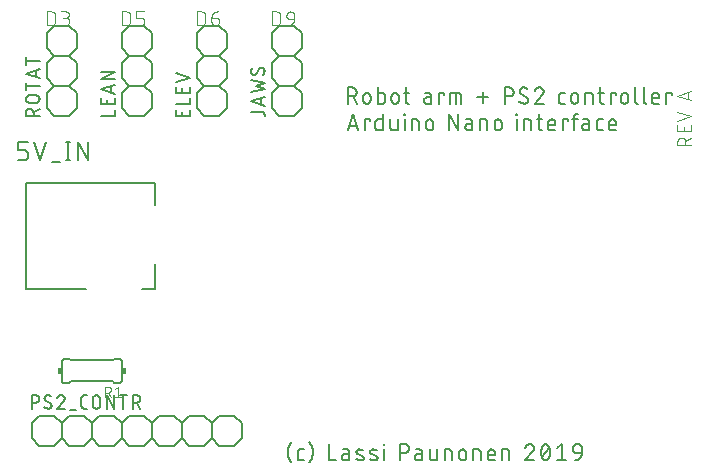
<source format=gto>
G04 EAGLE Gerber RS-274X export*
G75*
%MOMM*%
%FSLAX34Y34*%
%LPD*%
%INTop Silkscreen*%
%IPPOS*%
%AMOC8*
5,1,8,0,0,1.08239X$1,22.5*%
G01*
%ADD10C,0.101600*%
%ADD11C,0.127000*%
%ADD12C,0.203200*%
%ADD13C,0.152400*%
%ADD14R,0.381000X0.508000*%


D10*
X51308Y737108D02*
X51308Y748792D01*
X54554Y748792D01*
X54667Y748790D01*
X54780Y748784D01*
X54893Y748774D01*
X55006Y748760D01*
X55118Y748743D01*
X55229Y748721D01*
X55339Y748696D01*
X55449Y748666D01*
X55557Y748633D01*
X55664Y748596D01*
X55770Y748556D01*
X55874Y748511D01*
X55977Y748463D01*
X56078Y748412D01*
X56177Y748357D01*
X56274Y748299D01*
X56369Y748237D01*
X56462Y748172D01*
X56552Y748104D01*
X56640Y748033D01*
X56726Y747958D01*
X56809Y747881D01*
X56889Y747801D01*
X56966Y747718D01*
X57041Y747632D01*
X57112Y747544D01*
X57180Y747454D01*
X57245Y747361D01*
X57307Y747266D01*
X57365Y747169D01*
X57420Y747070D01*
X57471Y746969D01*
X57519Y746866D01*
X57564Y746762D01*
X57604Y746656D01*
X57641Y746549D01*
X57674Y746441D01*
X57704Y746331D01*
X57729Y746221D01*
X57751Y746110D01*
X57768Y745998D01*
X57782Y745885D01*
X57792Y745772D01*
X57798Y745659D01*
X57800Y745546D01*
X57799Y745546D02*
X57799Y740354D01*
X57800Y740354D02*
X57798Y740241D01*
X57792Y740128D01*
X57782Y740015D01*
X57768Y739902D01*
X57751Y739790D01*
X57729Y739679D01*
X57704Y739569D01*
X57674Y739459D01*
X57641Y739351D01*
X57604Y739244D01*
X57564Y739138D01*
X57519Y739034D01*
X57471Y738931D01*
X57420Y738830D01*
X57365Y738731D01*
X57307Y738634D01*
X57245Y738539D01*
X57180Y738446D01*
X57112Y738356D01*
X57041Y738268D01*
X56966Y738182D01*
X56889Y738099D01*
X56809Y738019D01*
X56726Y737942D01*
X56640Y737867D01*
X56552Y737796D01*
X56462Y737728D01*
X56369Y737663D01*
X56274Y737601D01*
X56177Y737543D01*
X56078Y737488D01*
X55977Y737437D01*
X55874Y737389D01*
X55770Y737344D01*
X55664Y737304D01*
X55557Y737267D01*
X55449Y737234D01*
X55339Y737204D01*
X55229Y737179D01*
X55118Y737157D01*
X55006Y737140D01*
X54893Y737126D01*
X54780Y737116D01*
X54667Y737110D01*
X54554Y737108D01*
X51308Y737108D01*
X63119Y737108D02*
X66365Y737108D01*
X66478Y737110D01*
X66591Y737116D01*
X66704Y737126D01*
X66817Y737140D01*
X66929Y737157D01*
X67040Y737179D01*
X67150Y737204D01*
X67260Y737234D01*
X67368Y737267D01*
X67475Y737304D01*
X67581Y737344D01*
X67685Y737389D01*
X67788Y737437D01*
X67889Y737488D01*
X67988Y737543D01*
X68085Y737601D01*
X68180Y737663D01*
X68273Y737728D01*
X68363Y737796D01*
X68451Y737867D01*
X68537Y737942D01*
X68620Y738019D01*
X68700Y738099D01*
X68777Y738182D01*
X68852Y738268D01*
X68923Y738356D01*
X68991Y738446D01*
X69056Y738539D01*
X69118Y738634D01*
X69176Y738731D01*
X69231Y738830D01*
X69282Y738931D01*
X69330Y739034D01*
X69375Y739138D01*
X69415Y739244D01*
X69452Y739351D01*
X69485Y739459D01*
X69515Y739569D01*
X69540Y739679D01*
X69562Y739790D01*
X69579Y739902D01*
X69593Y740015D01*
X69603Y740128D01*
X69609Y740241D01*
X69611Y740354D01*
X69609Y740467D01*
X69603Y740580D01*
X69593Y740693D01*
X69579Y740806D01*
X69562Y740918D01*
X69540Y741029D01*
X69515Y741139D01*
X69485Y741249D01*
X69452Y741357D01*
X69415Y741464D01*
X69375Y741570D01*
X69330Y741674D01*
X69282Y741777D01*
X69231Y741878D01*
X69176Y741977D01*
X69118Y742074D01*
X69056Y742169D01*
X68991Y742262D01*
X68923Y742352D01*
X68852Y742440D01*
X68777Y742526D01*
X68700Y742609D01*
X68620Y742689D01*
X68537Y742766D01*
X68451Y742841D01*
X68363Y742912D01*
X68273Y742980D01*
X68180Y743045D01*
X68085Y743107D01*
X67988Y743165D01*
X67889Y743220D01*
X67788Y743271D01*
X67685Y743319D01*
X67581Y743364D01*
X67475Y743404D01*
X67368Y743441D01*
X67260Y743474D01*
X67150Y743504D01*
X67040Y743529D01*
X66929Y743551D01*
X66817Y743568D01*
X66704Y743582D01*
X66591Y743592D01*
X66478Y743598D01*
X66365Y743600D01*
X67014Y748792D02*
X63119Y748792D01*
X67014Y748792D02*
X67115Y748790D01*
X67215Y748784D01*
X67315Y748774D01*
X67415Y748761D01*
X67514Y748743D01*
X67613Y748722D01*
X67710Y748697D01*
X67807Y748668D01*
X67902Y748635D01*
X67996Y748599D01*
X68088Y748559D01*
X68179Y748516D01*
X68268Y748469D01*
X68355Y748419D01*
X68441Y748365D01*
X68524Y748308D01*
X68604Y748248D01*
X68683Y748185D01*
X68759Y748118D01*
X68832Y748049D01*
X68902Y747977D01*
X68970Y747903D01*
X69035Y747826D01*
X69096Y747746D01*
X69155Y747664D01*
X69210Y747580D01*
X69262Y747494D01*
X69311Y747406D01*
X69356Y747316D01*
X69398Y747224D01*
X69436Y747131D01*
X69470Y747036D01*
X69501Y746941D01*
X69528Y746844D01*
X69551Y746746D01*
X69571Y746647D01*
X69586Y746547D01*
X69598Y746447D01*
X69606Y746347D01*
X69610Y746246D01*
X69610Y746146D01*
X69606Y746045D01*
X69598Y745945D01*
X69586Y745845D01*
X69571Y745745D01*
X69551Y745646D01*
X69528Y745548D01*
X69501Y745451D01*
X69470Y745356D01*
X69436Y745261D01*
X69398Y745168D01*
X69356Y745076D01*
X69311Y744986D01*
X69262Y744898D01*
X69210Y744812D01*
X69155Y744728D01*
X69096Y744646D01*
X69035Y744566D01*
X68970Y744489D01*
X68902Y744415D01*
X68832Y744343D01*
X68759Y744274D01*
X68683Y744207D01*
X68604Y744144D01*
X68524Y744084D01*
X68441Y744027D01*
X68355Y743973D01*
X68268Y743923D01*
X68179Y743876D01*
X68088Y743833D01*
X67996Y743793D01*
X67902Y743757D01*
X67807Y743724D01*
X67710Y743695D01*
X67613Y743670D01*
X67514Y743649D01*
X67415Y743631D01*
X67315Y743618D01*
X67215Y743608D01*
X67115Y743602D01*
X67014Y743600D01*
X67014Y743599D02*
X64417Y743599D01*
X114808Y748792D02*
X114808Y737108D01*
X114808Y748792D02*
X118054Y748792D01*
X118167Y748790D01*
X118280Y748784D01*
X118393Y748774D01*
X118506Y748760D01*
X118618Y748743D01*
X118729Y748721D01*
X118839Y748696D01*
X118949Y748666D01*
X119057Y748633D01*
X119164Y748596D01*
X119270Y748556D01*
X119374Y748511D01*
X119477Y748463D01*
X119578Y748412D01*
X119677Y748357D01*
X119774Y748299D01*
X119869Y748237D01*
X119962Y748172D01*
X120052Y748104D01*
X120140Y748033D01*
X120226Y747958D01*
X120309Y747881D01*
X120389Y747801D01*
X120466Y747718D01*
X120541Y747632D01*
X120612Y747544D01*
X120680Y747454D01*
X120745Y747361D01*
X120807Y747266D01*
X120865Y747169D01*
X120920Y747070D01*
X120971Y746969D01*
X121019Y746866D01*
X121064Y746762D01*
X121104Y746656D01*
X121141Y746549D01*
X121174Y746441D01*
X121204Y746331D01*
X121229Y746221D01*
X121251Y746110D01*
X121268Y745998D01*
X121282Y745885D01*
X121292Y745772D01*
X121298Y745659D01*
X121300Y745546D01*
X121299Y745546D02*
X121299Y740354D01*
X121300Y740354D02*
X121298Y740241D01*
X121292Y740128D01*
X121282Y740015D01*
X121268Y739902D01*
X121251Y739790D01*
X121229Y739679D01*
X121204Y739569D01*
X121174Y739459D01*
X121141Y739351D01*
X121104Y739244D01*
X121064Y739138D01*
X121019Y739034D01*
X120971Y738931D01*
X120920Y738830D01*
X120865Y738731D01*
X120807Y738634D01*
X120745Y738539D01*
X120680Y738446D01*
X120612Y738356D01*
X120541Y738268D01*
X120466Y738182D01*
X120389Y738099D01*
X120309Y738019D01*
X120226Y737942D01*
X120140Y737867D01*
X120052Y737796D01*
X119962Y737728D01*
X119869Y737663D01*
X119774Y737601D01*
X119677Y737543D01*
X119578Y737488D01*
X119477Y737437D01*
X119374Y737389D01*
X119270Y737344D01*
X119164Y737304D01*
X119057Y737267D01*
X118949Y737234D01*
X118839Y737204D01*
X118729Y737179D01*
X118618Y737157D01*
X118506Y737140D01*
X118393Y737126D01*
X118280Y737116D01*
X118167Y737110D01*
X118054Y737108D01*
X114808Y737108D01*
X126619Y737108D02*
X130514Y737108D01*
X130613Y737110D01*
X130713Y737116D01*
X130812Y737125D01*
X130910Y737138D01*
X131008Y737155D01*
X131106Y737176D01*
X131202Y737201D01*
X131297Y737229D01*
X131391Y737261D01*
X131484Y737296D01*
X131576Y737335D01*
X131666Y737378D01*
X131754Y737423D01*
X131841Y737473D01*
X131925Y737525D01*
X132008Y737581D01*
X132088Y737639D01*
X132166Y737701D01*
X132241Y737766D01*
X132314Y737834D01*
X132384Y737904D01*
X132452Y737977D01*
X132517Y738052D01*
X132579Y738130D01*
X132637Y738210D01*
X132693Y738293D01*
X132745Y738377D01*
X132795Y738464D01*
X132840Y738552D01*
X132883Y738642D01*
X132922Y738734D01*
X132957Y738827D01*
X132989Y738921D01*
X133017Y739016D01*
X133042Y739112D01*
X133063Y739210D01*
X133080Y739308D01*
X133093Y739406D01*
X133102Y739505D01*
X133108Y739605D01*
X133110Y739704D01*
X133110Y741003D01*
X133108Y741102D01*
X133102Y741202D01*
X133093Y741301D01*
X133080Y741399D01*
X133063Y741497D01*
X133042Y741595D01*
X133017Y741691D01*
X132989Y741786D01*
X132957Y741880D01*
X132922Y741973D01*
X132883Y742065D01*
X132840Y742155D01*
X132795Y742243D01*
X132745Y742330D01*
X132693Y742414D01*
X132637Y742497D01*
X132579Y742577D01*
X132517Y742655D01*
X132452Y742730D01*
X132384Y742803D01*
X132314Y742873D01*
X132241Y742941D01*
X132166Y743006D01*
X132088Y743068D01*
X132008Y743126D01*
X131925Y743182D01*
X131841Y743234D01*
X131754Y743284D01*
X131666Y743329D01*
X131576Y743372D01*
X131484Y743411D01*
X131391Y743446D01*
X131297Y743478D01*
X131202Y743506D01*
X131106Y743531D01*
X131008Y743552D01*
X130910Y743569D01*
X130812Y743582D01*
X130713Y743591D01*
X130613Y743597D01*
X130514Y743599D01*
X126619Y743599D01*
X126619Y748792D01*
X133110Y748792D01*
X178308Y748792D02*
X178308Y737108D01*
X178308Y748792D02*
X181554Y748792D01*
X181667Y748790D01*
X181780Y748784D01*
X181893Y748774D01*
X182006Y748760D01*
X182118Y748743D01*
X182229Y748721D01*
X182339Y748696D01*
X182449Y748666D01*
X182557Y748633D01*
X182664Y748596D01*
X182770Y748556D01*
X182874Y748511D01*
X182977Y748463D01*
X183078Y748412D01*
X183177Y748357D01*
X183274Y748299D01*
X183369Y748237D01*
X183462Y748172D01*
X183552Y748104D01*
X183640Y748033D01*
X183726Y747958D01*
X183809Y747881D01*
X183889Y747801D01*
X183966Y747718D01*
X184041Y747632D01*
X184112Y747544D01*
X184180Y747454D01*
X184245Y747361D01*
X184307Y747266D01*
X184365Y747169D01*
X184420Y747070D01*
X184471Y746969D01*
X184519Y746866D01*
X184564Y746762D01*
X184604Y746656D01*
X184641Y746549D01*
X184674Y746441D01*
X184704Y746331D01*
X184729Y746221D01*
X184751Y746110D01*
X184768Y745998D01*
X184782Y745885D01*
X184792Y745772D01*
X184798Y745659D01*
X184800Y745546D01*
X184799Y745546D02*
X184799Y740354D01*
X184800Y740354D02*
X184798Y740241D01*
X184792Y740128D01*
X184782Y740015D01*
X184768Y739902D01*
X184751Y739790D01*
X184729Y739679D01*
X184704Y739569D01*
X184674Y739459D01*
X184641Y739351D01*
X184604Y739244D01*
X184564Y739138D01*
X184519Y739034D01*
X184471Y738931D01*
X184420Y738830D01*
X184365Y738731D01*
X184307Y738634D01*
X184245Y738539D01*
X184180Y738446D01*
X184112Y738356D01*
X184041Y738268D01*
X183966Y738182D01*
X183889Y738099D01*
X183809Y738019D01*
X183726Y737942D01*
X183640Y737867D01*
X183552Y737796D01*
X183462Y737728D01*
X183369Y737663D01*
X183274Y737601D01*
X183177Y737543D01*
X183078Y737488D01*
X182977Y737437D01*
X182874Y737389D01*
X182770Y737344D01*
X182664Y737304D01*
X182557Y737267D01*
X182449Y737234D01*
X182339Y737204D01*
X182229Y737179D01*
X182118Y737157D01*
X182006Y737140D01*
X181893Y737126D01*
X181780Y737116D01*
X181667Y737110D01*
X181554Y737108D01*
X178308Y737108D01*
X190119Y743599D02*
X194014Y743599D01*
X194113Y743597D01*
X194213Y743591D01*
X194312Y743582D01*
X194410Y743569D01*
X194508Y743552D01*
X194606Y743531D01*
X194702Y743506D01*
X194797Y743478D01*
X194891Y743446D01*
X194984Y743411D01*
X195076Y743372D01*
X195166Y743329D01*
X195254Y743284D01*
X195341Y743234D01*
X195425Y743182D01*
X195508Y743126D01*
X195588Y743068D01*
X195666Y743006D01*
X195741Y742941D01*
X195814Y742873D01*
X195884Y742803D01*
X195952Y742730D01*
X196017Y742655D01*
X196079Y742577D01*
X196137Y742497D01*
X196193Y742414D01*
X196245Y742330D01*
X196295Y742243D01*
X196340Y742155D01*
X196383Y742065D01*
X196422Y741973D01*
X196457Y741880D01*
X196489Y741786D01*
X196517Y741691D01*
X196542Y741595D01*
X196563Y741497D01*
X196580Y741399D01*
X196593Y741301D01*
X196602Y741202D01*
X196608Y741102D01*
X196610Y741003D01*
X196610Y740354D01*
X196611Y740354D02*
X196609Y740241D01*
X196603Y740128D01*
X196593Y740015D01*
X196579Y739902D01*
X196562Y739790D01*
X196540Y739679D01*
X196515Y739569D01*
X196485Y739459D01*
X196452Y739351D01*
X196415Y739244D01*
X196375Y739138D01*
X196330Y739034D01*
X196282Y738931D01*
X196231Y738830D01*
X196176Y738731D01*
X196118Y738634D01*
X196056Y738539D01*
X195991Y738446D01*
X195923Y738356D01*
X195852Y738268D01*
X195777Y738182D01*
X195700Y738099D01*
X195620Y738019D01*
X195537Y737942D01*
X195451Y737867D01*
X195363Y737796D01*
X195273Y737728D01*
X195180Y737663D01*
X195085Y737601D01*
X194988Y737543D01*
X194889Y737488D01*
X194788Y737437D01*
X194685Y737389D01*
X194581Y737344D01*
X194475Y737304D01*
X194368Y737267D01*
X194260Y737234D01*
X194150Y737204D01*
X194040Y737179D01*
X193929Y737157D01*
X193817Y737140D01*
X193704Y737126D01*
X193591Y737116D01*
X193478Y737110D01*
X193365Y737108D01*
X193252Y737110D01*
X193139Y737116D01*
X193026Y737126D01*
X192913Y737140D01*
X192801Y737157D01*
X192690Y737179D01*
X192580Y737204D01*
X192470Y737234D01*
X192362Y737267D01*
X192255Y737304D01*
X192149Y737344D01*
X192045Y737389D01*
X191942Y737437D01*
X191841Y737488D01*
X191742Y737543D01*
X191645Y737601D01*
X191550Y737663D01*
X191457Y737728D01*
X191367Y737796D01*
X191279Y737867D01*
X191193Y737942D01*
X191110Y738019D01*
X191030Y738099D01*
X190953Y738182D01*
X190878Y738268D01*
X190807Y738356D01*
X190739Y738446D01*
X190674Y738539D01*
X190612Y738634D01*
X190554Y738731D01*
X190499Y738830D01*
X190448Y738931D01*
X190400Y739034D01*
X190355Y739138D01*
X190315Y739244D01*
X190278Y739351D01*
X190245Y739459D01*
X190215Y739569D01*
X190190Y739679D01*
X190168Y739790D01*
X190151Y739902D01*
X190137Y740015D01*
X190127Y740128D01*
X190121Y740241D01*
X190119Y740354D01*
X190119Y743599D01*
X190121Y743742D01*
X190127Y743885D01*
X190137Y744028D01*
X190151Y744170D01*
X190168Y744312D01*
X190190Y744454D01*
X190215Y744595D01*
X190245Y744735D01*
X190278Y744874D01*
X190315Y745012D01*
X190356Y745149D01*
X190400Y745285D01*
X190449Y745420D01*
X190501Y745553D01*
X190556Y745685D01*
X190616Y745815D01*
X190679Y745944D01*
X190745Y746071D01*
X190815Y746195D01*
X190888Y746318D01*
X190965Y746439D01*
X191045Y746558D01*
X191128Y746674D01*
X191214Y746789D01*
X191303Y746900D01*
X191396Y747010D01*
X191491Y747116D01*
X191590Y747220D01*
X191691Y747321D01*
X191795Y747420D01*
X191901Y747515D01*
X192011Y747608D01*
X192122Y747697D01*
X192237Y747783D01*
X192353Y747866D01*
X192472Y747946D01*
X192593Y748023D01*
X192715Y748096D01*
X192840Y748166D01*
X192967Y748232D01*
X193096Y748295D01*
X193226Y748355D01*
X193358Y748410D01*
X193491Y748462D01*
X193626Y748511D01*
X193762Y748555D01*
X193899Y748596D01*
X194037Y748633D01*
X194176Y748666D01*
X194316Y748696D01*
X194457Y748721D01*
X194599Y748743D01*
X194741Y748760D01*
X194883Y748774D01*
X195026Y748784D01*
X195169Y748790D01*
X195312Y748792D01*
X241808Y748792D02*
X241808Y737108D01*
X241808Y748792D02*
X245054Y748792D01*
X245167Y748790D01*
X245280Y748784D01*
X245393Y748774D01*
X245506Y748760D01*
X245618Y748743D01*
X245729Y748721D01*
X245839Y748696D01*
X245949Y748666D01*
X246057Y748633D01*
X246164Y748596D01*
X246270Y748556D01*
X246374Y748511D01*
X246477Y748463D01*
X246578Y748412D01*
X246677Y748357D01*
X246774Y748299D01*
X246869Y748237D01*
X246962Y748172D01*
X247052Y748104D01*
X247140Y748033D01*
X247226Y747958D01*
X247309Y747881D01*
X247389Y747801D01*
X247466Y747718D01*
X247541Y747632D01*
X247612Y747544D01*
X247680Y747454D01*
X247745Y747361D01*
X247807Y747266D01*
X247865Y747169D01*
X247920Y747070D01*
X247971Y746969D01*
X248019Y746866D01*
X248064Y746762D01*
X248104Y746656D01*
X248141Y746549D01*
X248174Y746441D01*
X248204Y746331D01*
X248229Y746221D01*
X248251Y746110D01*
X248268Y745998D01*
X248282Y745885D01*
X248292Y745772D01*
X248298Y745659D01*
X248300Y745546D01*
X248299Y745546D02*
X248299Y740354D01*
X248300Y740354D02*
X248298Y740241D01*
X248292Y740128D01*
X248282Y740015D01*
X248268Y739902D01*
X248251Y739790D01*
X248229Y739679D01*
X248204Y739569D01*
X248174Y739459D01*
X248141Y739351D01*
X248104Y739244D01*
X248064Y739138D01*
X248019Y739034D01*
X247971Y738931D01*
X247920Y738830D01*
X247865Y738731D01*
X247807Y738634D01*
X247745Y738539D01*
X247680Y738446D01*
X247612Y738356D01*
X247541Y738268D01*
X247466Y738182D01*
X247389Y738099D01*
X247309Y738019D01*
X247226Y737942D01*
X247140Y737867D01*
X247052Y737796D01*
X246962Y737728D01*
X246869Y737663D01*
X246774Y737601D01*
X246677Y737543D01*
X246578Y737488D01*
X246477Y737437D01*
X246374Y737389D01*
X246270Y737344D01*
X246164Y737304D01*
X246057Y737267D01*
X245949Y737234D01*
X245839Y737204D01*
X245729Y737179D01*
X245618Y737157D01*
X245506Y737140D01*
X245393Y737126D01*
X245280Y737116D01*
X245167Y737110D01*
X245054Y737108D01*
X241808Y737108D01*
X256215Y742301D02*
X260110Y742301D01*
X256215Y742301D02*
X256116Y742303D01*
X256016Y742309D01*
X255917Y742318D01*
X255819Y742331D01*
X255721Y742348D01*
X255623Y742369D01*
X255527Y742394D01*
X255432Y742422D01*
X255338Y742454D01*
X255245Y742489D01*
X255153Y742528D01*
X255063Y742571D01*
X254975Y742616D01*
X254888Y742666D01*
X254804Y742718D01*
X254721Y742774D01*
X254641Y742832D01*
X254563Y742894D01*
X254488Y742959D01*
X254415Y743027D01*
X254345Y743097D01*
X254277Y743170D01*
X254212Y743245D01*
X254150Y743323D01*
X254092Y743403D01*
X254036Y743486D01*
X253984Y743570D01*
X253934Y743657D01*
X253889Y743745D01*
X253846Y743835D01*
X253807Y743927D01*
X253772Y744020D01*
X253740Y744114D01*
X253712Y744209D01*
X253687Y744305D01*
X253666Y744403D01*
X253649Y744501D01*
X253636Y744599D01*
X253627Y744698D01*
X253621Y744798D01*
X253619Y744897D01*
X253619Y745546D01*
X253621Y745659D01*
X253627Y745772D01*
X253637Y745885D01*
X253651Y745998D01*
X253668Y746110D01*
X253690Y746221D01*
X253715Y746331D01*
X253745Y746441D01*
X253778Y746549D01*
X253815Y746656D01*
X253855Y746762D01*
X253900Y746866D01*
X253948Y746969D01*
X253999Y747070D01*
X254054Y747169D01*
X254112Y747266D01*
X254174Y747361D01*
X254239Y747454D01*
X254307Y747544D01*
X254378Y747632D01*
X254453Y747718D01*
X254530Y747801D01*
X254610Y747881D01*
X254693Y747958D01*
X254779Y748033D01*
X254867Y748104D01*
X254957Y748172D01*
X255050Y748237D01*
X255145Y748299D01*
X255242Y748357D01*
X255341Y748412D01*
X255442Y748463D01*
X255545Y748511D01*
X255649Y748556D01*
X255755Y748596D01*
X255862Y748633D01*
X255970Y748666D01*
X256080Y748696D01*
X256190Y748721D01*
X256301Y748743D01*
X256413Y748760D01*
X256526Y748774D01*
X256639Y748784D01*
X256752Y748790D01*
X256865Y748792D01*
X256978Y748790D01*
X257091Y748784D01*
X257204Y748774D01*
X257317Y748760D01*
X257429Y748743D01*
X257540Y748721D01*
X257650Y748696D01*
X257760Y748666D01*
X257868Y748633D01*
X257975Y748596D01*
X258081Y748556D01*
X258185Y748511D01*
X258288Y748463D01*
X258389Y748412D01*
X258488Y748357D01*
X258585Y748299D01*
X258680Y748237D01*
X258773Y748172D01*
X258863Y748104D01*
X258951Y748033D01*
X259037Y747958D01*
X259120Y747881D01*
X259200Y747801D01*
X259277Y747718D01*
X259352Y747632D01*
X259423Y747544D01*
X259491Y747454D01*
X259556Y747361D01*
X259618Y747266D01*
X259676Y747169D01*
X259731Y747070D01*
X259782Y746969D01*
X259830Y746866D01*
X259875Y746762D01*
X259915Y746656D01*
X259952Y746549D01*
X259985Y746441D01*
X260015Y746331D01*
X260040Y746221D01*
X260062Y746110D01*
X260079Y745998D01*
X260093Y745885D01*
X260103Y745772D01*
X260109Y745659D01*
X260111Y745546D01*
X260110Y745546D02*
X260110Y742301D01*
X260108Y742158D01*
X260102Y742015D01*
X260092Y741872D01*
X260078Y741730D01*
X260061Y741588D01*
X260039Y741446D01*
X260014Y741305D01*
X259984Y741165D01*
X259951Y741026D01*
X259914Y740888D01*
X259873Y740751D01*
X259829Y740615D01*
X259780Y740480D01*
X259728Y740347D01*
X259673Y740215D01*
X259613Y740085D01*
X259550Y739956D01*
X259484Y739829D01*
X259414Y739705D01*
X259341Y739582D01*
X259264Y739461D01*
X259184Y739342D01*
X259101Y739226D01*
X259015Y739111D01*
X258926Y739000D01*
X258833Y738890D01*
X258738Y738784D01*
X258639Y738680D01*
X258538Y738579D01*
X258434Y738480D01*
X258328Y738385D01*
X258218Y738292D01*
X258107Y738203D01*
X257992Y738117D01*
X257876Y738034D01*
X257757Y737954D01*
X257636Y737877D01*
X257513Y737804D01*
X257389Y737734D01*
X257262Y737668D01*
X257133Y737605D01*
X257003Y737545D01*
X256871Y737490D01*
X256738Y737438D01*
X256603Y737389D01*
X256467Y737345D01*
X256330Y737304D01*
X256192Y737267D01*
X256053Y737234D01*
X255913Y737204D01*
X255772Y737179D01*
X255630Y737157D01*
X255488Y737140D01*
X255346Y737126D01*
X255203Y737116D01*
X255060Y737110D01*
X254917Y737108D01*
D11*
X305435Y684565D02*
X305435Y670835D01*
X305435Y684565D02*
X309249Y684565D01*
X309371Y684563D01*
X309493Y684557D01*
X309615Y684547D01*
X309737Y684534D01*
X309858Y684516D01*
X309978Y684495D01*
X310098Y684469D01*
X310216Y684440D01*
X310334Y684407D01*
X310451Y684371D01*
X310566Y684330D01*
X310680Y684286D01*
X310793Y684239D01*
X310904Y684187D01*
X311013Y684132D01*
X311121Y684074D01*
X311226Y684013D01*
X311330Y683947D01*
X311431Y683879D01*
X311530Y683808D01*
X311627Y683733D01*
X311721Y683655D01*
X311813Y683574D01*
X311902Y683491D01*
X311989Y683404D01*
X312072Y683315D01*
X312153Y683223D01*
X312231Y683129D01*
X312306Y683032D01*
X312377Y682933D01*
X312445Y682832D01*
X312511Y682728D01*
X312572Y682623D01*
X312630Y682515D01*
X312685Y682406D01*
X312737Y682295D01*
X312784Y682182D01*
X312828Y682068D01*
X312869Y681953D01*
X312905Y681836D01*
X312938Y681718D01*
X312967Y681600D01*
X312993Y681480D01*
X313014Y681360D01*
X313032Y681239D01*
X313045Y681117D01*
X313055Y680995D01*
X313061Y680873D01*
X313063Y680751D01*
X313061Y680629D01*
X313055Y680507D01*
X313045Y680385D01*
X313032Y680263D01*
X313014Y680142D01*
X312993Y680022D01*
X312967Y679902D01*
X312938Y679784D01*
X312905Y679666D01*
X312869Y679549D01*
X312828Y679434D01*
X312784Y679320D01*
X312737Y679207D01*
X312685Y679096D01*
X312630Y678987D01*
X312572Y678879D01*
X312511Y678774D01*
X312445Y678670D01*
X312377Y678569D01*
X312306Y678470D01*
X312231Y678373D01*
X312153Y678279D01*
X312072Y678187D01*
X311989Y678098D01*
X311902Y678011D01*
X311813Y677928D01*
X311721Y677847D01*
X311627Y677769D01*
X311530Y677694D01*
X311431Y677623D01*
X311330Y677555D01*
X311226Y677489D01*
X311121Y677428D01*
X311013Y677370D01*
X310904Y677315D01*
X310793Y677263D01*
X310680Y677216D01*
X310566Y677172D01*
X310451Y677131D01*
X310334Y677095D01*
X310216Y677062D01*
X310098Y677033D01*
X309978Y677007D01*
X309858Y676986D01*
X309737Y676968D01*
X309615Y676955D01*
X309493Y676945D01*
X309371Y676939D01*
X309249Y676937D01*
X305435Y676937D01*
X310012Y676937D02*
X313063Y670835D01*
X318708Y673886D02*
X318708Y676937D01*
X318710Y677046D01*
X318716Y677155D01*
X318725Y677263D01*
X318739Y677371D01*
X318756Y677479D01*
X318778Y677586D01*
X318803Y677692D01*
X318832Y677797D01*
X318864Y677901D01*
X318900Y678003D01*
X318940Y678105D01*
X318984Y678204D01*
X319031Y678303D01*
X319081Y678399D01*
X319135Y678494D01*
X319192Y678586D01*
X319253Y678677D01*
X319317Y678765D01*
X319383Y678851D01*
X319453Y678935D01*
X319526Y679016D01*
X319602Y679094D01*
X319680Y679170D01*
X319761Y679243D01*
X319845Y679313D01*
X319931Y679379D01*
X320019Y679443D01*
X320110Y679504D01*
X320202Y679561D01*
X320297Y679615D01*
X320393Y679665D01*
X320492Y679712D01*
X320591Y679756D01*
X320693Y679796D01*
X320795Y679832D01*
X320899Y679864D01*
X321004Y679893D01*
X321110Y679918D01*
X321217Y679940D01*
X321325Y679957D01*
X321433Y679971D01*
X321541Y679980D01*
X321650Y679986D01*
X321759Y679988D01*
X321868Y679986D01*
X321977Y679980D01*
X322085Y679971D01*
X322193Y679957D01*
X322301Y679940D01*
X322408Y679918D01*
X322514Y679893D01*
X322619Y679864D01*
X322723Y679832D01*
X322825Y679796D01*
X322927Y679756D01*
X323026Y679712D01*
X323125Y679665D01*
X323221Y679615D01*
X323316Y679561D01*
X323408Y679504D01*
X323499Y679443D01*
X323587Y679379D01*
X323673Y679313D01*
X323757Y679243D01*
X323838Y679170D01*
X323916Y679094D01*
X323992Y679016D01*
X324065Y678935D01*
X324135Y678851D01*
X324201Y678765D01*
X324265Y678677D01*
X324326Y678586D01*
X324383Y678494D01*
X324437Y678399D01*
X324487Y678303D01*
X324534Y678204D01*
X324578Y678105D01*
X324618Y678003D01*
X324654Y677901D01*
X324686Y677797D01*
X324715Y677692D01*
X324740Y677586D01*
X324762Y677479D01*
X324779Y677371D01*
X324793Y677263D01*
X324802Y677155D01*
X324808Y677046D01*
X324810Y676937D01*
X324810Y673886D01*
X324808Y673777D01*
X324802Y673668D01*
X324793Y673560D01*
X324779Y673452D01*
X324762Y673344D01*
X324740Y673237D01*
X324715Y673131D01*
X324686Y673026D01*
X324654Y672922D01*
X324618Y672820D01*
X324578Y672718D01*
X324534Y672619D01*
X324487Y672520D01*
X324437Y672424D01*
X324383Y672329D01*
X324326Y672237D01*
X324265Y672146D01*
X324201Y672058D01*
X324135Y671972D01*
X324065Y671888D01*
X323992Y671807D01*
X323916Y671729D01*
X323838Y671653D01*
X323757Y671580D01*
X323673Y671510D01*
X323587Y671444D01*
X323499Y671380D01*
X323408Y671319D01*
X323316Y671262D01*
X323221Y671208D01*
X323125Y671158D01*
X323026Y671111D01*
X322927Y671067D01*
X322825Y671027D01*
X322723Y670991D01*
X322619Y670959D01*
X322514Y670930D01*
X322408Y670905D01*
X322301Y670883D01*
X322193Y670866D01*
X322085Y670852D01*
X321977Y670843D01*
X321868Y670837D01*
X321759Y670835D01*
X321650Y670837D01*
X321541Y670843D01*
X321433Y670852D01*
X321325Y670866D01*
X321217Y670883D01*
X321110Y670905D01*
X321004Y670930D01*
X320899Y670959D01*
X320795Y670991D01*
X320693Y671027D01*
X320591Y671067D01*
X320492Y671111D01*
X320393Y671158D01*
X320297Y671208D01*
X320202Y671262D01*
X320110Y671319D01*
X320019Y671380D01*
X319931Y671444D01*
X319845Y671510D01*
X319761Y671580D01*
X319680Y671653D01*
X319602Y671729D01*
X319526Y671807D01*
X319453Y671888D01*
X319383Y671972D01*
X319317Y672058D01*
X319253Y672146D01*
X319192Y672237D01*
X319135Y672329D01*
X319081Y672424D01*
X319031Y672520D01*
X318984Y672619D01*
X318940Y672718D01*
X318900Y672820D01*
X318864Y672922D01*
X318832Y673026D01*
X318803Y673131D01*
X318778Y673237D01*
X318756Y673344D01*
X318739Y673452D01*
X318725Y673560D01*
X318716Y673668D01*
X318710Y673777D01*
X318708Y673886D01*
X330930Y670835D02*
X330930Y684565D01*
X330930Y670835D02*
X334744Y670835D01*
X334839Y670837D01*
X334933Y670843D01*
X335027Y670853D01*
X335121Y670866D01*
X335214Y670884D01*
X335306Y670905D01*
X335397Y670930D01*
X335487Y670959D01*
X335576Y670992D01*
X335663Y671028D01*
X335749Y671067D01*
X335833Y671111D01*
X335915Y671157D01*
X335995Y671208D01*
X336073Y671261D01*
X336149Y671317D01*
X336223Y671377D01*
X336294Y671440D01*
X336362Y671505D01*
X336427Y671573D01*
X336490Y671644D01*
X336550Y671718D01*
X336606Y671793D01*
X336659Y671872D01*
X336710Y671952D01*
X336756Y672034D01*
X336800Y672118D01*
X336839Y672204D01*
X336875Y672291D01*
X336908Y672380D01*
X336937Y672470D01*
X336962Y672561D01*
X336983Y672653D01*
X337001Y672746D01*
X337014Y672840D01*
X337024Y672934D01*
X337030Y673028D01*
X337032Y673123D01*
X337032Y677700D01*
X337030Y677795D01*
X337024Y677889D01*
X337014Y677983D01*
X337001Y678077D01*
X336983Y678170D01*
X336962Y678262D01*
X336937Y678353D01*
X336908Y678443D01*
X336875Y678532D01*
X336839Y678619D01*
X336800Y678705D01*
X336756Y678789D01*
X336710Y678871D01*
X336659Y678951D01*
X336606Y679030D01*
X336550Y679105D01*
X336490Y679179D01*
X336427Y679250D01*
X336362Y679318D01*
X336294Y679383D01*
X336223Y679446D01*
X336149Y679506D01*
X336074Y679562D01*
X335995Y679615D01*
X335915Y679666D01*
X335833Y679712D01*
X335749Y679756D01*
X335663Y679795D01*
X335576Y679831D01*
X335487Y679864D01*
X335397Y679893D01*
X335306Y679918D01*
X335214Y679939D01*
X335121Y679957D01*
X335027Y679970D01*
X334933Y679980D01*
X334839Y679986D01*
X334744Y679988D01*
X330930Y679988D01*
X342558Y676937D02*
X342558Y673886D01*
X342558Y676937D02*
X342560Y677046D01*
X342566Y677155D01*
X342575Y677263D01*
X342589Y677371D01*
X342606Y677479D01*
X342628Y677586D01*
X342653Y677692D01*
X342682Y677797D01*
X342714Y677901D01*
X342750Y678003D01*
X342790Y678105D01*
X342834Y678204D01*
X342881Y678303D01*
X342931Y678399D01*
X342985Y678494D01*
X343042Y678586D01*
X343103Y678677D01*
X343167Y678765D01*
X343233Y678851D01*
X343303Y678935D01*
X343376Y679016D01*
X343452Y679094D01*
X343530Y679170D01*
X343611Y679243D01*
X343695Y679313D01*
X343781Y679379D01*
X343869Y679443D01*
X343960Y679504D01*
X344052Y679561D01*
X344147Y679615D01*
X344243Y679665D01*
X344342Y679712D01*
X344441Y679756D01*
X344543Y679796D01*
X344645Y679832D01*
X344749Y679864D01*
X344854Y679893D01*
X344960Y679918D01*
X345067Y679940D01*
X345175Y679957D01*
X345283Y679971D01*
X345391Y679980D01*
X345500Y679986D01*
X345609Y679988D01*
X345718Y679986D01*
X345827Y679980D01*
X345935Y679971D01*
X346043Y679957D01*
X346151Y679940D01*
X346258Y679918D01*
X346364Y679893D01*
X346469Y679864D01*
X346573Y679832D01*
X346675Y679796D01*
X346777Y679756D01*
X346876Y679712D01*
X346975Y679665D01*
X347071Y679615D01*
X347166Y679561D01*
X347258Y679504D01*
X347349Y679443D01*
X347437Y679379D01*
X347523Y679313D01*
X347607Y679243D01*
X347688Y679170D01*
X347766Y679094D01*
X347842Y679016D01*
X347915Y678935D01*
X347985Y678851D01*
X348051Y678765D01*
X348115Y678677D01*
X348176Y678586D01*
X348233Y678494D01*
X348287Y678399D01*
X348337Y678303D01*
X348384Y678204D01*
X348428Y678105D01*
X348468Y678003D01*
X348504Y677901D01*
X348536Y677797D01*
X348565Y677692D01*
X348590Y677586D01*
X348612Y677479D01*
X348629Y677371D01*
X348643Y677263D01*
X348652Y677155D01*
X348658Y677046D01*
X348660Y676937D01*
X348660Y673886D01*
X348658Y673777D01*
X348652Y673668D01*
X348643Y673560D01*
X348629Y673452D01*
X348612Y673344D01*
X348590Y673237D01*
X348565Y673131D01*
X348536Y673026D01*
X348504Y672922D01*
X348468Y672820D01*
X348428Y672718D01*
X348384Y672619D01*
X348337Y672520D01*
X348287Y672424D01*
X348233Y672329D01*
X348176Y672237D01*
X348115Y672146D01*
X348051Y672058D01*
X347985Y671972D01*
X347915Y671888D01*
X347842Y671807D01*
X347766Y671729D01*
X347688Y671653D01*
X347607Y671580D01*
X347523Y671510D01*
X347437Y671444D01*
X347349Y671380D01*
X347258Y671319D01*
X347166Y671262D01*
X347071Y671208D01*
X346975Y671158D01*
X346876Y671111D01*
X346777Y671067D01*
X346675Y671027D01*
X346573Y670991D01*
X346469Y670959D01*
X346364Y670930D01*
X346258Y670905D01*
X346151Y670883D01*
X346043Y670866D01*
X345935Y670852D01*
X345827Y670843D01*
X345718Y670837D01*
X345609Y670835D01*
X345500Y670837D01*
X345391Y670843D01*
X345283Y670852D01*
X345175Y670866D01*
X345067Y670883D01*
X344960Y670905D01*
X344854Y670930D01*
X344749Y670959D01*
X344645Y670991D01*
X344543Y671027D01*
X344441Y671067D01*
X344342Y671111D01*
X344243Y671158D01*
X344147Y671208D01*
X344052Y671262D01*
X343960Y671319D01*
X343869Y671380D01*
X343781Y671444D01*
X343695Y671510D01*
X343611Y671580D01*
X343530Y671653D01*
X343452Y671729D01*
X343376Y671807D01*
X343303Y671888D01*
X343233Y671972D01*
X343167Y672058D01*
X343103Y672146D01*
X343042Y672237D01*
X342985Y672329D01*
X342931Y672424D01*
X342881Y672520D01*
X342834Y672619D01*
X342790Y672718D01*
X342750Y672820D01*
X342714Y672922D01*
X342682Y673026D01*
X342653Y673131D01*
X342628Y673237D01*
X342606Y673344D01*
X342589Y673452D01*
X342575Y673560D01*
X342566Y673668D01*
X342560Y673777D01*
X342558Y673886D01*
X353109Y679988D02*
X357685Y679988D01*
X354634Y684565D02*
X354634Y673123D01*
X354635Y673123D02*
X354637Y673028D01*
X354643Y672934D01*
X354653Y672840D01*
X354666Y672746D01*
X354684Y672653D01*
X354705Y672561D01*
X354730Y672470D01*
X354759Y672380D01*
X354792Y672291D01*
X354828Y672204D01*
X354867Y672118D01*
X354911Y672034D01*
X354957Y671952D01*
X355008Y671872D01*
X355061Y671793D01*
X355117Y671718D01*
X355177Y671644D01*
X355240Y671573D01*
X355305Y671505D01*
X355373Y671440D01*
X355444Y671377D01*
X355518Y671317D01*
X355594Y671261D01*
X355672Y671208D01*
X355752Y671157D01*
X355834Y671111D01*
X355918Y671067D01*
X356004Y671028D01*
X356091Y670992D01*
X356180Y670959D01*
X356270Y670930D01*
X356361Y670905D01*
X356453Y670884D01*
X356546Y670866D01*
X356640Y670853D01*
X356734Y670843D01*
X356828Y670837D01*
X356923Y670835D01*
X357685Y670835D01*
X372606Y676174D02*
X376039Y676174D01*
X372606Y676175D02*
X372504Y676173D01*
X372402Y676167D01*
X372300Y676157D01*
X372198Y676144D01*
X372098Y676126D01*
X371998Y676105D01*
X371898Y676080D01*
X371800Y676051D01*
X371703Y676018D01*
X371608Y675981D01*
X371514Y675941D01*
X371421Y675898D01*
X371330Y675851D01*
X371242Y675800D01*
X371155Y675746D01*
X371070Y675689D01*
X370987Y675628D01*
X370907Y675565D01*
X370830Y675498D01*
X370755Y675429D01*
X370682Y675356D01*
X370613Y675281D01*
X370546Y675204D01*
X370483Y675124D01*
X370422Y675041D01*
X370365Y674956D01*
X370311Y674869D01*
X370260Y674781D01*
X370213Y674690D01*
X370170Y674597D01*
X370130Y674503D01*
X370093Y674408D01*
X370060Y674311D01*
X370031Y674213D01*
X370006Y674113D01*
X369985Y674013D01*
X369967Y673913D01*
X369954Y673811D01*
X369944Y673709D01*
X369938Y673607D01*
X369936Y673505D01*
X369938Y673403D01*
X369944Y673301D01*
X369954Y673199D01*
X369967Y673097D01*
X369985Y672997D01*
X370006Y672897D01*
X370031Y672797D01*
X370060Y672699D01*
X370093Y672602D01*
X370130Y672507D01*
X370170Y672413D01*
X370213Y672320D01*
X370260Y672229D01*
X370311Y672141D01*
X370365Y672054D01*
X370422Y671969D01*
X370483Y671886D01*
X370546Y671806D01*
X370613Y671729D01*
X370682Y671654D01*
X370755Y671581D01*
X370830Y671512D01*
X370907Y671445D01*
X370987Y671382D01*
X371070Y671321D01*
X371155Y671264D01*
X371242Y671210D01*
X371330Y671159D01*
X371421Y671112D01*
X371514Y671069D01*
X371608Y671029D01*
X371703Y670992D01*
X371800Y670959D01*
X371898Y670930D01*
X371998Y670905D01*
X372098Y670884D01*
X372198Y670866D01*
X372300Y670853D01*
X372402Y670843D01*
X372504Y670837D01*
X372606Y670835D01*
X376039Y670835D01*
X376039Y677700D01*
X376038Y677700D02*
X376036Y677795D01*
X376030Y677889D01*
X376020Y677983D01*
X376007Y678077D01*
X375989Y678170D01*
X375968Y678262D01*
X375943Y678353D01*
X375914Y678443D01*
X375881Y678532D01*
X375845Y678619D01*
X375806Y678705D01*
X375762Y678789D01*
X375716Y678871D01*
X375665Y678951D01*
X375612Y679030D01*
X375556Y679105D01*
X375496Y679179D01*
X375433Y679250D01*
X375368Y679318D01*
X375300Y679383D01*
X375229Y679446D01*
X375155Y679506D01*
X375080Y679562D01*
X375001Y679615D01*
X374921Y679666D01*
X374839Y679712D01*
X374755Y679756D01*
X374669Y679795D01*
X374582Y679831D01*
X374493Y679864D01*
X374403Y679893D01*
X374312Y679918D01*
X374220Y679939D01*
X374127Y679957D01*
X374033Y679970D01*
X373939Y679980D01*
X373845Y679986D01*
X373750Y679988D01*
X370699Y679988D01*
X382689Y679988D02*
X382689Y670835D01*
X382689Y679988D02*
X387265Y679988D01*
X387265Y678463D01*
X392333Y679988D02*
X392333Y670835D01*
X392333Y679988D02*
X399198Y679988D01*
X399293Y679986D01*
X399387Y679980D01*
X399481Y679970D01*
X399575Y679957D01*
X399668Y679939D01*
X399760Y679918D01*
X399851Y679893D01*
X399941Y679864D01*
X400030Y679831D01*
X400117Y679795D01*
X400203Y679756D01*
X400287Y679712D01*
X400369Y679666D01*
X400449Y679615D01*
X400528Y679562D01*
X400603Y679506D01*
X400677Y679446D01*
X400748Y679383D01*
X400816Y679318D01*
X400881Y679250D01*
X400944Y679179D01*
X401004Y679105D01*
X401060Y679030D01*
X401113Y678951D01*
X401164Y678871D01*
X401210Y678789D01*
X401254Y678705D01*
X401293Y678619D01*
X401329Y678532D01*
X401362Y678443D01*
X401391Y678353D01*
X401416Y678262D01*
X401437Y678170D01*
X401455Y678077D01*
X401468Y677983D01*
X401478Y677889D01*
X401484Y677795D01*
X401486Y677700D01*
X401486Y670835D01*
X396909Y670835D02*
X396909Y679988D01*
X415282Y676174D02*
X424436Y676174D01*
X419859Y671598D02*
X419859Y680751D01*
X438301Y684565D02*
X438301Y670835D01*
X438301Y684565D02*
X442115Y684565D01*
X442237Y684563D01*
X442359Y684557D01*
X442481Y684547D01*
X442603Y684534D01*
X442724Y684516D01*
X442844Y684495D01*
X442964Y684469D01*
X443082Y684440D01*
X443200Y684407D01*
X443317Y684371D01*
X443432Y684330D01*
X443546Y684286D01*
X443659Y684239D01*
X443770Y684187D01*
X443879Y684132D01*
X443987Y684074D01*
X444092Y684013D01*
X444196Y683947D01*
X444297Y683879D01*
X444396Y683808D01*
X444493Y683733D01*
X444587Y683655D01*
X444679Y683574D01*
X444768Y683491D01*
X444855Y683404D01*
X444938Y683315D01*
X445019Y683223D01*
X445097Y683129D01*
X445172Y683032D01*
X445243Y682933D01*
X445311Y682832D01*
X445377Y682728D01*
X445438Y682623D01*
X445496Y682515D01*
X445551Y682406D01*
X445603Y682295D01*
X445650Y682182D01*
X445694Y682068D01*
X445735Y681953D01*
X445771Y681836D01*
X445804Y681718D01*
X445833Y681600D01*
X445859Y681480D01*
X445880Y681360D01*
X445898Y681239D01*
X445911Y681117D01*
X445921Y680995D01*
X445927Y680873D01*
X445929Y680751D01*
X445927Y680629D01*
X445921Y680507D01*
X445911Y680385D01*
X445898Y680263D01*
X445880Y680142D01*
X445859Y680022D01*
X445833Y679902D01*
X445804Y679784D01*
X445771Y679666D01*
X445735Y679549D01*
X445694Y679434D01*
X445650Y679320D01*
X445603Y679207D01*
X445551Y679096D01*
X445496Y678987D01*
X445438Y678879D01*
X445377Y678774D01*
X445311Y678670D01*
X445243Y678569D01*
X445172Y678470D01*
X445097Y678373D01*
X445019Y678279D01*
X444938Y678187D01*
X444855Y678098D01*
X444768Y678011D01*
X444679Y677928D01*
X444587Y677847D01*
X444493Y677769D01*
X444396Y677694D01*
X444297Y677623D01*
X444196Y677555D01*
X444092Y677489D01*
X443987Y677428D01*
X443879Y677370D01*
X443770Y677315D01*
X443659Y677263D01*
X443546Y677216D01*
X443432Y677172D01*
X443317Y677131D01*
X443200Y677095D01*
X443082Y677062D01*
X442964Y677033D01*
X442844Y677007D01*
X442724Y676986D01*
X442603Y676968D01*
X442481Y676955D01*
X442359Y676945D01*
X442237Y676939D01*
X442115Y676937D01*
X438301Y676937D01*
X455272Y670835D02*
X455381Y670837D01*
X455490Y670843D01*
X455598Y670852D01*
X455706Y670866D01*
X455814Y670883D01*
X455921Y670905D01*
X456027Y670930D01*
X456132Y670959D01*
X456236Y670991D01*
X456338Y671027D01*
X456440Y671067D01*
X456539Y671111D01*
X456638Y671158D01*
X456734Y671208D01*
X456829Y671262D01*
X456922Y671319D01*
X457012Y671380D01*
X457100Y671444D01*
X457186Y671510D01*
X457270Y671580D01*
X457351Y671653D01*
X457429Y671729D01*
X457505Y671807D01*
X457578Y671888D01*
X457648Y671972D01*
X457714Y672058D01*
X457778Y672146D01*
X457839Y672237D01*
X457896Y672329D01*
X457950Y672424D01*
X458000Y672520D01*
X458047Y672619D01*
X458091Y672718D01*
X458131Y672820D01*
X458167Y672923D01*
X458199Y673026D01*
X458228Y673131D01*
X458253Y673237D01*
X458275Y673344D01*
X458292Y673452D01*
X458306Y673560D01*
X458315Y673668D01*
X458321Y673777D01*
X458323Y673886D01*
X455272Y670835D02*
X455113Y670837D01*
X454954Y670843D01*
X454795Y670853D01*
X454637Y670866D01*
X454479Y670884D01*
X454321Y670905D01*
X454164Y670931D01*
X454008Y670960D01*
X453853Y670993D01*
X453698Y671030D01*
X453544Y671071D01*
X453391Y671115D01*
X453240Y671164D01*
X453090Y671216D01*
X452941Y671271D01*
X452793Y671331D01*
X452647Y671394D01*
X452503Y671460D01*
X452360Y671530D01*
X452219Y671604D01*
X452080Y671681D01*
X451943Y671761D01*
X451808Y671845D01*
X451675Y671932D01*
X451544Y672023D01*
X451415Y672116D01*
X451289Y672213D01*
X451165Y672313D01*
X451044Y672416D01*
X450925Y672522D01*
X450809Y672630D01*
X450696Y672742D01*
X451077Y681514D02*
X451079Y681623D01*
X451085Y681732D01*
X451094Y681840D01*
X451108Y681948D01*
X451125Y682056D01*
X451147Y682163D01*
X451172Y682269D01*
X451201Y682374D01*
X451233Y682478D01*
X451269Y682580D01*
X451309Y682682D01*
X451353Y682781D01*
X451400Y682880D01*
X451450Y682976D01*
X451504Y683071D01*
X451561Y683163D01*
X451622Y683254D01*
X451686Y683342D01*
X451752Y683428D01*
X451822Y683512D01*
X451895Y683593D01*
X451971Y683671D01*
X452049Y683747D01*
X452130Y683820D01*
X452214Y683890D01*
X452300Y683956D01*
X452388Y684020D01*
X452479Y684081D01*
X452571Y684138D01*
X452666Y684192D01*
X452762Y684242D01*
X452861Y684289D01*
X452960Y684333D01*
X453062Y684373D01*
X453164Y684409D01*
X453268Y684441D01*
X453373Y684470D01*
X453479Y684495D01*
X453586Y684517D01*
X453694Y684534D01*
X453802Y684548D01*
X453910Y684557D01*
X454019Y684563D01*
X454128Y684565D01*
X454275Y684563D01*
X454422Y684557D01*
X454569Y684548D01*
X454716Y684535D01*
X454862Y684518D01*
X455008Y684497D01*
X455153Y684472D01*
X455298Y684444D01*
X455442Y684412D01*
X455584Y684377D01*
X455726Y684337D01*
X455867Y684294D01*
X456007Y684248D01*
X456145Y684198D01*
X456282Y684144D01*
X456418Y684087D01*
X456552Y684026D01*
X456685Y683962D01*
X456816Y683894D01*
X456945Y683823D01*
X457072Y683749D01*
X457197Y683672D01*
X457321Y683591D01*
X457442Y683508D01*
X457561Y683421D01*
X452602Y678844D02*
X452507Y678902D01*
X452415Y678964D01*
X452324Y679028D01*
X452237Y679096D01*
X452151Y679167D01*
X452069Y679241D01*
X451989Y679318D01*
X451911Y679397D01*
X451837Y679480D01*
X451766Y679565D01*
X451698Y679652D01*
X451633Y679742D01*
X451571Y679834D01*
X451512Y679929D01*
X451457Y680025D01*
X451406Y680123D01*
X451358Y680223D01*
X451313Y680325D01*
X451273Y680428D01*
X451235Y680533D01*
X451202Y680638D01*
X451173Y680745D01*
X451147Y680853D01*
X451126Y680962D01*
X451108Y681072D01*
X451094Y681182D01*
X451084Y681292D01*
X451078Y681403D01*
X451076Y681514D01*
X456797Y676556D02*
X456892Y676498D01*
X456984Y676436D01*
X457075Y676372D01*
X457162Y676304D01*
X457248Y676233D01*
X457330Y676159D01*
X457410Y676082D01*
X457488Y676003D01*
X457562Y675920D01*
X457633Y675835D01*
X457701Y675748D01*
X457766Y675658D01*
X457828Y675566D01*
X457887Y675471D01*
X457942Y675375D01*
X457993Y675277D01*
X458041Y675177D01*
X458086Y675075D01*
X458126Y674972D01*
X458164Y674867D01*
X458197Y674762D01*
X458226Y674655D01*
X458252Y674547D01*
X458273Y674438D01*
X458291Y674328D01*
X458305Y674218D01*
X458315Y674108D01*
X458321Y673997D01*
X458323Y673886D01*
X456797Y676556D02*
X452602Y678844D01*
X467940Y684566D02*
X468055Y684564D01*
X468169Y684558D01*
X468284Y684549D01*
X468398Y684535D01*
X468511Y684518D01*
X468624Y684497D01*
X468736Y684472D01*
X468847Y684444D01*
X468957Y684412D01*
X469066Y684376D01*
X469174Y684337D01*
X469280Y684294D01*
X469385Y684247D01*
X469488Y684197D01*
X469590Y684144D01*
X469690Y684087D01*
X469787Y684027D01*
X469883Y683963D01*
X469976Y683897D01*
X470068Y683827D01*
X470156Y683755D01*
X470243Y683679D01*
X470327Y683601D01*
X470408Y683520D01*
X470486Y683436D01*
X470562Y683349D01*
X470634Y683261D01*
X470704Y683169D01*
X470770Y683076D01*
X470834Y682980D01*
X470894Y682883D01*
X470951Y682783D01*
X471004Y682681D01*
X471054Y682578D01*
X471101Y682473D01*
X471144Y682367D01*
X471183Y682259D01*
X471219Y682150D01*
X471251Y682040D01*
X471279Y681929D01*
X471304Y681817D01*
X471325Y681704D01*
X471342Y681591D01*
X471356Y681477D01*
X471365Y681362D01*
X471371Y681248D01*
X471373Y681133D01*
X467940Y684565D02*
X467808Y684563D01*
X467676Y684557D01*
X467544Y684547D01*
X467413Y684533D01*
X467282Y684516D01*
X467152Y684494D01*
X467022Y684468D01*
X466894Y684439D01*
X466766Y684406D01*
X466639Y684369D01*
X466514Y684328D01*
X466389Y684283D01*
X466266Y684235D01*
X466145Y684183D01*
X466025Y684128D01*
X465907Y684069D01*
X465791Y684006D01*
X465677Y683940D01*
X465564Y683870D01*
X465454Y683798D01*
X465346Y683722D01*
X465241Y683642D01*
X465137Y683560D01*
X465037Y683474D01*
X464939Y683386D01*
X464843Y683295D01*
X464751Y683201D01*
X464661Y683104D01*
X464574Y683004D01*
X464490Y682902D01*
X464410Y682798D01*
X464332Y682691D01*
X464258Y682582D01*
X464187Y682470D01*
X464119Y682357D01*
X464055Y682242D01*
X463994Y682124D01*
X463937Y682005D01*
X463883Y681885D01*
X463833Y681762D01*
X463787Y681639D01*
X463745Y681514D01*
X470229Y678463D02*
X470314Y678547D01*
X470396Y678633D01*
X470476Y678722D01*
X470552Y678814D01*
X470626Y678908D01*
X470697Y679004D01*
X470764Y679103D01*
X470828Y679204D01*
X470889Y679307D01*
X470946Y679411D01*
X471000Y679518D01*
X471051Y679626D01*
X471098Y679736D01*
X471141Y679847D01*
X471181Y679960D01*
X471217Y680073D01*
X471250Y680188D01*
X471279Y680304D01*
X471304Y680421D01*
X471325Y680538D01*
X471342Y680657D01*
X471356Y680775D01*
X471365Y680894D01*
X471371Y681014D01*
X471373Y681133D01*
X470229Y678463D02*
X463745Y670835D01*
X471373Y670835D01*
X486612Y670835D02*
X489664Y670835D01*
X486612Y670835D02*
X486517Y670837D01*
X486423Y670843D01*
X486329Y670853D01*
X486235Y670866D01*
X486142Y670884D01*
X486050Y670905D01*
X485959Y670930D01*
X485869Y670959D01*
X485780Y670992D01*
X485693Y671028D01*
X485607Y671067D01*
X485523Y671111D01*
X485441Y671157D01*
X485361Y671208D01*
X485282Y671261D01*
X485207Y671317D01*
X485133Y671377D01*
X485062Y671440D01*
X484994Y671505D01*
X484929Y671573D01*
X484866Y671644D01*
X484806Y671718D01*
X484750Y671793D01*
X484697Y671872D01*
X484646Y671952D01*
X484600Y672034D01*
X484556Y672118D01*
X484517Y672204D01*
X484481Y672291D01*
X484448Y672380D01*
X484419Y672470D01*
X484394Y672561D01*
X484373Y672653D01*
X484355Y672746D01*
X484342Y672840D01*
X484332Y672934D01*
X484326Y673028D01*
X484324Y673123D01*
X484324Y677700D01*
X484326Y677795D01*
X484332Y677889D01*
X484342Y677983D01*
X484355Y678077D01*
X484373Y678170D01*
X484394Y678262D01*
X484419Y678353D01*
X484448Y678443D01*
X484481Y678532D01*
X484517Y678619D01*
X484556Y678705D01*
X484600Y678789D01*
X484646Y678871D01*
X484697Y678951D01*
X484750Y679030D01*
X484806Y679105D01*
X484866Y679179D01*
X484929Y679250D01*
X484994Y679318D01*
X485062Y679383D01*
X485133Y679446D01*
X485207Y679506D01*
X485282Y679562D01*
X485361Y679615D01*
X485441Y679666D01*
X485523Y679712D01*
X485607Y679756D01*
X485693Y679795D01*
X485780Y679831D01*
X485869Y679864D01*
X485959Y679893D01*
X486050Y679918D01*
X486142Y679939D01*
X486235Y679957D01*
X486329Y679970D01*
X486423Y679980D01*
X486517Y679986D01*
X486612Y679988D01*
X489664Y679988D01*
X494658Y676937D02*
X494658Y673886D01*
X494658Y676937D02*
X494660Y677046D01*
X494666Y677155D01*
X494675Y677263D01*
X494689Y677371D01*
X494706Y677479D01*
X494728Y677586D01*
X494753Y677692D01*
X494782Y677797D01*
X494814Y677901D01*
X494850Y678003D01*
X494890Y678105D01*
X494934Y678204D01*
X494981Y678303D01*
X495031Y678399D01*
X495085Y678494D01*
X495142Y678586D01*
X495203Y678677D01*
X495267Y678765D01*
X495333Y678851D01*
X495403Y678935D01*
X495476Y679016D01*
X495552Y679094D01*
X495630Y679170D01*
X495711Y679243D01*
X495795Y679313D01*
X495881Y679379D01*
X495969Y679443D01*
X496060Y679504D01*
X496152Y679561D01*
X496247Y679615D01*
X496343Y679665D01*
X496442Y679712D01*
X496541Y679756D01*
X496643Y679796D01*
X496745Y679832D01*
X496849Y679864D01*
X496954Y679893D01*
X497060Y679918D01*
X497167Y679940D01*
X497275Y679957D01*
X497383Y679971D01*
X497491Y679980D01*
X497600Y679986D01*
X497709Y679988D01*
X497818Y679986D01*
X497927Y679980D01*
X498035Y679971D01*
X498143Y679957D01*
X498251Y679940D01*
X498358Y679918D01*
X498464Y679893D01*
X498569Y679864D01*
X498673Y679832D01*
X498775Y679796D01*
X498877Y679756D01*
X498976Y679712D01*
X499075Y679665D01*
X499171Y679615D01*
X499266Y679561D01*
X499358Y679504D01*
X499449Y679443D01*
X499537Y679379D01*
X499623Y679313D01*
X499707Y679243D01*
X499788Y679170D01*
X499866Y679094D01*
X499942Y679016D01*
X500015Y678935D01*
X500085Y678851D01*
X500151Y678765D01*
X500215Y678677D01*
X500276Y678586D01*
X500333Y678494D01*
X500387Y678399D01*
X500437Y678303D01*
X500484Y678204D01*
X500528Y678105D01*
X500568Y678003D01*
X500604Y677901D01*
X500636Y677797D01*
X500665Y677692D01*
X500690Y677586D01*
X500712Y677479D01*
X500729Y677371D01*
X500743Y677263D01*
X500752Y677155D01*
X500758Y677046D01*
X500760Y676937D01*
X500760Y673886D01*
X500758Y673777D01*
X500752Y673668D01*
X500743Y673560D01*
X500729Y673452D01*
X500712Y673344D01*
X500690Y673237D01*
X500665Y673131D01*
X500636Y673026D01*
X500604Y672922D01*
X500568Y672820D01*
X500528Y672718D01*
X500484Y672619D01*
X500437Y672520D01*
X500387Y672424D01*
X500333Y672329D01*
X500276Y672237D01*
X500215Y672146D01*
X500151Y672058D01*
X500085Y671972D01*
X500015Y671888D01*
X499942Y671807D01*
X499866Y671729D01*
X499788Y671653D01*
X499707Y671580D01*
X499623Y671510D01*
X499537Y671444D01*
X499449Y671380D01*
X499358Y671319D01*
X499266Y671262D01*
X499171Y671208D01*
X499075Y671158D01*
X498976Y671111D01*
X498877Y671067D01*
X498775Y671027D01*
X498673Y670991D01*
X498569Y670959D01*
X498464Y670930D01*
X498358Y670905D01*
X498251Y670883D01*
X498143Y670866D01*
X498035Y670852D01*
X497927Y670843D01*
X497818Y670837D01*
X497709Y670835D01*
X497600Y670837D01*
X497491Y670843D01*
X497383Y670852D01*
X497275Y670866D01*
X497167Y670883D01*
X497060Y670905D01*
X496954Y670930D01*
X496849Y670959D01*
X496745Y670991D01*
X496643Y671027D01*
X496541Y671067D01*
X496442Y671111D01*
X496343Y671158D01*
X496247Y671208D01*
X496152Y671262D01*
X496060Y671319D01*
X495969Y671380D01*
X495881Y671444D01*
X495795Y671510D01*
X495711Y671580D01*
X495630Y671653D01*
X495552Y671729D01*
X495476Y671807D01*
X495403Y671888D01*
X495333Y671972D01*
X495267Y672058D01*
X495203Y672146D01*
X495142Y672237D01*
X495085Y672329D01*
X495031Y672424D01*
X494981Y672520D01*
X494934Y672619D01*
X494890Y672718D01*
X494850Y672820D01*
X494814Y672922D01*
X494782Y673026D01*
X494753Y673131D01*
X494728Y673237D01*
X494706Y673344D01*
X494689Y673452D01*
X494675Y673560D01*
X494666Y673668D01*
X494660Y673777D01*
X494658Y673886D01*
X506808Y670835D02*
X506808Y679988D01*
X510622Y679988D01*
X510717Y679986D01*
X510811Y679980D01*
X510905Y679970D01*
X510999Y679957D01*
X511092Y679939D01*
X511184Y679918D01*
X511275Y679893D01*
X511365Y679864D01*
X511454Y679831D01*
X511541Y679795D01*
X511627Y679756D01*
X511711Y679712D01*
X511793Y679666D01*
X511873Y679615D01*
X511951Y679562D01*
X512027Y679506D01*
X512101Y679446D01*
X512172Y679383D01*
X512240Y679318D01*
X512305Y679250D01*
X512368Y679179D01*
X512428Y679105D01*
X512484Y679030D01*
X512537Y678951D01*
X512588Y678871D01*
X512634Y678789D01*
X512678Y678705D01*
X512717Y678619D01*
X512753Y678532D01*
X512786Y678443D01*
X512815Y678353D01*
X512840Y678262D01*
X512861Y678170D01*
X512879Y678077D01*
X512892Y677983D01*
X512902Y677889D01*
X512908Y677795D01*
X512910Y677700D01*
X512910Y670835D01*
X517808Y679988D02*
X522385Y679988D01*
X519334Y684565D02*
X519334Y673123D01*
X519336Y673028D01*
X519342Y672934D01*
X519352Y672840D01*
X519365Y672746D01*
X519383Y672653D01*
X519404Y672561D01*
X519429Y672470D01*
X519458Y672380D01*
X519491Y672291D01*
X519527Y672204D01*
X519566Y672118D01*
X519610Y672034D01*
X519656Y671952D01*
X519707Y671872D01*
X519760Y671793D01*
X519816Y671718D01*
X519876Y671644D01*
X519939Y671573D01*
X520004Y671505D01*
X520072Y671440D01*
X520143Y671377D01*
X520217Y671317D01*
X520293Y671261D01*
X520371Y671208D01*
X520451Y671157D01*
X520533Y671111D01*
X520617Y671067D01*
X520703Y671028D01*
X520790Y670992D01*
X520879Y670959D01*
X520969Y670930D01*
X521060Y670905D01*
X521152Y670884D01*
X521245Y670866D01*
X521339Y670853D01*
X521433Y670843D01*
X521527Y670837D01*
X521622Y670835D01*
X522385Y670835D01*
X528039Y670835D02*
X528039Y679988D01*
X532615Y679988D01*
X532615Y678463D01*
X536958Y676937D02*
X536958Y673886D01*
X536958Y676937D02*
X536960Y677046D01*
X536966Y677155D01*
X536975Y677263D01*
X536989Y677371D01*
X537006Y677479D01*
X537028Y677586D01*
X537053Y677692D01*
X537082Y677797D01*
X537114Y677901D01*
X537150Y678003D01*
X537190Y678105D01*
X537234Y678204D01*
X537281Y678303D01*
X537331Y678399D01*
X537385Y678494D01*
X537442Y678586D01*
X537503Y678677D01*
X537567Y678765D01*
X537633Y678851D01*
X537703Y678935D01*
X537776Y679016D01*
X537852Y679094D01*
X537930Y679170D01*
X538011Y679243D01*
X538095Y679313D01*
X538181Y679379D01*
X538269Y679443D01*
X538360Y679504D01*
X538452Y679561D01*
X538547Y679615D01*
X538643Y679665D01*
X538742Y679712D01*
X538841Y679756D01*
X538943Y679796D01*
X539045Y679832D01*
X539149Y679864D01*
X539254Y679893D01*
X539360Y679918D01*
X539467Y679940D01*
X539575Y679957D01*
X539683Y679971D01*
X539791Y679980D01*
X539900Y679986D01*
X540009Y679988D01*
X540118Y679986D01*
X540227Y679980D01*
X540335Y679971D01*
X540443Y679957D01*
X540551Y679940D01*
X540658Y679918D01*
X540764Y679893D01*
X540869Y679864D01*
X540973Y679832D01*
X541075Y679796D01*
X541177Y679756D01*
X541276Y679712D01*
X541375Y679665D01*
X541471Y679615D01*
X541566Y679561D01*
X541658Y679504D01*
X541749Y679443D01*
X541837Y679379D01*
X541923Y679313D01*
X542007Y679243D01*
X542088Y679170D01*
X542166Y679094D01*
X542242Y679016D01*
X542315Y678935D01*
X542385Y678851D01*
X542451Y678765D01*
X542515Y678677D01*
X542576Y678586D01*
X542633Y678494D01*
X542687Y678399D01*
X542737Y678303D01*
X542784Y678204D01*
X542828Y678105D01*
X542868Y678003D01*
X542904Y677901D01*
X542936Y677797D01*
X542965Y677692D01*
X542990Y677586D01*
X543012Y677479D01*
X543029Y677371D01*
X543043Y677263D01*
X543052Y677155D01*
X543058Y677046D01*
X543060Y676937D01*
X543060Y673886D01*
X543058Y673777D01*
X543052Y673668D01*
X543043Y673560D01*
X543029Y673452D01*
X543012Y673344D01*
X542990Y673237D01*
X542965Y673131D01*
X542936Y673026D01*
X542904Y672922D01*
X542868Y672820D01*
X542828Y672718D01*
X542784Y672619D01*
X542737Y672520D01*
X542687Y672424D01*
X542633Y672329D01*
X542576Y672237D01*
X542515Y672146D01*
X542451Y672058D01*
X542385Y671972D01*
X542315Y671888D01*
X542242Y671807D01*
X542166Y671729D01*
X542088Y671653D01*
X542007Y671580D01*
X541923Y671510D01*
X541837Y671444D01*
X541749Y671380D01*
X541658Y671319D01*
X541566Y671262D01*
X541471Y671208D01*
X541375Y671158D01*
X541276Y671111D01*
X541177Y671067D01*
X541075Y671027D01*
X540973Y670991D01*
X540869Y670959D01*
X540764Y670930D01*
X540658Y670905D01*
X540551Y670883D01*
X540443Y670866D01*
X540335Y670852D01*
X540227Y670843D01*
X540118Y670837D01*
X540009Y670835D01*
X539900Y670837D01*
X539791Y670843D01*
X539683Y670852D01*
X539575Y670866D01*
X539467Y670883D01*
X539360Y670905D01*
X539254Y670930D01*
X539149Y670959D01*
X539045Y670991D01*
X538943Y671027D01*
X538841Y671067D01*
X538742Y671111D01*
X538643Y671158D01*
X538547Y671208D01*
X538452Y671262D01*
X538360Y671319D01*
X538269Y671380D01*
X538181Y671444D01*
X538095Y671510D01*
X538011Y671580D01*
X537930Y671653D01*
X537852Y671729D01*
X537776Y671807D01*
X537703Y671888D01*
X537633Y671972D01*
X537567Y672058D01*
X537503Y672146D01*
X537442Y672237D01*
X537385Y672329D01*
X537331Y672424D01*
X537281Y672520D01*
X537234Y672619D01*
X537190Y672718D01*
X537150Y672820D01*
X537114Y672922D01*
X537082Y673026D01*
X537053Y673131D01*
X537028Y673237D01*
X537006Y673344D01*
X536989Y673452D01*
X536975Y673560D01*
X536966Y673668D01*
X536960Y673777D01*
X536958Y673886D01*
X548826Y673123D02*
X548826Y684565D01*
X548827Y673123D02*
X548829Y673028D01*
X548835Y672934D01*
X548845Y672840D01*
X548858Y672746D01*
X548876Y672653D01*
X548897Y672561D01*
X548922Y672470D01*
X548951Y672380D01*
X548984Y672291D01*
X549020Y672204D01*
X549059Y672118D01*
X549103Y672034D01*
X549149Y671952D01*
X549200Y671872D01*
X549253Y671793D01*
X549309Y671718D01*
X549369Y671644D01*
X549432Y671573D01*
X549497Y671505D01*
X549565Y671440D01*
X549636Y671377D01*
X549710Y671317D01*
X549785Y671261D01*
X549864Y671208D01*
X549944Y671157D01*
X550026Y671111D01*
X550110Y671067D01*
X550196Y671028D01*
X550283Y670992D01*
X550372Y670959D01*
X550462Y670930D01*
X550553Y670905D01*
X550645Y670884D01*
X550738Y670866D01*
X550832Y670853D01*
X550926Y670843D01*
X551020Y670837D01*
X551115Y670835D01*
X556026Y673123D02*
X556026Y684565D01*
X556027Y673123D02*
X556029Y673028D01*
X556035Y672934D01*
X556045Y672840D01*
X556058Y672746D01*
X556076Y672653D01*
X556097Y672561D01*
X556122Y672470D01*
X556151Y672380D01*
X556184Y672291D01*
X556220Y672204D01*
X556259Y672118D01*
X556303Y672034D01*
X556349Y671952D01*
X556400Y671872D01*
X556453Y671793D01*
X556509Y671718D01*
X556569Y671644D01*
X556632Y671573D01*
X556697Y671505D01*
X556765Y671440D01*
X556836Y671377D01*
X556910Y671317D01*
X556985Y671261D01*
X557064Y671208D01*
X557144Y671157D01*
X557226Y671111D01*
X557310Y671067D01*
X557396Y671028D01*
X557483Y670992D01*
X557572Y670959D01*
X557662Y670930D01*
X557753Y670905D01*
X557845Y670884D01*
X557938Y670866D01*
X558032Y670853D01*
X558126Y670843D01*
X558220Y670837D01*
X558315Y670835D01*
X565346Y670835D02*
X569160Y670835D01*
X565346Y670835D02*
X565251Y670837D01*
X565157Y670843D01*
X565063Y670853D01*
X564969Y670866D01*
X564876Y670884D01*
X564784Y670905D01*
X564693Y670930D01*
X564603Y670959D01*
X564514Y670992D01*
X564427Y671028D01*
X564341Y671067D01*
X564257Y671111D01*
X564175Y671157D01*
X564095Y671208D01*
X564016Y671261D01*
X563941Y671317D01*
X563867Y671377D01*
X563796Y671440D01*
X563728Y671505D01*
X563663Y671573D01*
X563600Y671644D01*
X563540Y671718D01*
X563484Y671793D01*
X563431Y671872D01*
X563380Y671952D01*
X563334Y672034D01*
X563290Y672118D01*
X563251Y672204D01*
X563215Y672291D01*
X563182Y672380D01*
X563153Y672470D01*
X563128Y672561D01*
X563107Y672653D01*
X563089Y672746D01*
X563076Y672840D01*
X563066Y672934D01*
X563060Y673028D01*
X563058Y673123D01*
X563058Y676937D01*
X563060Y677046D01*
X563066Y677155D01*
X563075Y677263D01*
X563089Y677371D01*
X563106Y677479D01*
X563128Y677586D01*
X563153Y677692D01*
X563182Y677797D01*
X563214Y677901D01*
X563250Y678003D01*
X563290Y678105D01*
X563334Y678204D01*
X563381Y678303D01*
X563431Y678399D01*
X563485Y678494D01*
X563542Y678586D01*
X563603Y678677D01*
X563667Y678765D01*
X563733Y678851D01*
X563803Y678935D01*
X563876Y679016D01*
X563952Y679094D01*
X564030Y679170D01*
X564111Y679243D01*
X564195Y679313D01*
X564281Y679379D01*
X564369Y679443D01*
X564460Y679504D01*
X564552Y679561D01*
X564647Y679615D01*
X564743Y679665D01*
X564842Y679712D01*
X564941Y679756D01*
X565043Y679796D01*
X565145Y679832D01*
X565249Y679864D01*
X565354Y679893D01*
X565460Y679918D01*
X565567Y679940D01*
X565675Y679957D01*
X565783Y679971D01*
X565891Y679980D01*
X566000Y679986D01*
X566109Y679988D01*
X566218Y679986D01*
X566327Y679980D01*
X566435Y679971D01*
X566543Y679957D01*
X566651Y679940D01*
X566758Y679918D01*
X566864Y679893D01*
X566969Y679864D01*
X567073Y679832D01*
X567175Y679796D01*
X567277Y679756D01*
X567376Y679712D01*
X567475Y679665D01*
X567571Y679615D01*
X567666Y679561D01*
X567758Y679504D01*
X567849Y679443D01*
X567937Y679379D01*
X568023Y679313D01*
X568107Y679243D01*
X568188Y679170D01*
X568266Y679094D01*
X568342Y679016D01*
X568415Y678935D01*
X568485Y678851D01*
X568551Y678765D01*
X568615Y678677D01*
X568676Y678586D01*
X568733Y678494D01*
X568787Y678399D01*
X568837Y678303D01*
X568884Y678204D01*
X568928Y678105D01*
X568968Y678003D01*
X569004Y677901D01*
X569036Y677797D01*
X569065Y677692D01*
X569090Y677586D01*
X569112Y677479D01*
X569129Y677371D01*
X569143Y677263D01*
X569152Y677155D01*
X569158Y677046D01*
X569160Y676937D01*
X569160Y675412D01*
X563058Y675412D01*
X575288Y670835D02*
X575288Y679988D01*
X579865Y679988D01*
X579865Y678463D01*
X310012Y662065D02*
X305435Y648335D01*
X314588Y648335D02*
X310012Y662065D01*
X313444Y651768D02*
X306579Y651768D01*
X320091Y648335D02*
X320091Y657488D01*
X324668Y657488D01*
X324668Y655963D01*
X335041Y662065D02*
X335041Y648335D01*
X331227Y648335D01*
X331132Y648337D01*
X331038Y648343D01*
X330944Y648353D01*
X330850Y648366D01*
X330757Y648384D01*
X330665Y648405D01*
X330574Y648430D01*
X330484Y648459D01*
X330395Y648492D01*
X330308Y648528D01*
X330222Y648567D01*
X330138Y648611D01*
X330056Y648657D01*
X329976Y648708D01*
X329897Y648761D01*
X329822Y648817D01*
X329748Y648877D01*
X329677Y648940D01*
X329609Y649005D01*
X329544Y649073D01*
X329481Y649144D01*
X329421Y649218D01*
X329365Y649293D01*
X329312Y649372D01*
X329261Y649452D01*
X329215Y649534D01*
X329171Y649618D01*
X329132Y649704D01*
X329096Y649791D01*
X329063Y649880D01*
X329034Y649970D01*
X329009Y650061D01*
X328988Y650153D01*
X328970Y650246D01*
X328957Y650340D01*
X328947Y650434D01*
X328941Y650528D01*
X328939Y650623D01*
X328939Y655200D01*
X328941Y655295D01*
X328947Y655389D01*
X328957Y655483D01*
X328970Y655577D01*
X328988Y655670D01*
X329009Y655762D01*
X329034Y655853D01*
X329063Y655943D01*
X329096Y656032D01*
X329132Y656119D01*
X329171Y656205D01*
X329215Y656289D01*
X329261Y656371D01*
X329312Y656451D01*
X329365Y656530D01*
X329421Y656605D01*
X329481Y656679D01*
X329544Y656750D01*
X329609Y656818D01*
X329677Y656883D01*
X329748Y656946D01*
X329822Y657006D01*
X329897Y657062D01*
X329976Y657115D01*
X330056Y657166D01*
X330138Y657212D01*
X330222Y657256D01*
X330308Y657295D01*
X330395Y657331D01*
X330484Y657364D01*
X330574Y657393D01*
X330665Y657418D01*
X330757Y657439D01*
X330850Y657457D01*
X330944Y657470D01*
X331038Y657480D01*
X331132Y657486D01*
X331227Y657488D01*
X335041Y657488D01*
X341610Y657488D02*
X341610Y650623D01*
X341611Y650623D02*
X341613Y650528D01*
X341619Y650434D01*
X341629Y650340D01*
X341642Y650246D01*
X341660Y650153D01*
X341681Y650061D01*
X341706Y649970D01*
X341735Y649880D01*
X341768Y649791D01*
X341804Y649704D01*
X341843Y649618D01*
X341887Y649534D01*
X341933Y649452D01*
X341984Y649372D01*
X342037Y649293D01*
X342093Y649218D01*
X342153Y649144D01*
X342216Y649073D01*
X342281Y649005D01*
X342349Y648940D01*
X342420Y648877D01*
X342494Y648817D01*
X342569Y648761D01*
X342648Y648708D01*
X342728Y648657D01*
X342810Y648611D01*
X342894Y648567D01*
X342980Y648528D01*
X343067Y648492D01*
X343156Y648459D01*
X343246Y648430D01*
X343337Y648405D01*
X343429Y648384D01*
X343522Y648366D01*
X343616Y648353D01*
X343710Y648343D01*
X343804Y648337D01*
X343899Y648335D01*
X347713Y648335D01*
X347713Y657488D01*
X353662Y657488D02*
X353662Y648335D01*
X353280Y661302D02*
X353280Y662065D01*
X354043Y662065D01*
X354043Y661302D01*
X353280Y661302D01*
X359610Y657488D02*
X359610Y648335D01*
X359610Y657488D02*
X363424Y657488D01*
X363519Y657486D01*
X363613Y657480D01*
X363707Y657470D01*
X363801Y657457D01*
X363894Y657439D01*
X363986Y657418D01*
X364077Y657393D01*
X364167Y657364D01*
X364256Y657331D01*
X364343Y657295D01*
X364429Y657256D01*
X364513Y657212D01*
X364595Y657166D01*
X364675Y657115D01*
X364753Y657062D01*
X364829Y657006D01*
X364903Y656946D01*
X364974Y656883D01*
X365042Y656818D01*
X365107Y656750D01*
X365170Y656679D01*
X365230Y656605D01*
X365286Y656530D01*
X365339Y656451D01*
X365390Y656371D01*
X365436Y656289D01*
X365480Y656205D01*
X365519Y656119D01*
X365555Y656032D01*
X365588Y655943D01*
X365617Y655853D01*
X365642Y655762D01*
X365663Y655670D01*
X365681Y655577D01*
X365694Y655483D01*
X365704Y655389D01*
X365710Y655295D01*
X365712Y655200D01*
X365713Y655200D02*
X365713Y648335D01*
X371760Y651386D02*
X371760Y654437D01*
X371761Y654437D02*
X371763Y654546D01*
X371769Y654655D01*
X371778Y654763D01*
X371792Y654871D01*
X371809Y654979D01*
X371831Y655086D01*
X371856Y655192D01*
X371885Y655297D01*
X371917Y655401D01*
X371953Y655503D01*
X371993Y655605D01*
X372037Y655704D01*
X372084Y655803D01*
X372134Y655899D01*
X372188Y655994D01*
X372245Y656086D01*
X372306Y656177D01*
X372370Y656265D01*
X372436Y656351D01*
X372506Y656435D01*
X372579Y656516D01*
X372655Y656594D01*
X372733Y656670D01*
X372814Y656743D01*
X372898Y656813D01*
X372984Y656879D01*
X373072Y656943D01*
X373163Y657004D01*
X373255Y657061D01*
X373350Y657115D01*
X373446Y657165D01*
X373545Y657212D01*
X373644Y657256D01*
X373746Y657296D01*
X373848Y657332D01*
X373952Y657364D01*
X374057Y657393D01*
X374163Y657418D01*
X374270Y657440D01*
X374378Y657457D01*
X374486Y657471D01*
X374594Y657480D01*
X374703Y657486D01*
X374812Y657488D01*
X374921Y657486D01*
X375030Y657480D01*
X375138Y657471D01*
X375246Y657457D01*
X375354Y657440D01*
X375461Y657418D01*
X375567Y657393D01*
X375672Y657364D01*
X375776Y657332D01*
X375878Y657296D01*
X375980Y657256D01*
X376079Y657212D01*
X376178Y657165D01*
X376274Y657115D01*
X376369Y657061D01*
X376461Y657004D01*
X376552Y656943D01*
X376640Y656879D01*
X376726Y656813D01*
X376810Y656743D01*
X376891Y656670D01*
X376969Y656594D01*
X377045Y656516D01*
X377118Y656435D01*
X377188Y656351D01*
X377254Y656265D01*
X377318Y656177D01*
X377379Y656086D01*
X377436Y655994D01*
X377490Y655899D01*
X377540Y655803D01*
X377587Y655704D01*
X377631Y655605D01*
X377671Y655503D01*
X377707Y655401D01*
X377739Y655297D01*
X377768Y655192D01*
X377793Y655086D01*
X377815Y654979D01*
X377832Y654871D01*
X377846Y654763D01*
X377855Y654655D01*
X377861Y654546D01*
X377863Y654437D01*
X377863Y651386D01*
X377861Y651277D01*
X377855Y651168D01*
X377846Y651060D01*
X377832Y650952D01*
X377815Y650844D01*
X377793Y650737D01*
X377768Y650631D01*
X377739Y650526D01*
X377707Y650422D01*
X377671Y650320D01*
X377631Y650218D01*
X377587Y650119D01*
X377540Y650020D01*
X377490Y649924D01*
X377436Y649829D01*
X377379Y649737D01*
X377318Y649646D01*
X377254Y649558D01*
X377188Y649472D01*
X377118Y649388D01*
X377045Y649307D01*
X376969Y649229D01*
X376891Y649153D01*
X376810Y649080D01*
X376726Y649010D01*
X376640Y648944D01*
X376552Y648880D01*
X376461Y648819D01*
X376369Y648762D01*
X376274Y648708D01*
X376178Y648658D01*
X376079Y648611D01*
X375980Y648567D01*
X375878Y648527D01*
X375776Y648491D01*
X375672Y648459D01*
X375567Y648430D01*
X375461Y648405D01*
X375354Y648383D01*
X375246Y648366D01*
X375138Y648352D01*
X375030Y648343D01*
X374921Y648337D01*
X374812Y648335D01*
X374703Y648337D01*
X374594Y648343D01*
X374486Y648352D01*
X374378Y648366D01*
X374270Y648383D01*
X374163Y648405D01*
X374057Y648430D01*
X373952Y648459D01*
X373848Y648491D01*
X373746Y648527D01*
X373644Y648567D01*
X373545Y648611D01*
X373446Y648658D01*
X373350Y648708D01*
X373255Y648762D01*
X373163Y648819D01*
X373072Y648880D01*
X372984Y648944D01*
X372898Y649010D01*
X372814Y649080D01*
X372733Y649153D01*
X372655Y649229D01*
X372579Y649307D01*
X372506Y649388D01*
X372436Y649472D01*
X372370Y649558D01*
X372306Y649646D01*
X372245Y649737D01*
X372188Y649829D01*
X372134Y649924D01*
X372084Y650020D01*
X372037Y650119D01*
X371993Y650218D01*
X371953Y650320D01*
X371917Y650422D01*
X371885Y650526D01*
X371856Y650631D01*
X371831Y650737D01*
X371809Y650844D01*
X371792Y650952D01*
X371778Y651060D01*
X371769Y651168D01*
X371763Y651277D01*
X371761Y651386D01*
X391248Y648335D02*
X391248Y662065D01*
X398875Y648335D01*
X398875Y662065D01*
X407658Y653674D02*
X411091Y653674D01*
X407658Y653675D02*
X407556Y653673D01*
X407454Y653667D01*
X407352Y653657D01*
X407250Y653644D01*
X407150Y653626D01*
X407050Y653605D01*
X406950Y653580D01*
X406852Y653551D01*
X406755Y653518D01*
X406660Y653481D01*
X406566Y653441D01*
X406473Y653398D01*
X406382Y653351D01*
X406294Y653300D01*
X406207Y653246D01*
X406122Y653189D01*
X406039Y653128D01*
X405959Y653065D01*
X405882Y652998D01*
X405807Y652929D01*
X405734Y652856D01*
X405665Y652781D01*
X405598Y652704D01*
X405535Y652624D01*
X405474Y652541D01*
X405417Y652456D01*
X405363Y652369D01*
X405312Y652281D01*
X405265Y652190D01*
X405222Y652097D01*
X405182Y652003D01*
X405145Y651908D01*
X405112Y651811D01*
X405083Y651713D01*
X405058Y651613D01*
X405037Y651513D01*
X405019Y651413D01*
X405006Y651311D01*
X404996Y651209D01*
X404990Y651107D01*
X404988Y651005D01*
X404990Y650903D01*
X404996Y650801D01*
X405006Y650699D01*
X405019Y650597D01*
X405037Y650497D01*
X405058Y650397D01*
X405083Y650297D01*
X405112Y650199D01*
X405145Y650102D01*
X405182Y650007D01*
X405222Y649913D01*
X405265Y649820D01*
X405312Y649729D01*
X405363Y649641D01*
X405417Y649554D01*
X405474Y649469D01*
X405535Y649386D01*
X405598Y649306D01*
X405665Y649229D01*
X405734Y649154D01*
X405807Y649081D01*
X405882Y649012D01*
X405959Y648945D01*
X406039Y648882D01*
X406122Y648821D01*
X406207Y648764D01*
X406294Y648710D01*
X406382Y648659D01*
X406473Y648612D01*
X406566Y648569D01*
X406660Y648529D01*
X406755Y648492D01*
X406852Y648459D01*
X406950Y648430D01*
X407050Y648405D01*
X407150Y648384D01*
X407250Y648366D01*
X407352Y648353D01*
X407454Y648343D01*
X407556Y648337D01*
X407658Y648335D01*
X411091Y648335D01*
X411091Y655200D01*
X411089Y655295D01*
X411083Y655389D01*
X411073Y655483D01*
X411060Y655577D01*
X411042Y655670D01*
X411021Y655762D01*
X410996Y655853D01*
X410967Y655943D01*
X410934Y656032D01*
X410898Y656119D01*
X410859Y656205D01*
X410815Y656289D01*
X410769Y656371D01*
X410718Y656451D01*
X410665Y656530D01*
X410609Y656605D01*
X410549Y656679D01*
X410486Y656750D01*
X410421Y656818D01*
X410353Y656883D01*
X410282Y656946D01*
X410208Y657006D01*
X410133Y657062D01*
X410054Y657115D01*
X409974Y657166D01*
X409892Y657212D01*
X409808Y657256D01*
X409722Y657295D01*
X409635Y657331D01*
X409546Y657364D01*
X409456Y657393D01*
X409365Y657418D01*
X409273Y657439D01*
X409180Y657457D01*
X409086Y657470D01*
X408992Y657480D01*
X408898Y657486D01*
X408803Y657488D01*
X405752Y657488D01*
X417660Y657488D02*
X417660Y648335D01*
X417660Y657488D02*
X421474Y657488D01*
X421569Y657486D01*
X421663Y657480D01*
X421757Y657470D01*
X421851Y657457D01*
X421944Y657439D01*
X422036Y657418D01*
X422127Y657393D01*
X422217Y657364D01*
X422306Y657331D01*
X422393Y657295D01*
X422479Y657256D01*
X422563Y657212D01*
X422645Y657166D01*
X422725Y657115D01*
X422803Y657062D01*
X422879Y657006D01*
X422953Y656946D01*
X423024Y656883D01*
X423092Y656818D01*
X423157Y656750D01*
X423220Y656679D01*
X423280Y656605D01*
X423336Y656530D01*
X423389Y656451D01*
X423440Y656371D01*
X423486Y656289D01*
X423530Y656205D01*
X423569Y656119D01*
X423605Y656032D01*
X423638Y655943D01*
X423667Y655853D01*
X423692Y655762D01*
X423713Y655670D01*
X423731Y655577D01*
X423744Y655483D01*
X423754Y655389D01*
X423760Y655295D01*
X423762Y655200D01*
X423763Y655200D02*
X423763Y648335D01*
X429810Y651386D02*
X429810Y654437D01*
X429812Y654546D01*
X429818Y654655D01*
X429827Y654763D01*
X429841Y654871D01*
X429858Y654979D01*
X429880Y655086D01*
X429905Y655192D01*
X429934Y655297D01*
X429966Y655401D01*
X430002Y655503D01*
X430042Y655605D01*
X430086Y655704D01*
X430133Y655803D01*
X430183Y655899D01*
X430237Y655994D01*
X430294Y656086D01*
X430355Y656177D01*
X430419Y656265D01*
X430485Y656351D01*
X430555Y656435D01*
X430628Y656516D01*
X430704Y656594D01*
X430782Y656670D01*
X430863Y656743D01*
X430947Y656813D01*
X431033Y656879D01*
X431121Y656943D01*
X431212Y657004D01*
X431304Y657061D01*
X431399Y657115D01*
X431495Y657165D01*
X431594Y657212D01*
X431693Y657256D01*
X431795Y657296D01*
X431897Y657332D01*
X432001Y657364D01*
X432106Y657393D01*
X432212Y657418D01*
X432319Y657440D01*
X432427Y657457D01*
X432535Y657471D01*
X432643Y657480D01*
X432752Y657486D01*
X432861Y657488D01*
X432970Y657486D01*
X433079Y657480D01*
X433187Y657471D01*
X433295Y657457D01*
X433403Y657440D01*
X433510Y657418D01*
X433616Y657393D01*
X433721Y657364D01*
X433825Y657332D01*
X433927Y657296D01*
X434029Y657256D01*
X434128Y657212D01*
X434227Y657165D01*
X434323Y657115D01*
X434418Y657061D01*
X434510Y657004D01*
X434601Y656943D01*
X434689Y656879D01*
X434775Y656813D01*
X434859Y656743D01*
X434940Y656670D01*
X435018Y656594D01*
X435094Y656516D01*
X435167Y656435D01*
X435237Y656351D01*
X435303Y656265D01*
X435367Y656177D01*
X435428Y656086D01*
X435485Y655994D01*
X435539Y655899D01*
X435589Y655803D01*
X435636Y655704D01*
X435680Y655605D01*
X435720Y655503D01*
X435756Y655401D01*
X435788Y655297D01*
X435817Y655192D01*
X435842Y655086D01*
X435864Y654979D01*
X435881Y654871D01*
X435895Y654763D01*
X435904Y654655D01*
X435910Y654546D01*
X435912Y654437D01*
X435913Y654437D02*
X435913Y651386D01*
X435912Y651386D02*
X435910Y651277D01*
X435904Y651168D01*
X435895Y651060D01*
X435881Y650952D01*
X435864Y650844D01*
X435842Y650737D01*
X435817Y650631D01*
X435788Y650526D01*
X435756Y650422D01*
X435720Y650320D01*
X435680Y650218D01*
X435636Y650119D01*
X435589Y650020D01*
X435539Y649924D01*
X435485Y649829D01*
X435428Y649737D01*
X435367Y649646D01*
X435303Y649558D01*
X435237Y649472D01*
X435167Y649388D01*
X435094Y649307D01*
X435018Y649229D01*
X434940Y649153D01*
X434859Y649080D01*
X434775Y649010D01*
X434689Y648944D01*
X434601Y648880D01*
X434510Y648819D01*
X434418Y648762D01*
X434323Y648708D01*
X434227Y648658D01*
X434128Y648611D01*
X434029Y648567D01*
X433927Y648527D01*
X433825Y648491D01*
X433721Y648459D01*
X433616Y648430D01*
X433510Y648405D01*
X433403Y648383D01*
X433295Y648366D01*
X433187Y648352D01*
X433079Y648343D01*
X432970Y648337D01*
X432861Y648335D01*
X432752Y648337D01*
X432643Y648343D01*
X432535Y648352D01*
X432427Y648366D01*
X432319Y648383D01*
X432212Y648405D01*
X432106Y648430D01*
X432001Y648459D01*
X431897Y648491D01*
X431795Y648527D01*
X431693Y648567D01*
X431594Y648611D01*
X431495Y648658D01*
X431399Y648708D01*
X431304Y648762D01*
X431212Y648819D01*
X431121Y648880D01*
X431033Y648944D01*
X430947Y649010D01*
X430863Y649080D01*
X430782Y649153D01*
X430704Y649229D01*
X430628Y649307D01*
X430555Y649388D01*
X430485Y649472D01*
X430419Y649558D01*
X430355Y649646D01*
X430294Y649737D01*
X430237Y649829D01*
X430183Y649924D01*
X430133Y650020D01*
X430086Y650119D01*
X430042Y650218D01*
X430002Y650320D01*
X429966Y650422D01*
X429934Y650526D01*
X429905Y650631D01*
X429880Y650737D01*
X429858Y650844D01*
X429841Y650952D01*
X429827Y651060D01*
X429818Y651168D01*
X429812Y651277D01*
X429810Y651386D01*
X448611Y648335D02*
X448611Y657488D01*
X448230Y661302D02*
X448230Y662065D01*
X448993Y662065D01*
X448993Y661302D01*
X448230Y661302D01*
X454560Y657488D02*
X454560Y648335D01*
X454560Y657488D02*
X458374Y657488D01*
X458469Y657486D01*
X458563Y657480D01*
X458657Y657470D01*
X458751Y657457D01*
X458844Y657439D01*
X458936Y657418D01*
X459027Y657393D01*
X459117Y657364D01*
X459206Y657331D01*
X459293Y657295D01*
X459379Y657256D01*
X459463Y657212D01*
X459545Y657166D01*
X459625Y657115D01*
X459703Y657062D01*
X459779Y657006D01*
X459853Y656946D01*
X459924Y656883D01*
X459992Y656818D01*
X460057Y656750D01*
X460120Y656679D01*
X460180Y656605D01*
X460236Y656530D01*
X460289Y656451D01*
X460340Y656371D01*
X460386Y656289D01*
X460430Y656205D01*
X460469Y656119D01*
X460505Y656032D01*
X460538Y655943D01*
X460567Y655853D01*
X460592Y655762D01*
X460613Y655670D01*
X460631Y655577D01*
X460644Y655483D01*
X460654Y655389D01*
X460660Y655295D01*
X460662Y655200D01*
X460662Y648335D01*
X465561Y657488D02*
X470137Y657488D01*
X467086Y662065D02*
X467086Y650623D01*
X467087Y650623D02*
X467089Y650528D01*
X467095Y650434D01*
X467105Y650340D01*
X467118Y650246D01*
X467136Y650153D01*
X467157Y650061D01*
X467182Y649970D01*
X467211Y649880D01*
X467244Y649791D01*
X467280Y649704D01*
X467319Y649618D01*
X467363Y649534D01*
X467409Y649452D01*
X467460Y649372D01*
X467513Y649293D01*
X467569Y649218D01*
X467629Y649144D01*
X467692Y649073D01*
X467757Y649005D01*
X467825Y648940D01*
X467896Y648877D01*
X467970Y648817D01*
X468046Y648761D01*
X468124Y648708D01*
X468204Y648657D01*
X468286Y648611D01*
X468370Y648567D01*
X468456Y648528D01*
X468543Y648492D01*
X468632Y648459D01*
X468722Y648430D01*
X468813Y648405D01*
X468905Y648384D01*
X468998Y648366D01*
X469092Y648353D01*
X469186Y648343D01*
X469280Y648337D01*
X469375Y648335D01*
X470137Y648335D01*
X477548Y648335D02*
X481362Y648335D01*
X477548Y648335D02*
X477453Y648337D01*
X477359Y648343D01*
X477265Y648353D01*
X477171Y648366D01*
X477078Y648384D01*
X476986Y648405D01*
X476895Y648430D01*
X476805Y648459D01*
X476716Y648492D01*
X476629Y648528D01*
X476543Y648567D01*
X476459Y648611D01*
X476377Y648657D01*
X476297Y648708D01*
X476218Y648761D01*
X476143Y648817D01*
X476069Y648877D01*
X475998Y648940D01*
X475930Y649005D01*
X475865Y649073D01*
X475802Y649144D01*
X475742Y649218D01*
X475686Y649293D01*
X475633Y649372D01*
X475582Y649452D01*
X475536Y649534D01*
X475492Y649618D01*
X475453Y649704D01*
X475417Y649791D01*
X475384Y649880D01*
X475355Y649970D01*
X475330Y650061D01*
X475309Y650153D01*
X475291Y650246D01*
X475278Y650340D01*
X475268Y650434D01*
X475262Y650528D01*
X475260Y650623D01*
X475260Y654437D01*
X475262Y654546D01*
X475268Y654655D01*
X475277Y654763D01*
X475291Y654871D01*
X475308Y654979D01*
X475330Y655086D01*
X475355Y655192D01*
X475384Y655297D01*
X475416Y655401D01*
X475452Y655503D01*
X475492Y655605D01*
X475536Y655704D01*
X475583Y655803D01*
X475633Y655899D01*
X475687Y655994D01*
X475744Y656086D01*
X475805Y656177D01*
X475869Y656265D01*
X475935Y656351D01*
X476005Y656435D01*
X476078Y656516D01*
X476154Y656594D01*
X476232Y656670D01*
X476313Y656743D01*
X476397Y656813D01*
X476483Y656879D01*
X476571Y656943D01*
X476662Y657004D01*
X476754Y657061D01*
X476849Y657115D01*
X476945Y657165D01*
X477044Y657212D01*
X477143Y657256D01*
X477245Y657296D01*
X477347Y657332D01*
X477451Y657364D01*
X477556Y657393D01*
X477662Y657418D01*
X477769Y657440D01*
X477877Y657457D01*
X477985Y657471D01*
X478093Y657480D01*
X478202Y657486D01*
X478311Y657488D01*
X478420Y657486D01*
X478529Y657480D01*
X478637Y657471D01*
X478745Y657457D01*
X478853Y657440D01*
X478960Y657418D01*
X479066Y657393D01*
X479171Y657364D01*
X479275Y657332D01*
X479377Y657296D01*
X479479Y657256D01*
X479578Y657212D01*
X479677Y657165D01*
X479773Y657115D01*
X479868Y657061D01*
X479960Y657004D01*
X480051Y656943D01*
X480139Y656879D01*
X480225Y656813D01*
X480309Y656743D01*
X480390Y656670D01*
X480468Y656594D01*
X480544Y656516D01*
X480617Y656435D01*
X480687Y656351D01*
X480753Y656265D01*
X480817Y656177D01*
X480878Y656086D01*
X480935Y655994D01*
X480989Y655899D01*
X481039Y655803D01*
X481086Y655704D01*
X481130Y655605D01*
X481170Y655503D01*
X481206Y655401D01*
X481238Y655297D01*
X481267Y655192D01*
X481292Y655086D01*
X481314Y654979D01*
X481331Y654871D01*
X481345Y654763D01*
X481354Y654655D01*
X481360Y654546D01*
X481362Y654437D01*
X481362Y652912D01*
X475260Y652912D01*
X487491Y657488D02*
X487491Y648335D01*
X487491Y657488D02*
X492068Y657488D01*
X492068Y655963D01*
X497145Y659777D02*
X497145Y648335D01*
X497146Y659777D02*
X497148Y659872D01*
X497154Y659966D01*
X497164Y660060D01*
X497177Y660154D01*
X497195Y660247D01*
X497216Y660339D01*
X497241Y660430D01*
X497270Y660520D01*
X497303Y660609D01*
X497339Y660696D01*
X497378Y660782D01*
X497422Y660866D01*
X497468Y660948D01*
X497519Y661028D01*
X497572Y661107D01*
X497628Y661182D01*
X497688Y661256D01*
X497751Y661327D01*
X497816Y661395D01*
X497884Y661460D01*
X497955Y661523D01*
X498029Y661583D01*
X498105Y661639D01*
X498183Y661692D01*
X498263Y661743D01*
X498345Y661789D01*
X498429Y661833D01*
X498515Y661872D01*
X498602Y661908D01*
X498691Y661941D01*
X498781Y661970D01*
X498872Y661995D01*
X498964Y662016D01*
X499057Y662034D01*
X499151Y662047D01*
X499245Y662057D01*
X499339Y662063D01*
X499434Y662065D01*
X500197Y662065D01*
X500197Y657488D02*
X495620Y657488D01*
X506658Y653674D02*
X510091Y653674D01*
X506658Y653675D02*
X506556Y653673D01*
X506454Y653667D01*
X506352Y653657D01*
X506250Y653644D01*
X506150Y653626D01*
X506050Y653605D01*
X505950Y653580D01*
X505852Y653551D01*
X505755Y653518D01*
X505660Y653481D01*
X505566Y653441D01*
X505473Y653398D01*
X505382Y653351D01*
X505294Y653300D01*
X505207Y653246D01*
X505122Y653189D01*
X505039Y653128D01*
X504959Y653065D01*
X504882Y652998D01*
X504807Y652929D01*
X504734Y652856D01*
X504665Y652781D01*
X504598Y652704D01*
X504535Y652624D01*
X504474Y652541D01*
X504417Y652456D01*
X504363Y652369D01*
X504312Y652281D01*
X504265Y652190D01*
X504222Y652097D01*
X504182Y652003D01*
X504145Y651908D01*
X504112Y651811D01*
X504083Y651713D01*
X504058Y651613D01*
X504037Y651513D01*
X504019Y651413D01*
X504006Y651311D01*
X503996Y651209D01*
X503990Y651107D01*
X503988Y651005D01*
X503990Y650903D01*
X503996Y650801D01*
X504006Y650699D01*
X504019Y650597D01*
X504037Y650497D01*
X504058Y650397D01*
X504083Y650297D01*
X504112Y650199D01*
X504145Y650102D01*
X504182Y650007D01*
X504222Y649913D01*
X504265Y649820D01*
X504312Y649729D01*
X504363Y649641D01*
X504417Y649554D01*
X504474Y649469D01*
X504535Y649386D01*
X504598Y649306D01*
X504665Y649229D01*
X504734Y649154D01*
X504807Y649081D01*
X504882Y649012D01*
X504959Y648945D01*
X505039Y648882D01*
X505122Y648821D01*
X505207Y648764D01*
X505294Y648710D01*
X505382Y648659D01*
X505473Y648612D01*
X505566Y648569D01*
X505660Y648529D01*
X505755Y648492D01*
X505852Y648459D01*
X505950Y648430D01*
X506050Y648405D01*
X506150Y648384D01*
X506250Y648366D01*
X506352Y648353D01*
X506454Y648343D01*
X506556Y648337D01*
X506658Y648335D01*
X510091Y648335D01*
X510091Y655200D01*
X510090Y655200D02*
X510088Y655295D01*
X510082Y655389D01*
X510072Y655483D01*
X510059Y655577D01*
X510041Y655670D01*
X510020Y655762D01*
X509995Y655853D01*
X509966Y655943D01*
X509933Y656032D01*
X509897Y656119D01*
X509858Y656205D01*
X509814Y656289D01*
X509768Y656371D01*
X509717Y656451D01*
X509664Y656530D01*
X509608Y656605D01*
X509548Y656679D01*
X509485Y656750D01*
X509420Y656818D01*
X509352Y656883D01*
X509281Y656946D01*
X509207Y657006D01*
X509132Y657062D01*
X509053Y657115D01*
X508973Y657166D01*
X508891Y657212D01*
X508807Y657256D01*
X508721Y657295D01*
X508634Y657331D01*
X508545Y657364D01*
X508455Y657393D01*
X508364Y657418D01*
X508272Y657439D01*
X508179Y657457D01*
X508085Y657470D01*
X507991Y657480D01*
X507897Y657486D01*
X507802Y657488D01*
X504751Y657488D01*
X518515Y648335D02*
X521566Y648335D01*
X518515Y648335D02*
X518420Y648337D01*
X518326Y648343D01*
X518232Y648353D01*
X518138Y648366D01*
X518045Y648384D01*
X517953Y648405D01*
X517862Y648430D01*
X517772Y648459D01*
X517683Y648492D01*
X517596Y648528D01*
X517510Y648567D01*
X517426Y648611D01*
X517344Y648657D01*
X517264Y648708D01*
X517185Y648761D01*
X517110Y648817D01*
X517036Y648877D01*
X516965Y648940D01*
X516897Y649005D01*
X516832Y649073D01*
X516769Y649144D01*
X516709Y649218D01*
X516653Y649293D01*
X516600Y649372D01*
X516549Y649452D01*
X516503Y649534D01*
X516459Y649618D01*
X516420Y649704D01*
X516384Y649791D01*
X516351Y649880D01*
X516322Y649970D01*
X516297Y650061D01*
X516276Y650153D01*
X516258Y650246D01*
X516245Y650340D01*
X516235Y650434D01*
X516229Y650528D01*
X516227Y650623D01*
X516226Y650623D02*
X516226Y655200D01*
X516227Y655200D02*
X516229Y655295D01*
X516235Y655389D01*
X516245Y655483D01*
X516258Y655577D01*
X516276Y655670D01*
X516297Y655762D01*
X516322Y655853D01*
X516351Y655943D01*
X516384Y656032D01*
X516420Y656119D01*
X516459Y656205D01*
X516503Y656289D01*
X516549Y656371D01*
X516600Y656451D01*
X516653Y656530D01*
X516709Y656605D01*
X516769Y656679D01*
X516832Y656750D01*
X516897Y656818D01*
X516965Y656883D01*
X517036Y656946D01*
X517110Y657006D01*
X517185Y657062D01*
X517264Y657115D01*
X517344Y657166D01*
X517426Y657212D01*
X517510Y657256D01*
X517596Y657295D01*
X517683Y657331D01*
X517772Y657364D01*
X517862Y657393D01*
X517953Y657418D01*
X518045Y657439D01*
X518138Y657457D01*
X518232Y657470D01*
X518326Y657480D01*
X518420Y657486D01*
X518515Y657488D01*
X521566Y657488D01*
X528848Y648335D02*
X532662Y648335D01*
X528848Y648335D02*
X528753Y648337D01*
X528659Y648343D01*
X528565Y648353D01*
X528471Y648366D01*
X528378Y648384D01*
X528286Y648405D01*
X528195Y648430D01*
X528105Y648459D01*
X528016Y648492D01*
X527929Y648528D01*
X527843Y648567D01*
X527759Y648611D01*
X527677Y648657D01*
X527597Y648708D01*
X527518Y648761D01*
X527443Y648817D01*
X527369Y648877D01*
X527298Y648940D01*
X527230Y649005D01*
X527165Y649073D01*
X527102Y649144D01*
X527042Y649218D01*
X526986Y649293D01*
X526933Y649372D01*
X526882Y649452D01*
X526836Y649534D01*
X526792Y649618D01*
X526753Y649704D01*
X526717Y649791D01*
X526684Y649880D01*
X526655Y649970D01*
X526630Y650061D01*
X526609Y650153D01*
X526591Y650246D01*
X526578Y650340D01*
X526568Y650434D01*
X526562Y650528D01*
X526560Y650623D01*
X526560Y654437D01*
X526562Y654546D01*
X526568Y654655D01*
X526577Y654763D01*
X526591Y654871D01*
X526608Y654979D01*
X526630Y655086D01*
X526655Y655192D01*
X526684Y655297D01*
X526716Y655401D01*
X526752Y655503D01*
X526792Y655605D01*
X526836Y655704D01*
X526883Y655803D01*
X526933Y655899D01*
X526987Y655994D01*
X527044Y656086D01*
X527105Y656177D01*
X527169Y656265D01*
X527235Y656351D01*
X527305Y656435D01*
X527378Y656516D01*
X527454Y656594D01*
X527532Y656670D01*
X527613Y656743D01*
X527697Y656813D01*
X527783Y656879D01*
X527871Y656943D01*
X527962Y657004D01*
X528054Y657061D01*
X528149Y657115D01*
X528245Y657165D01*
X528344Y657212D01*
X528443Y657256D01*
X528545Y657296D01*
X528647Y657332D01*
X528751Y657364D01*
X528856Y657393D01*
X528962Y657418D01*
X529069Y657440D01*
X529177Y657457D01*
X529285Y657471D01*
X529393Y657480D01*
X529502Y657486D01*
X529611Y657488D01*
X529720Y657486D01*
X529829Y657480D01*
X529937Y657471D01*
X530045Y657457D01*
X530153Y657440D01*
X530260Y657418D01*
X530366Y657393D01*
X530471Y657364D01*
X530575Y657332D01*
X530677Y657296D01*
X530779Y657256D01*
X530878Y657212D01*
X530977Y657165D01*
X531073Y657115D01*
X531168Y657061D01*
X531260Y657004D01*
X531351Y656943D01*
X531439Y656879D01*
X531525Y656813D01*
X531609Y656743D01*
X531690Y656670D01*
X531768Y656594D01*
X531844Y656516D01*
X531917Y656435D01*
X531987Y656351D01*
X532053Y656265D01*
X532117Y656177D01*
X532178Y656086D01*
X532235Y655994D01*
X532289Y655899D01*
X532339Y655803D01*
X532386Y655704D01*
X532430Y655605D01*
X532470Y655503D01*
X532506Y655401D01*
X532538Y655297D01*
X532567Y655192D01*
X532592Y655086D01*
X532614Y654979D01*
X532631Y654871D01*
X532645Y654763D01*
X532654Y654655D01*
X532660Y654546D01*
X532662Y654437D01*
X532662Y652912D01*
X526560Y652912D01*
X257686Y384191D02*
X257487Y383948D01*
X257294Y383700D01*
X257107Y383447D01*
X256926Y383190D01*
X256752Y382929D01*
X256584Y382664D01*
X256422Y382394D01*
X256266Y382121D01*
X256118Y381845D01*
X255976Y381564D01*
X255840Y381281D01*
X255712Y380994D01*
X255591Y380704D01*
X255476Y380412D01*
X255369Y380116D01*
X255268Y379818D01*
X255175Y379518D01*
X255090Y379216D01*
X255011Y378912D01*
X254940Y378606D01*
X254876Y378298D01*
X254820Y377989D01*
X254771Y377679D01*
X254729Y377367D01*
X254695Y377055D01*
X254669Y376742D01*
X254650Y376428D01*
X254639Y376114D01*
X254635Y375800D01*
X254639Y375486D01*
X254650Y375172D01*
X254669Y374858D01*
X254695Y374545D01*
X254729Y374233D01*
X254771Y373921D01*
X254820Y373611D01*
X254876Y373302D01*
X254940Y372994D01*
X255011Y372688D01*
X255090Y372384D01*
X255175Y372082D01*
X255268Y371782D01*
X255369Y371484D01*
X255476Y371189D01*
X255590Y370896D01*
X255712Y370606D01*
X255840Y370319D01*
X255976Y370036D01*
X256118Y369755D01*
X256266Y369479D01*
X256422Y369206D01*
X256584Y368936D01*
X256752Y368671D01*
X256926Y368410D01*
X257107Y368153D01*
X257294Y367900D01*
X257487Y367652D01*
X257686Y367409D01*
X265278Y368935D02*
X268329Y368935D01*
X265278Y368935D02*
X265183Y368937D01*
X265089Y368943D01*
X264995Y368953D01*
X264901Y368966D01*
X264808Y368984D01*
X264716Y369005D01*
X264625Y369030D01*
X264535Y369059D01*
X264446Y369092D01*
X264359Y369128D01*
X264273Y369167D01*
X264189Y369211D01*
X264107Y369257D01*
X264027Y369308D01*
X263948Y369361D01*
X263873Y369417D01*
X263799Y369477D01*
X263728Y369540D01*
X263660Y369605D01*
X263595Y369673D01*
X263532Y369744D01*
X263472Y369818D01*
X263416Y369893D01*
X263363Y369972D01*
X263312Y370052D01*
X263266Y370134D01*
X263222Y370218D01*
X263183Y370304D01*
X263147Y370391D01*
X263114Y370480D01*
X263085Y370570D01*
X263060Y370661D01*
X263039Y370753D01*
X263021Y370846D01*
X263008Y370940D01*
X262998Y371034D01*
X262992Y371128D01*
X262990Y371223D01*
X262990Y375800D01*
X262992Y375895D01*
X262998Y375989D01*
X263008Y376083D01*
X263021Y376177D01*
X263039Y376270D01*
X263060Y376362D01*
X263085Y376453D01*
X263114Y376543D01*
X263147Y376632D01*
X263183Y376719D01*
X263222Y376805D01*
X263266Y376889D01*
X263312Y376971D01*
X263363Y377051D01*
X263416Y377130D01*
X263472Y377205D01*
X263532Y377279D01*
X263595Y377350D01*
X263660Y377418D01*
X263728Y377483D01*
X263799Y377546D01*
X263873Y377606D01*
X263948Y377662D01*
X264027Y377715D01*
X264107Y377766D01*
X264189Y377812D01*
X264273Y377856D01*
X264359Y377895D01*
X264446Y377931D01*
X264535Y377964D01*
X264625Y377993D01*
X264716Y378018D01*
X264808Y378039D01*
X264901Y378057D01*
X264995Y378070D01*
X265089Y378080D01*
X265183Y378086D01*
X265278Y378088D01*
X268329Y378088D01*
X276065Y375800D02*
X276061Y375486D01*
X276050Y375172D01*
X276031Y374858D01*
X276005Y374545D01*
X275971Y374233D01*
X275929Y373921D01*
X275880Y373611D01*
X275824Y373302D01*
X275760Y372994D01*
X275689Y372688D01*
X275610Y372384D01*
X275525Y372082D01*
X275432Y371782D01*
X275331Y371484D01*
X275224Y371189D01*
X275110Y370896D01*
X274988Y370606D01*
X274860Y370319D01*
X274724Y370036D01*
X274582Y369756D01*
X274434Y369479D01*
X274278Y369206D01*
X274116Y368936D01*
X273948Y368671D01*
X273774Y368410D01*
X273593Y368153D01*
X273406Y367900D01*
X273213Y367652D01*
X273014Y367409D01*
X276065Y375800D02*
X276061Y376114D01*
X276050Y376428D01*
X276031Y376742D01*
X276005Y377055D01*
X275971Y377367D01*
X275929Y377679D01*
X275880Y377989D01*
X275824Y378298D01*
X275760Y378606D01*
X275689Y378912D01*
X275610Y379216D01*
X275525Y379518D01*
X275432Y379818D01*
X275331Y380116D01*
X275224Y380412D01*
X275110Y380704D01*
X274988Y380994D01*
X274860Y381281D01*
X274724Y381564D01*
X274582Y381845D01*
X274434Y382121D01*
X274278Y382394D01*
X274116Y382664D01*
X273948Y382929D01*
X273774Y383190D01*
X273593Y383447D01*
X273406Y383700D01*
X273213Y383948D01*
X273014Y384191D01*
X289688Y382665D02*
X289688Y368935D01*
X295790Y368935D01*
X303372Y374274D02*
X306804Y374274D01*
X303372Y374275D02*
X303270Y374273D01*
X303168Y374267D01*
X303066Y374257D01*
X302964Y374244D01*
X302864Y374226D01*
X302764Y374205D01*
X302664Y374180D01*
X302566Y374151D01*
X302469Y374118D01*
X302374Y374081D01*
X302280Y374041D01*
X302187Y373998D01*
X302096Y373951D01*
X302008Y373900D01*
X301921Y373846D01*
X301836Y373789D01*
X301753Y373728D01*
X301673Y373665D01*
X301596Y373598D01*
X301521Y373529D01*
X301448Y373456D01*
X301379Y373381D01*
X301312Y373304D01*
X301249Y373224D01*
X301188Y373141D01*
X301131Y373056D01*
X301077Y372969D01*
X301026Y372881D01*
X300979Y372790D01*
X300936Y372697D01*
X300896Y372603D01*
X300859Y372508D01*
X300826Y372411D01*
X300797Y372313D01*
X300772Y372213D01*
X300751Y372113D01*
X300733Y372013D01*
X300720Y371911D01*
X300710Y371809D01*
X300704Y371707D01*
X300702Y371605D01*
X300704Y371503D01*
X300710Y371401D01*
X300720Y371299D01*
X300733Y371197D01*
X300751Y371097D01*
X300772Y370997D01*
X300797Y370897D01*
X300826Y370799D01*
X300859Y370702D01*
X300896Y370607D01*
X300936Y370513D01*
X300979Y370420D01*
X301026Y370329D01*
X301077Y370241D01*
X301131Y370154D01*
X301188Y370069D01*
X301249Y369986D01*
X301312Y369906D01*
X301379Y369829D01*
X301448Y369754D01*
X301521Y369681D01*
X301596Y369612D01*
X301673Y369545D01*
X301753Y369482D01*
X301836Y369421D01*
X301921Y369364D01*
X302008Y369310D01*
X302096Y369259D01*
X302187Y369212D01*
X302280Y369169D01*
X302374Y369129D01*
X302469Y369092D01*
X302566Y369059D01*
X302664Y369030D01*
X302764Y369005D01*
X302864Y368984D01*
X302964Y368966D01*
X303066Y368953D01*
X303168Y368943D01*
X303270Y368937D01*
X303372Y368935D01*
X306804Y368935D01*
X306804Y375800D01*
X306802Y375895D01*
X306796Y375989D01*
X306786Y376083D01*
X306773Y376177D01*
X306755Y376270D01*
X306734Y376362D01*
X306709Y376453D01*
X306680Y376543D01*
X306647Y376632D01*
X306611Y376719D01*
X306572Y376805D01*
X306528Y376889D01*
X306482Y376971D01*
X306431Y377051D01*
X306378Y377130D01*
X306322Y377205D01*
X306262Y377279D01*
X306199Y377350D01*
X306134Y377418D01*
X306066Y377483D01*
X305995Y377546D01*
X305921Y377606D01*
X305846Y377662D01*
X305767Y377715D01*
X305687Y377766D01*
X305605Y377812D01*
X305521Y377856D01*
X305435Y377895D01*
X305348Y377931D01*
X305259Y377964D01*
X305169Y377993D01*
X305078Y378018D01*
X304986Y378039D01*
X304893Y378057D01*
X304799Y378070D01*
X304705Y378080D01*
X304611Y378086D01*
X304516Y378088D01*
X301465Y378088D01*
X314068Y374274D02*
X317882Y372749D01*
X314067Y374274D02*
X313986Y374309D01*
X313906Y374348D01*
X313828Y374389D01*
X313752Y374435D01*
X313678Y374483D01*
X313606Y374535D01*
X313537Y374590D01*
X313470Y374648D01*
X313406Y374710D01*
X313345Y374773D01*
X313286Y374840D01*
X313231Y374909D01*
X313179Y374981D01*
X313130Y375054D01*
X313084Y375130D01*
X313042Y375208D01*
X313003Y375288D01*
X312968Y375369D01*
X312937Y375452D01*
X312909Y375536D01*
X312886Y375621D01*
X312866Y375707D01*
X312849Y375794D01*
X312837Y375882D01*
X312829Y375970D01*
X312825Y376059D01*
X312824Y376147D01*
X312828Y376236D01*
X312835Y376324D01*
X312847Y376412D01*
X312862Y376499D01*
X312882Y376585D01*
X312905Y376671D01*
X312932Y376755D01*
X312963Y376838D01*
X312997Y376920D01*
X313035Y377000D01*
X313076Y377078D01*
X313121Y377154D01*
X313170Y377228D01*
X313221Y377300D01*
X313276Y377370D01*
X313334Y377437D01*
X313395Y377501D01*
X313458Y377563D01*
X313525Y377621D01*
X313594Y377677D01*
X313665Y377730D01*
X313739Y377779D01*
X313814Y377825D01*
X313892Y377867D01*
X313971Y377906D01*
X314053Y377942D01*
X314135Y377973D01*
X314219Y378001D01*
X314304Y378025D01*
X314391Y378046D01*
X314478Y378062D01*
X314565Y378075D01*
X314653Y378083D01*
X314742Y378088D01*
X314830Y378089D01*
X314831Y378088D02*
X315039Y378083D01*
X315247Y378072D01*
X315455Y378057D01*
X315662Y378036D01*
X315869Y378011D01*
X316075Y377980D01*
X316280Y377945D01*
X316484Y377905D01*
X316688Y377860D01*
X316890Y377809D01*
X317091Y377755D01*
X317290Y377695D01*
X317488Y377630D01*
X317685Y377561D01*
X317879Y377487D01*
X318072Y377409D01*
X318263Y377325D01*
X317882Y372750D02*
X317963Y372715D01*
X318043Y372676D01*
X318121Y372635D01*
X318197Y372589D01*
X318271Y372541D01*
X318343Y372489D01*
X318412Y372434D01*
X318479Y372376D01*
X318543Y372314D01*
X318604Y372251D01*
X318663Y372184D01*
X318718Y372115D01*
X318770Y372043D01*
X318819Y371970D01*
X318865Y371894D01*
X318907Y371816D01*
X318946Y371736D01*
X318981Y371655D01*
X319012Y371572D01*
X319040Y371488D01*
X319063Y371403D01*
X319083Y371317D01*
X319100Y371230D01*
X319112Y371142D01*
X319120Y371054D01*
X319124Y370965D01*
X319125Y370877D01*
X319121Y370788D01*
X319114Y370700D01*
X319102Y370612D01*
X319087Y370525D01*
X319067Y370439D01*
X319044Y370353D01*
X319017Y370269D01*
X318986Y370186D01*
X318952Y370104D01*
X318914Y370024D01*
X318873Y369946D01*
X318828Y369870D01*
X318779Y369796D01*
X318728Y369724D01*
X318673Y369654D01*
X318615Y369587D01*
X318554Y369523D01*
X318491Y369461D01*
X318424Y369403D01*
X318355Y369347D01*
X318284Y369294D01*
X318210Y369245D01*
X318135Y369199D01*
X318057Y369157D01*
X317978Y369118D01*
X317896Y369082D01*
X317814Y369051D01*
X317730Y369023D01*
X317645Y368999D01*
X317558Y368978D01*
X317471Y368962D01*
X317384Y368949D01*
X317296Y368941D01*
X317207Y368936D01*
X317119Y368935D01*
X317119Y368934D02*
X316813Y368942D01*
X316508Y368958D01*
X316203Y368980D01*
X315898Y369010D01*
X315594Y369046D01*
X315292Y369090D01*
X314990Y369142D01*
X314689Y369200D01*
X314391Y369265D01*
X314093Y369338D01*
X313798Y369417D01*
X313504Y369504D01*
X313213Y369597D01*
X312924Y369697D01*
X325768Y374274D02*
X329582Y372749D01*
X325767Y374274D02*
X325686Y374309D01*
X325606Y374348D01*
X325528Y374389D01*
X325452Y374435D01*
X325378Y374483D01*
X325306Y374535D01*
X325237Y374590D01*
X325170Y374648D01*
X325106Y374710D01*
X325045Y374773D01*
X324986Y374840D01*
X324931Y374909D01*
X324879Y374981D01*
X324830Y375054D01*
X324784Y375130D01*
X324742Y375208D01*
X324703Y375288D01*
X324668Y375369D01*
X324637Y375452D01*
X324609Y375536D01*
X324586Y375621D01*
X324566Y375707D01*
X324549Y375794D01*
X324537Y375882D01*
X324529Y375970D01*
X324525Y376059D01*
X324524Y376147D01*
X324528Y376236D01*
X324535Y376324D01*
X324547Y376412D01*
X324562Y376499D01*
X324582Y376585D01*
X324605Y376671D01*
X324632Y376755D01*
X324663Y376838D01*
X324697Y376920D01*
X324735Y377000D01*
X324776Y377078D01*
X324821Y377154D01*
X324870Y377228D01*
X324921Y377300D01*
X324976Y377370D01*
X325034Y377437D01*
X325095Y377501D01*
X325158Y377563D01*
X325225Y377621D01*
X325294Y377677D01*
X325365Y377730D01*
X325439Y377779D01*
X325514Y377825D01*
X325592Y377867D01*
X325671Y377906D01*
X325753Y377942D01*
X325835Y377973D01*
X325919Y378001D01*
X326004Y378025D01*
X326091Y378046D01*
X326178Y378062D01*
X326265Y378075D01*
X326353Y378083D01*
X326442Y378088D01*
X326530Y378089D01*
X326531Y378088D02*
X326739Y378083D01*
X326947Y378072D01*
X327155Y378057D01*
X327362Y378036D01*
X327569Y378011D01*
X327775Y377980D01*
X327980Y377945D01*
X328184Y377905D01*
X328388Y377860D01*
X328590Y377809D01*
X328791Y377755D01*
X328990Y377695D01*
X329188Y377630D01*
X329385Y377561D01*
X329579Y377487D01*
X329772Y377409D01*
X329963Y377325D01*
X329582Y372750D02*
X329663Y372715D01*
X329743Y372676D01*
X329821Y372635D01*
X329897Y372589D01*
X329971Y372541D01*
X330043Y372489D01*
X330112Y372434D01*
X330179Y372376D01*
X330243Y372314D01*
X330304Y372251D01*
X330363Y372184D01*
X330418Y372115D01*
X330470Y372043D01*
X330519Y371970D01*
X330565Y371894D01*
X330607Y371816D01*
X330646Y371736D01*
X330681Y371655D01*
X330712Y371572D01*
X330740Y371488D01*
X330763Y371403D01*
X330783Y371317D01*
X330800Y371230D01*
X330812Y371142D01*
X330820Y371054D01*
X330824Y370965D01*
X330825Y370877D01*
X330821Y370788D01*
X330814Y370700D01*
X330802Y370612D01*
X330787Y370525D01*
X330767Y370439D01*
X330744Y370353D01*
X330717Y370269D01*
X330686Y370186D01*
X330652Y370104D01*
X330614Y370024D01*
X330573Y369946D01*
X330528Y369870D01*
X330479Y369796D01*
X330428Y369724D01*
X330373Y369654D01*
X330315Y369587D01*
X330254Y369523D01*
X330191Y369461D01*
X330124Y369403D01*
X330055Y369347D01*
X329984Y369294D01*
X329910Y369245D01*
X329835Y369199D01*
X329757Y369157D01*
X329678Y369118D01*
X329596Y369082D01*
X329514Y369051D01*
X329430Y369023D01*
X329345Y368999D01*
X329258Y368978D01*
X329171Y368962D01*
X329084Y368949D01*
X328996Y368941D01*
X328907Y368936D01*
X328819Y368935D01*
X328819Y368934D02*
X328513Y368942D01*
X328208Y368958D01*
X327903Y368980D01*
X327598Y369010D01*
X327294Y369046D01*
X326992Y369090D01*
X326690Y369142D01*
X326389Y369200D01*
X326091Y369265D01*
X325793Y369338D01*
X325498Y369417D01*
X325204Y369504D01*
X324913Y369597D01*
X324624Y369697D01*
X336225Y368935D02*
X336225Y378088D01*
X335843Y381902D02*
X335843Y382665D01*
X336606Y382665D01*
X336606Y381902D01*
X335843Y381902D01*
X349716Y382665D02*
X349716Y368935D01*
X349716Y382665D02*
X353530Y382665D01*
X353652Y382663D01*
X353774Y382657D01*
X353896Y382647D01*
X354018Y382634D01*
X354139Y382616D01*
X354259Y382595D01*
X354379Y382569D01*
X354497Y382540D01*
X354615Y382507D01*
X354732Y382471D01*
X354847Y382430D01*
X354961Y382386D01*
X355074Y382339D01*
X355185Y382287D01*
X355294Y382232D01*
X355402Y382174D01*
X355507Y382113D01*
X355611Y382047D01*
X355712Y381979D01*
X355811Y381908D01*
X355908Y381833D01*
X356002Y381755D01*
X356094Y381674D01*
X356183Y381591D01*
X356270Y381504D01*
X356353Y381415D01*
X356434Y381323D01*
X356512Y381229D01*
X356587Y381132D01*
X356658Y381033D01*
X356726Y380932D01*
X356792Y380828D01*
X356853Y380723D01*
X356911Y380615D01*
X356966Y380506D01*
X357018Y380395D01*
X357065Y380282D01*
X357109Y380168D01*
X357150Y380053D01*
X357186Y379936D01*
X357219Y379818D01*
X357248Y379700D01*
X357274Y379580D01*
X357295Y379460D01*
X357313Y379339D01*
X357326Y379217D01*
X357336Y379095D01*
X357342Y378973D01*
X357344Y378851D01*
X357342Y378729D01*
X357336Y378607D01*
X357326Y378485D01*
X357313Y378363D01*
X357295Y378242D01*
X357274Y378122D01*
X357248Y378002D01*
X357219Y377884D01*
X357186Y377766D01*
X357150Y377649D01*
X357109Y377534D01*
X357065Y377420D01*
X357018Y377307D01*
X356966Y377196D01*
X356911Y377087D01*
X356853Y376979D01*
X356792Y376874D01*
X356726Y376770D01*
X356658Y376669D01*
X356587Y376570D01*
X356512Y376473D01*
X356434Y376379D01*
X356353Y376287D01*
X356270Y376198D01*
X356183Y376111D01*
X356094Y376028D01*
X356002Y375947D01*
X355908Y375869D01*
X355811Y375794D01*
X355712Y375723D01*
X355611Y375655D01*
X355507Y375589D01*
X355402Y375528D01*
X355294Y375470D01*
X355185Y375415D01*
X355074Y375363D01*
X354961Y375316D01*
X354847Y375272D01*
X354732Y375231D01*
X354615Y375195D01*
X354497Y375162D01*
X354379Y375133D01*
X354259Y375107D01*
X354139Y375086D01*
X354018Y375068D01*
X353896Y375055D01*
X353774Y375045D01*
X353652Y375039D01*
X353530Y375037D01*
X349716Y375037D01*
X365022Y374274D02*
X368454Y374274D01*
X365022Y374275D02*
X364920Y374273D01*
X364818Y374267D01*
X364716Y374257D01*
X364614Y374244D01*
X364514Y374226D01*
X364414Y374205D01*
X364314Y374180D01*
X364216Y374151D01*
X364119Y374118D01*
X364024Y374081D01*
X363930Y374041D01*
X363837Y373998D01*
X363746Y373951D01*
X363658Y373900D01*
X363571Y373846D01*
X363486Y373789D01*
X363403Y373728D01*
X363323Y373665D01*
X363246Y373598D01*
X363171Y373529D01*
X363098Y373456D01*
X363029Y373381D01*
X362962Y373304D01*
X362899Y373224D01*
X362838Y373141D01*
X362781Y373056D01*
X362727Y372969D01*
X362676Y372881D01*
X362629Y372790D01*
X362586Y372697D01*
X362546Y372603D01*
X362509Y372508D01*
X362476Y372411D01*
X362447Y372313D01*
X362422Y372213D01*
X362401Y372113D01*
X362383Y372013D01*
X362370Y371911D01*
X362360Y371809D01*
X362354Y371707D01*
X362352Y371605D01*
X362354Y371503D01*
X362360Y371401D01*
X362370Y371299D01*
X362383Y371197D01*
X362401Y371097D01*
X362422Y370997D01*
X362447Y370897D01*
X362476Y370799D01*
X362509Y370702D01*
X362546Y370607D01*
X362586Y370513D01*
X362629Y370420D01*
X362676Y370329D01*
X362727Y370241D01*
X362781Y370154D01*
X362838Y370069D01*
X362899Y369986D01*
X362962Y369906D01*
X363029Y369829D01*
X363098Y369754D01*
X363171Y369681D01*
X363246Y369612D01*
X363323Y369545D01*
X363403Y369482D01*
X363486Y369421D01*
X363571Y369364D01*
X363658Y369310D01*
X363746Y369259D01*
X363837Y369212D01*
X363930Y369169D01*
X364024Y369129D01*
X364119Y369092D01*
X364216Y369059D01*
X364314Y369030D01*
X364414Y369005D01*
X364514Y368984D01*
X364614Y368966D01*
X364716Y368953D01*
X364818Y368943D01*
X364920Y368937D01*
X365022Y368935D01*
X368454Y368935D01*
X368454Y375800D01*
X368452Y375895D01*
X368446Y375989D01*
X368436Y376083D01*
X368423Y376177D01*
X368405Y376270D01*
X368384Y376362D01*
X368359Y376453D01*
X368330Y376543D01*
X368297Y376632D01*
X368261Y376719D01*
X368222Y376805D01*
X368178Y376889D01*
X368132Y376971D01*
X368081Y377051D01*
X368028Y377130D01*
X367972Y377205D01*
X367912Y377279D01*
X367849Y377350D01*
X367784Y377418D01*
X367716Y377483D01*
X367645Y377546D01*
X367571Y377606D01*
X367496Y377662D01*
X367417Y377715D01*
X367337Y377766D01*
X367255Y377812D01*
X367171Y377856D01*
X367085Y377895D01*
X366998Y377931D01*
X366909Y377964D01*
X366819Y377993D01*
X366728Y378018D01*
X366636Y378039D01*
X366543Y378057D01*
X366449Y378070D01*
X366355Y378080D01*
X366261Y378086D01*
X366166Y378088D01*
X363115Y378088D01*
X375023Y378088D02*
X375023Y371223D01*
X375024Y371223D02*
X375026Y371128D01*
X375032Y371034D01*
X375042Y370940D01*
X375055Y370846D01*
X375073Y370753D01*
X375094Y370661D01*
X375119Y370570D01*
X375148Y370480D01*
X375181Y370391D01*
X375217Y370304D01*
X375256Y370218D01*
X375300Y370134D01*
X375346Y370052D01*
X375397Y369972D01*
X375450Y369893D01*
X375506Y369818D01*
X375566Y369744D01*
X375629Y369673D01*
X375694Y369605D01*
X375762Y369540D01*
X375833Y369477D01*
X375907Y369417D01*
X375982Y369361D01*
X376061Y369308D01*
X376141Y369257D01*
X376223Y369211D01*
X376307Y369167D01*
X376393Y369128D01*
X376480Y369092D01*
X376569Y369059D01*
X376659Y369030D01*
X376750Y369005D01*
X376842Y368984D01*
X376935Y368966D01*
X377029Y368953D01*
X377123Y368943D01*
X377217Y368937D01*
X377312Y368935D01*
X381126Y368935D01*
X381126Y378088D01*
X387623Y378088D02*
X387623Y368935D01*
X387623Y378088D02*
X391437Y378088D01*
X391532Y378086D01*
X391626Y378080D01*
X391720Y378070D01*
X391814Y378057D01*
X391907Y378039D01*
X391999Y378018D01*
X392090Y377993D01*
X392180Y377964D01*
X392269Y377931D01*
X392356Y377895D01*
X392442Y377856D01*
X392526Y377812D01*
X392608Y377766D01*
X392688Y377715D01*
X392766Y377662D01*
X392842Y377606D01*
X392916Y377546D01*
X392987Y377483D01*
X393055Y377418D01*
X393120Y377350D01*
X393183Y377279D01*
X393243Y377205D01*
X393299Y377130D01*
X393352Y377051D01*
X393403Y376971D01*
X393449Y376889D01*
X393493Y376805D01*
X393532Y376719D01*
X393568Y376632D01*
X393601Y376543D01*
X393630Y376453D01*
X393655Y376362D01*
X393676Y376270D01*
X393694Y376177D01*
X393707Y376083D01*
X393717Y375989D01*
X393723Y375895D01*
X393725Y375800D01*
X393726Y375800D02*
X393726Y368935D01*
X399773Y371986D02*
X399773Y375037D01*
X399775Y375146D01*
X399781Y375255D01*
X399790Y375363D01*
X399804Y375471D01*
X399821Y375579D01*
X399843Y375686D01*
X399868Y375792D01*
X399897Y375897D01*
X399929Y376001D01*
X399965Y376103D01*
X400005Y376205D01*
X400049Y376304D01*
X400096Y376403D01*
X400146Y376499D01*
X400200Y376594D01*
X400257Y376686D01*
X400318Y376777D01*
X400382Y376865D01*
X400448Y376951D01*
X400518Y377035D01*
X400591Y377116D01*
X400667Y377194D01*
X400745Y377270D01*
X400826Y377343D01*
X400910Y377413D01*
X400996Y377479D01*
X401084Y377543D01*
X401175Y377604D01*
X401267Y377661D01*
X401362Y377715D01*
X401458Y377765D01*
X401557Y377812D01*
X401656Y377856D01*
X401758Y377896D01*
X401860Y377932D01*
X401964Y377964D01*
X402069Y377993D01*
X402175Y378018D01*
X402282Y378040D01*
X402390Y378057D01*
X402498Y378071D01*
X402606Y378080D01*
X402715Y378086D01*
X402824Y378088D01*
X402933Y378086D01*
X403042Y378080D01*
X403150Y378071D01*
X403258Y378057D01*
X403366Y378040D01*
X403473Y378018D01*
X403579Y377993D01*
X403684Y377964D01*
X403788Y377932D01*
X403890Y377896D01*
X403992Y377856D01*
X404091Y377812D01*
X404190Y377765D01*
X404286Y377715D01*
X404381Y377661D01*
X404473Y377604D01*
X404564Y377543D01*
X404652Y377479D01*
X404738Y377413D01*
X404822Y377343D01*
X404903Y377270D01*
X404981Y377194D01*
X405057Y377116D01*
X405130Y377035D01*
X405200Y376951D01*
X405266Y376865D01*
X405330Y376777D01*
X405391Y376686D01*
X405448Y376594D01*
X405502Y376499D01*
X405552Y376403D01*
X405599Y376304D01*
X405643Y376205D01*
X405683Y376103D01*
X405719Y376001D01*
X405751Y375897D01*
X405780Y375792D01*
X405805Y375686D01*
X405827Y375579D01*
X405844Y375471D01*
X405858Y375363D01*
X405867Y375255D01*
X405873Y375146D01*
X405875Y375037D01*
X405876Y375037D02*
X405876Y371986D01*
X405875Y371986D02*
X405873Y371877D01*
X405867Y371768D01*
X405858Y371660D01*
X405844Y371552D01*
X405827Y371444D01*
X405805Y371337D01*
X405780Y371231D01*
X405751Y371126D01*
X405719Y371022D01*
X405683Y370920D01*
X405643Y370818D01*
X405599Y370719D01*
X405552Y370620D01*
X405502Y370524D01*
X405448Y370429D01*
X405391Y370337D01*
X405330Y370246D01*
X405266Y370158D01*
X405200Y370072D01*
X405130Y369988D01*
X405057Y369907D01*
X404981Y369829D01*
X404903Y369753D01*
X404822Y369680D01*
X404738Y369610D01*
X404652Y369544D01*
X404564Y369480D01*
X404473Y369419D01*
X404381Y369362D01*
X404286Y369308D01*
X404190Y369258D01*
X404091Y369211D01*
X403992Y369167D01*
X403890Y369127D01*
X403788Y369091D01*
X403684Y369059D01*
X403579Y369030D01*
X403473Y369005D01*
X403366Y368983D01*
X403258Y368966D01*
X403150Y368952D01*
X403042Y368943D01*
X402933Y368937D01*
X402824Y368935D01*
X402715Y368937D01*
X402606Y368943D01*
X402498Y368952D01*
X402390Y368966D01*
X402282Y368983D01*
X402175Y369005D01*
X402069Y369030D01*
X401964Y369059D01*
X401860Y369091D01*
X401758Y369127D01*
X401656Y369167D01*
X401557Y369211D01*
X401458Y369258D01*
X401362Y369308D01*
X401267Y369362D01*
X401175Y369419D01*
X401084Y369480D01*
X400996Y369544D01*
X400910Y369610D01*
X400826Y369680D01*
X400745Y369753D01*
X400667Y369829D01*
X400591Y369907D01*
X400518Y369988D01*
X400448Y370072D01*
X400382Y370158D01*
X400318Y370246D01*
X400257Y370337D01*
X400200Y370429D01*
X400146Y370524D01*
X400096Y370620D01*
X400049Y370719D01*
X400005Y370818D01*
X399965Y370920D01*
X399929Y371022D01*
X399897Y371126D01*
X399868Y371231D01*
X399843Y371337D01*
X399821Y371444D01*
X399804Y371552D01*
X399790Y371660D01*
X399781Y371768D01*
X399775Y371877D01*
X399773Y371986D01*
X411923Y368935D02*
X411923Y378088D01*
X415737Y378088D01*
X415832Y378086D01*
X415926Y378080D01*
X416020Y378070D01*
X416114Y378057D01*
X416207Y378039D01*
X416299Y378018D01*
X416390Y377993D01*
X416480Y377964D01*
X416569Y377931D01*
X416656Y377895D01*
X416742Y377856D01*
X416826Y377812D01*
X416908Y377766D01*
X416988Y377715D01*
X417066Y377662D01*
X417142Y377606D01*
X417216Y377546D01*
X417287Y377483D01*
X417355Y377418D01*
X417420Y377350D01*
X417483Y377279D01*
X417543Y377205D01*
X417599Y377130D01*
X417652Y377051D01*
X417703Y376971D01*
X417749Y376889D01*
X417793Y376805D01*
X417832Y376719D01*
X417868Y376632D01*
X417901Y376543D01*
X417930Y376453D01*
X417955Y376362D01*
X417976Y376270D01*
X417994Y376177D01*
X418007Y376083D01*
X418017Y375989D01*
X418023Y375895D01*
X418025Y375800D01*
X418025Y368935D01*
X426362Y368935D02*
X430175Y368935D01*
X426362Y368935D02*
X426267Y368937D01*
X426173Y368943D01*
X426079Y368953D01*
X425985Y368966D01*
X425892Y368984D01*
X425800Y369005D01*
X425709Y369030D01*
X425619Y369059D01*
X425530Y369092D01*
X425443Y369128D01*
X425357Y369167D01*
X425273Y369211D01*
X425191Y369257D01*
X425111Y369308D01*
X425032Y369361D01*
X424957Y369417D01*
X424883Y369477D01*
X424812Y369540D01*
X424744Y369605D01*
X424679Y369673D01*
X424616Y369744D01*
X424556Y369818D01*
X424500Y369893D01*
X424447Y369972D01*
X424396Y370052D01*
X424350Y370134D01*
X424306Y370218D01*
X424267Y370304D01*
X424231Y370391D01*
X424198Y370480D01*
X424169Y370570D01*
X424144Y370661D01*
X424123Y370753D01*
X424105Y370846D01*
X424092Y370940D01*
X424082Y371034D01*
X424076Y371128D01*
X424074Y371223D01*
X424073Y371223D02*
X424073Y375037D01*
X424075Y375146D01*
X424081Y375255D01*
X424090Y375363D01*
X424104Y375471D01*
X424121Y375579D01*
X424143Y375686D01*
X424168Y375792D01*
X424197Y375897D01*
X424229Y376001D01*
X424265Y376103D01*
X424305Y376205D01*
X424349Y376304D01*
X424396Y376403D01*
X424446Y376499D01*
X424500Y376594D01*
X424557Y376686D01*
X424618Y376777D01*
X424682Y376865D01*
X424748Y376951D01*
X424818Y377035D01*
X424891Y377116D01*
X424967Y377194D01*
X425045Y377270D01*
X425126Y377343D01*
X425210Y377413D01*
X425296Y377479D01*
X425384Y377543D01*
X425475Y377604D01*
X425567Y377661D01*
X425662Y377715D01*
X425758Y377765D01*
X425857Y377812D01*
X425956Y377856D01*
X426058Y377896D01*
X426160Y377932D01*
X426264Y377964D01*
X426369Y377993D01*
X426475Y378018D01*
X426582Y378040D01*
X426690Y378057D01*
X426798Y378071D01*
X426906Y378080D01*
X427015Y378086D01*
X427124Y378088D01*
X427233Y378086D01*
X427342Y378080D01*
X427450Y378071D01*
X427558Y378057D01*
X427666Y378040D01*
X427773Y378018D01*
X427879Y377993D01*
X427984Y377964D01*
X428088Y377932D01*
X428190Y377896D01*
X428292Y377856D01*
X428391Y377812D01*
X428490Y377765D01*
X428586Y377715D01*
X428681Y377661D01*
X428773Y377604D01*
X428864Y377543D01*
X428952Y377479D01*
X429038Y377413D01*
X429122Y377343D01*
X429203Y377270D01*
X429281Y377194D01*
X429357Y377116D01*
X429430Y377035D01*
X429500Y376951D01*
X429566Y376865D01*
X429630Y376777D01*
X429691Y376686D01*
X429748Y376594D01*
X429802Y376499D01*
X429852Y376403D01*
X429899Y376304D01*
X429943Y376205D01*
X429983Y376103D01*
X430019Y376001D01*
X430051Y375897D01*
X430080Y375792D01*
X430105Y375686D01*
X430127Y375579D01*
X430144Y375471D01*
X430158Y375363D01*
X430167Y375255D01*
X430173Y375146D01*
X430175Y375037D01*
X430175Y373512D01*
X424073Y373512D01*
X436223Y368935D02*
X436223Y378088D01*
X440037Y378088D01*
X440132Y378086D01*
X440226Y378080D01*
X440320Y378070D01*
X440414Y378057D01*
X440507Y378039D01*
X440599Y378018D01*
X440690Y377993D01*
X440780Y377964D01*
X440869Y377931D01*
X440956Y377895D01*
X441042Y377856D01*
X441126Y377812D01*
X441208Y377766D01*
X441288Y377715D01*
X441366Y377662D01*
X441442Y377606D01*
X441516Y377546D01*
X441587Y377483D01*
X441655Y377418D01*
X441720Y377350D01*
X441783Y377279D01*
X441843Y377205D01*
X441899Y377130D01*
X441952Y377051D01*
X442003Y376971D01*
X442049Y376889D01*
X442093Y376805D01*
X442132Y376719D01*
X442168Y376632D01*
X442201Y376543D01*
X442230Y376453D01*
X442255Y376362D01*
X442276Y376270D01*
X442294Y376177D01*
X442307Y376083D01*
X442317Y375989D01*
X442323Y375895D01*
X442325Y375800D01*
X442325Y368935D01*
X459906Y382666D02*
X460021Y382664D01*
X460135Y382658D01*
X460250Y382649D01*
X460364Y382635D01*
X460477Y382618D01*
X460590Y382597D01*
X460702Y382572D01*
X460813Y382544D01*
X460923Y382512D01*
X461032Y382476D01*
X461140Y382437D01*
X461246Y382394D01*
X461351Y382347D01*
X461454Y382297D01*
X461556Y382244D01*
X461656Y382187D01*
X461753Y382127D01*
X461849Y382063D01*
X461942Y381997D01*
X462034Y381927D01*
X462122Y381855D01*
X462209Y381779D01*
X462293Y381701D01*
X462374Y381620D01*
X462452Y381536D01*
X462528Y381449D01*
X462600Y381361D01*
X462670Y381269D01*
X462736Y381176D01*
X462800Y381080D01*
X462860Y380983D01*
X462917Y380883D01*
X462970Y380781D01*
X463020Y380678D01*
X463067Y380573D01*
X463110Y380467D01*
X463149Y380359D01*
X463185Y380250D01*
X463217Y380140D01*
X463245Y380029D01*
X463270Y379917D01*
X463291Y379804D01*
X463308Y379691D01*
X463322Y379577D01*
X463331Y379462D01*
X463337Y379348D01*
X463339Y379233D01*
X459906Y382665D02*
X459774Y382663D01*
X459642Y382657D01*
X459510Y382647D01*
X459379Y382633D01*
X459248Y382616D01*
X459118Y382594D01*
X458988Y382568D01*
X458860Y382539D01*
X458732Y382506D01*
X458605Y382469D01*
X458480Y382428D01*
X458355Y382383D01*
X458232Y382335D01*
X458111Y382283D01*
X457991Y382228D01*
X457873Y382169D01*
X457757Y382106D01*
X457643Y382040D01*
X457530Y381970D01*
X457420Y381898D01*
X457312Y381822D01*
X457207Y381742D01*
X457103Y381660D01*
X457003Y381574D01*
X456905Y381486D01*
X456809Y381395D01*
X456717Y381301D01*
X456627Y381204D01*
X456540Y381104D01*
X456456Y381002D01*
X456376Y380898D01*
X456298Y380791D01*
X456224Y380682D01*
X456153Y380570D01*
X456085Y380457D01*
X456021Y380342D01*
X455960Y380224D01*
X455903Y380105D01*
X455849Y379985D01*
X455799Y379862D01*
X455753Y379739D01*
X455711Y379614D01*
X462194Y376563D02*
X462279Y376647D01*
X462361Y376733D01*
X462441Y376822D01*
X462517Y376914D01*
X462591Y377008D01*
X462662Y377104D01*
X462729Y377203D01*
X462793Y377304D01*
X462854Y377407D01*
X462911Y377511D01*
X462965Y377618D01*
X463016Y377726D01*
X463063Y377836D01*
X463106Y377947D01*
X463146Y378060D01*
X463182Y378173D01*
X463215Y378288D01*
X463244Y378404D01*
X463269Y378521D01*
X463290Y378638D01*
X463307Y378757D01*
X463321Y378875D01*
X463330Y378994D01*
X463336Y379114D01*
X463338Y379233D01*
X462194Y376563D02*
X455710Y368935D01*
X463338Y368935D01*
X469211Y375800D02*
X469214Y376070D01*
X469224Y376340D01*
X469240Y376610D01*
X469263Y376879D01*
X469292Y377147D01*
X469327Y377415D01*
X469369Y377682D01*
X469417Y377948D01*
X469471Y378212D01*
X469532Y378475D01*
X469599Y378737D01*
X469672Y378997D01*
X469752Y379255D01*
X469837Y379511D01*
X469929Y379766D01*
X470026Y380017D01*
X470130Y380267D01*
X470240Y380514D01*
X470355Y380758D01*
X470391Y380858D01*
X470431Y380956D01*
X470474Y381053D01*
X470522Y381148D01*
X470573Y381241D01*
X470627Y381332D01*
X470684Y381421D01*
X470745Y381508D01*
X470810Y381592D01*
X470877Y381674D01*
X470947Y381754D01*
X471021Y381830D01*
X471097Y381904D01*
X471176Y381975D01*
X471257Y382043D01*
X471341Y382108D01*
X471427Y382170D01*
X471516Y382228D01*
X471606Y382283D01*
X471699Y382335D01*
X471794Y382383D01*
X471890Y382427D01*
X471988Y382468D01*
X472087Y382505D01*
X472188Y382538D01*
X472290Y382568D01*
X472393Y382594D01*
X472497Y382615D01*
X472601Y382633D01*
X472706Y382647D01*
X472812Y382657D01*
X472918Y382663D01*
X473024Y382665D01*
X473130Y382663D01*
X473236Y382657D01*
X473342Y382647D01*
X473447Y382633D01*
X473551Y382615D01*
X473655Y382594D01*
X473758Y382568D01*
X473860Y382538D01*
X473961Y382505D01*
X474060Y382468D01*
X474158Y382427D01*
X474254Y382383D01*
X474349Y382335D01*
X474442Y382283D01*
X474532Y382228D01*
X474621Y382170D01*
X474707Y382108D01*
X474791Y382043D01*
X474873Y381975D01*
X474951Y381904D01*
X475027Y381830D01*
X475101Y381754D01*
X475171Y381674D01*
X475238Y381592D01*
X475303Y381508D01*
X475364Y381421D01*
X475421Y381332D01*
X475475Y381241D01*
X475526Y381148D01*
X475574Y381053D01*
X475617Y380956D01*
X475657Y380858D01*
X475693Y380758D01*
X475694Y380758D02*
X475809Y380514D01*
X475919Y380267D01*
X476023Y380017D01*
X476120Y379766D01*
X476212Y379511D01*
X476297Y379255D01*
X476377Y378997D01*
X476450Y378737D01*
X476517Y378475D01*
X476578Y378212D01*
X476632Y377948D01*
X476680Y377682D01*
X476722Y377415D01*
X476757Y377147D01*
X476786Y376879D01*
X476809Y376610D01*
X476825Y376340D01*
X476835Y376070D01*
X476838Y375800D01*
X469210Y375800D02*
X469213Y375530D01*
X469223Y375260D01*
X469239Y374990D01*
X469262Y374721D01*
X469291Y374453D01*
X469326Y374185D01*
X469368Y373918D01*
X469416Y373652D01*
X469470Y373388D01*
X469531Y373124D01*
X469598Y372863D01*
X469671Y372603D01*
X469751Y372344D01*
X469836Y372088D01*
X469928Y371834D01*
X470025Y371582D01*
X470129Y371333D01*
X470239Y371086D01*
X470354Y370842D01*
X470355Y370842D02*
X470391Y370742D01*
X470431Y370644D01*
X470475Y370547D01*
X470522Y370452D01*
X470573Y370359D01*
X470627Y370268D01*
X470685Y370179D01*
X470745Y370092D01*
X470810Y370008D01*
X470877Y369926D01*
X470947Y369846D01*
X471021Y369770D01*
X471097Y369696D01*
X471176Y369625D01*
X471257Y369557D01*
X471341Y369492D01*
X471427Y369430D01*
X471516Y369372D01*
X471606Y369317D01*
X471699Y369265D01*
X471794Y369217D01*
X471890Y369173D01*
X471988Y369132D01*
X472087Y369095D01*
X472188Y369062D01*
X472290Y369032D01*
X472393Y369006D01*
X472497Y368985D01*
X472601Y368967D01*
X472706Y368953D01*
X472812Y368943D01*
X472918Y368937D01*
X473024Y368935D01*
X475694Y370842D02*
X475809Y371086D01*
X475919Y371333D01*
X476023Y371582D01*
X476120Y371834D01*
X476212Y372088D01*
X476297Y372344D01*
X476377Y372603D01*
X476450Y372863D01*
X476517Y373124D01*
X476578Y373388D01*
X476632Y373652D01*
X476680Y373918D01*
X476722Y374185D01*
X476757Y374453D01*
X476786Y374721D01*
X476809Y374990D01*
X476825Y375260D01*
X476835Y375530D01*
X476838Y375800D01*
X475693Y370842D02*
X475657Y370742D01*
X475617Y370644D01*
X475574Y370547D01*
X475526Y370452D01*
X475475Y370359D01*
X475421Y370268D01*
X475364Y370179D01*
X475303Y370092D01*
X475238Y370008D01*
X475171Y369926D01*
X475101Y369846D01*
X475027Y369770D01*
X474951Y369696D01*
X474873Y369625D01*
X474791Y369557D01*
X474707Y369492D01*
X474621Y369430D01*
X474532Y369372D01*
X474442Y369317D01*
X474349Y369265D01*
X474254Y369217D01*
X474158Y369173D01*
X474060Y369132D01*
X473961Y369095D01*
X473860Y369062D01*
X473758Y369032D01*
X473655Y369006D01*
X473551Y368985D01*
X473447Y368967D01*
X473342Y368953D01*
X473236Y368943D01*
X473130Y368937D01*
X473024Y368935D01*
X469973Y371986D02*
X476075Y379614D01*
X482710Y379614D02*
X486524Y382665D01*
X486524Y368935D01*
X482710Y368935D02*
X490338Y368935D01*
X499261Y375037D02*
X503838Y375037D01*
X499261Y375037D02*
X499152Y375039D01*
X499043Y375045D01*
X498935Y375054D01*
X498827Y375068D01*
X498719Y375085D01*
X498612Y375107D01*
X498506Y375132D01*
X498401Y375161D01*
X498297Y375193D01*
X498195Y375229D01*
X498093Y375269D01*
X497994Y375313D01*
X497895Y375360D01*
X497799Y375410D01*
X497704Y375464D01*
X497612Y375521D01*
X497521Y375582D01*
X497433Y375646D01*
X497347Y375712D01*
X497263Y375782D01*
X497182Y375855D01*
X497104Y375931D01*
X497028Y376009D01*
X496955Y376090D01*
X496885Y376174D01*
X496819Y376260D01*
X496755Y376348D01*
X496694Y376439D01*
X496637Y376531D01*
X496583Y376626D01*
X496533Y376722D01*
X496486Y376821D01*
X496442Y376920D01*
X496402Y377022D01*
X496366Y377124D01*
X496334Y377228D01*
X496305Y377333D01*
X496280Y377439D01*
X496258Y377546D01*
X496241Y377654D01*
X496227Y377762D01*
X496218Y377870D01*
X496212Y377979D01*
X496210Y378088D01*
X496210Y378851D01*
X496212Y378973D01*
X496218Y379095D01*
X496228Y379217D01*
X496241Y379339D01*
X496259Y379460D01*
X496280Y379580D01*
X496306Y379700D01*
X496335Y379818D01*
X496368Y379936D01*
X496404Y380053D01*
X496445Y380168D01*
X496489Y380282D01*
X496536Y380395D01*
X496588Y380506D01*
X496643Y380615D01*
X496701Y380723D01*
X496762Y380828D01*
X496828Y380932D01*
X496896Y381033D01*
X496967Y381132D01*
X497042Y381229D01*
X497120Y381323D01*
X497201Y381415D01*
X497284Y381504D01*
X497371Y381591D01*
X497460Y381674D01*
X497552Y381755D01*
X497646Y381833D01*
X497743Y381908D01*
X497842Y381979D01*
X497943Y382047D01*
X498047Y382113D01*
X498152Y382174D01*
X498260Y382232D01*
X498369Y382287D01*
X498480Y382339D01*
X498593Y382386D01*
X498707Y382430D01*
X498822Y382471D01*
X498939Y382507D01*
X499057Y382540D01*
X499175Y382569D01*
X499295Y382595D01*
X499415Y382616D01*
X499536Y382634D01*
X499658Y382647D01*
X499780Y382657D01*
X499902Y382663D01*
X500024Y382665D01*
X500146Y382663D01*
X500268Y382657D01*
X500390Y382647D01*
X500512Y382634D01*
X500633Y382616D01*
X500753Y382595D01*
X500873Y382569D01*
X500991Y382540D01*
X501109Y382507D01*
X501226Y382471D01*
X501341Y382430D01*
X501455Y382386D01*
X501568Y382339D01*
X501679Y382287D01*
X501788Y382232D01*
X501896Y382174D01*
X502001Y382113D01*
X502105Y382047D01*
X502206Y381979D01*
X502305Y381908D01*
X502402Y381833D01*
X502496Y381755D01*
X502588Y381674D01*
X502677Y381591D01*
X502764Y381504D01*
X502847Y381415D01*
X502928Y381323D01*
X503006Y381229D01*
X503081Y381132D01*
X503152Y381033D01*
X503220Y380932D01*
X503286Y380828D01*
X503347Y380723D01*
X503405Y380615D01*
X503460Y380506D01*
X503512Y380395D01*
X503559Y380282D01*
X503603Y380168D01*
X503644Y380053D01*
X503680Y379936D01*
X503713Y379818D01*
X503742Y379700D01*
X503768Y379580D01*
X503789Y379460D01*
X503807Y379339D01*
X503820Y379217D01*
X503830Y379095D01*
X503836Y378973D01*
X503838Y378851D01*
X503838Y375037D01*
X503836Y374882D01*
X503830Y374728D01*
X503820Y374574D01*
X503807Y374420D01*
X503789Y374266D01*
X503768Y374113D01*
X503742Y373960D01*
X503713Y373809D01*
X503680Y373658D01*
X503643Y373508D01*
X503603Y373358D01*
X503558Y373210D01*
X503510Y373063D01*
X503458Y372918D01*
X503403Y372773D01*
X503343Y372631D01*
X503281Y372489D01*
X503214Y372350D01*
X503145Y372212D01*
X503071Y372076D01*
X502995Y371941D01*
X502914Y371809D01*
X502831Y371679D01*
X502744Y371551D01*
X502654Y371425D01*
X502561Y371302D01*
X502465Y371181D01*
X502366Y371062D01*
X502264Y370946D01*
X502159Y370833D01*
X502051Y370722D01*
X501940Y370614D01*
X501827Y370509D01*
X501711Y370407D01*
X501592Y370308D01*
X501471Y370212D01*
X501348Y370119D01*
X501222Y370029D01*
X501094Y369942D01*
X500964Y369859D01*
X500832Y369778D01*
X500697Y369702D01*
X500561Y369628D01*
X500423Y369559D01*
X500284Y369492D01*
X500142Y369430D01*
X500000Y369370D01*
X499855Y369315D01*
X499710Y369263D01*
X499563Y369215D01*
X499415Y369170D01*
X499266Y369130D01*
X499115Y369093D01*
X498964Y369060D01*
X498813Y369031D01*
X498660Y369005D01*
X498507Y368984D01*
X498353Y368966D01*
X498199Y368953D01*
X498045Y368943D01*
X497891Y368937D01*
X497736Y368935D01*
D10*
X584708Y635508D02*
X596392Y635508D01*
X584708Y635508D02*
X584708Y638754D01*
X584710Y638867D01*
X584716Y638980D01*
X584726Y639093D01*
X584740Y639206D01*
X584757Y639318D01*
X584779Y639429D01*
X584804Y639539D01*
X584834Y639649D01*
X584867Y639757D01*
X584904Y639864D01*
X584944Y639970D01*
X584989Y640074D01*
X585037Y640177D01*
X585088Y640278D01*
X585143Y640377D01*
X585201Y640474D01*
X585263Y640569D01*
X585328Y640662D01*
X585396Y640752D01*
X585467Y640840D01*
X585542Y640926D01*
X585619Y641009D01*
X585699Y641089D01*
X585782Y641166D01*
X585868Y641241D01*
X585956Y641312D01*
X586046Y641380D01*
X586139Y641445D01*
X586234Y641507D01*
X586331Y641565D01*
X586430Y641620D01*
X586531Y641671D01*
X586634Y641719D01*
X586738Y641764D01*
X586844Y641804D01*
X586951Y641841D01*
X587059Y641874D01*
X587169Y641904D01*
X587279Y641929D01*
X587390Y641951D01*
X587502Y641968D01*
X587615Y641982D01*
X587728Y641992D01*
X587841Y641998D01*
X587954Y642000D01*
X588067Y641998D01*
X588180Y641992D01*
X588293Y641982D01*
X588406Y641968D01*
X588518Y641951D01*
X588629Y641929D01*
X588739Y641904D01*
X588849Y641874D01*
X588957Y641841D01*
X589064Y641804D01*
X589170Y641764D01*
X589274Y641719D01*
X589377Y641671D01*
X589478Y641620D01*
X589577Y641565D01*
X589674Y641507D01*
X589769Y641445D01*
X589862Y641380D01*
X589952Y641312D01*
X590040Y641241D01*
X590126Y641166D01*
X590209Y641089D01*
X590289Y641009D01*
X590366Y640926D01*
X590441Y640840D01*
X590512Y640752D01*
X590580Y640662D01*
X590645Y640569D01*
X590707Y640474D01*
X590765Y640377D01*
X590820Y640278D01*
X590871Y640177D01*
X590919Y640074D01*
X590964Y639970D01*
X591004Y639864D01*
X591041Y639757D01*
X591074Y639649D01*
X591104Y639539D01*
X591129Y639429D01*
X591151Y639318D01*
X591168Y639206D01*
X591182Y639093D01*
X591192Y638980D01*
X591198Y638867D01*
X591200Y638754D01*
X591199Y638754D02*
X591199Y635508D01*
X591199Y639403D02*
X596392Y641999D01*
X596392Y647268D02*
X596392Y652461D01*
X596392Y647268D02*
X584708Y647268D01*
X584708Y652461D01*
X589901Y651163D02*
X589901Y647268D01*
X584708Y656121D02*
X596392Y660016D01*
X584708Y663911D01*
X584708Y677542D02*
X596392Y673647D01*
X596392Y681437D02*
X584708Y677542D01*
X593471Y680463D02*
X593471Y674621D01*
D12*
X142000Y534800D02*
X142000Y513800D01*
X84000Y513800D02*
X33000Y513800D01*
X131000Y513800D02*
X142000Y513800D01*
X142000Y603800D02*
X33000Y603800D01*
X142000Y603800D02*
X142000Y584800D01*
X33000Y603800D02*
X33000Y513800D01*
D11*
X31200Y622935D02*
X26035Y622935D01*
X31200Y622935D02*
X31315Y622937D01*
X31430Y622943D01*
X31545Y622952D01*
X31659Y622966D01*
X31773Y622983D01*
X31886Y623004D01*
X31998Y623029D01*
X32110Y623057D01*
X32220Y623090D01*
X32329Y623126D01*
X32437Y623165D01*
X32544Y623208D01*
X32649Y623255D01*
X32753Y623305D01*
X32855Y623359D01*
X32955Y623416D01*
X33053Y623476D01*
X33149Y623539D01*
X33242Y623606D01*
X33334Y623676D01*
X33423Y623749D01*
X33510Y623825D01*
X33594Y623903D01*
X33675Y623984D01*
X33754Y624069D01*
X33829Y624155D01*
X33902Y624244D01*
X33972Y624336D01*
X34039Y624429D01*
X34102Y624525D01*
X34162Y624623D01*
X34219Y624723D01*
X34273Y624825D01*
X34323Y624929D01*
X34370Y625034D01*
X34413Y625141D01*
X34453Y625249D01*
X34488Y625358D01*
X34521Y625468D01*
X34549Y625580D01*
X34574Y625692D01*
X34595Y625805D01*
X34612Y625919D01*
X34626Y626033D01*
X34635Y626148D01*
X34641Y626263D01*
X34643Y626378D01*
X34643Y628100D01*
X34641Y628215D01*
X34635Y628330D01*
X34626Y628445D01*
X34612Y628559D01*
X34595Y628673D01*
X34574Y628786D01*
X34549Y628898D01*
X34521Y629010D01*
X34488Y629120D01*
X34452Y629229D01*
X34413Y629337D01*
X34370Y629444D01*
X34323Y629549D01*
X34273Y629653D01*
X34219Y629755D01*
X34162Y629855D01*
X34102Y629953D01*
X34039Y630049D01*
X33972Y630142D01*
X33902Y630234D01*
X33829Y630323D01*
X33754Y630410D01*
X33675Y630494D01*
X33594Y630575D01*
X33510Y630654D01*
X33423Y630729D01*
X33334Y630802D01*
X33242Y630872D01*
X33149Y630939D01*
X33053Y631002D01*
X32955Y631062D01*
X32855Y631119D01*
X32753Y631173D01*
X32649Y631223D01*
X32544Y631270D01*
X32437Y631313D01*
X32329Y631352D01*
X32220Y631388D01*
X32110Y631421D01*
X31998Y631449D01*
X31886Y631474D01*
X31773Y631495D01*
X31659Y631512D01*
X31545Y631526D01*
X31430Y631535D01*
X31315Y631541D01*
X31200Y631543D01*
X26035Y631543D01*
X26035Y638429D01*
X34643Y638429D01*
X40040Y638429D02*
X45205Y622935D01*
X50369Y638429D01*
X55141Y621213D02*
X62027Y621213D01*
X68990Y622935D02*
X68990Y638429D01*
X67268Y622935D02*
X70712Y622935D01*
X70712Y638429D02*
X67268Y638429D01*
X77074Y638429D02*
X77074Y622935D01*
X85682Y622935D02*
X77074Y638429D01*
X85682Y638429D02*
X85682Y622935D01*
D13*
X177800Y666750D02*
X177800Y679450D01*
X184150Y685800D01*
X196850Y685800D01*
X203200Y679450D01*
X184150Y685800D02*
X177800Y692150D01*
X177800Y704850D01*
X184150Y711200D01*
X196850Y711200D01*
X203200Y704850D01*
X203200Y692150D01*
X196850Y685800D01*
X196850Y660400D02*
X184150Y660400D01*
X177800Y666750D01*
X196850Y660400D02*
X203200Y666750D01*
X203200Y679450D01*
X184150Y711200D02*
X177800Y717550D01*
X177800Y730250D01*
X184150Y736600D01*
X196850Y736600D01*
X203200Y730250D01*
X203200Y717550D01*
X196850Y711200D01*
D11*
X171577Y665353D02*
X171577Y660273D01*
X160147Y660273D01*
X160147Y665353D01*
X165227Y664083D02*
X165227Y660273D01*
X160147Y670179D02*
X171577Y670179D01*
X171577Y675259D01*
X171577Y680085D02*
X171577Y685165D01*
X171577Y680085D02*
X160147Y680085D01*
X160147Y685165D01*
X165227Y683895D02*
X165227Y680085D01*
X160147Y688950D02*
X171577Y692760D01*
X160147Y696570D01*
D13*
X241300Y679450D02*
X241300Y666750D01*
X241300Y679450D02*
X247650Y685800D01*
X260350Y685800D01*
X266700Y679450D01*
X247650Y685800D02*
X241300Y692150D01*
X241300Y704850D01*
X247650Y711200D01*
X260350Y711200D01*
X266700Y704850D01*
X266700Y692150D01*
X260350Y685800D01*
X260350Y660400D02*
X247650Y660400D01*
X241300Y666750D01*
X260350Y660400D02*
X266700Y666750D01*
X266700Y679450D01*
X247650Y711200D02*
X241300Y717550D01*
X241300Y730250D01*
X247650Y736600D01*
X260350Y736600D01*
X266700Y730250D01*
X266700Y717550D01*
X260350Y711200D01*
D11*
X232537Y664083D02*
X223647Y664083D01*
X232537Y664083D02*
X232637Y664081D01*
X232736Y664075D01*
X232836Y664065D01*
X232934Y664052D01*
X233033Y664034D01*
X233130Y664013D01*
X233226Y663988D01*
X233322Y663959D01*
X233416Y663926D01*
X233509Y663890D01*
X233600Y663850D01*
X233690Y663806D01*
X233778Y663759D01*
X233864Y663709D01*
X233948Y663655D01*
X234030Y663598D01*
X234109Y663538D01*
X234187Y663474D01*
X234261Y663408D01*
X234333Y663339D01*
X234402Y663267D01*
X234468Y663193D01*
X234532Y663115D01*
X234592Y663036D01*
X234649Y662954D01*
X234703Y662870D01*
X234753Y662784D01*
X234800Y662696D01*
X234844Y662606D01*
X234884Y662515D01*
X234920Y662422D01*
X234953Y662328D01*
X234982Y662232D01*
X235007Y662136D01*
X235028Y662039D01*
X235046Y661940D01*
X235059Y661842D01*
X235069Y661742D01*
X235075Y661643D01*
X235077Y661543D01*
X235077Y660273D01*
X235077Y668857D02*
X223647Y672667D01*
X235077Y676477D01*
X232220Y675524D02*
X232220Y669809D01*
X235077Y683081D02*
X223647Y680541D01*
X227457Y685621D02*
X235077Y683081D01*
X235077Y688161D02*
X227457Y685621D01*
X223647Y690701D02*
X235077Y688161D01*
X235077Y698829D02*
X235075Y698929D01*
X235069Y699028D01*
X235059Y699128D01*
X235046Y699226D01*
X235028Y699325D01*
X235007Y699422D01*
X234982Y699518D01*
X234953Y699614D01*
X234920Y699708D01*
X234884Y699801D01*
X234844Y699892D01*
X234800Y699982D01*
X234753Y700070D01*
X234703Y700156D01*
X234649Y700240D01*
X234592Y700322D01*
X234532Y700401D01*
X234468Y700479D01*
X234402Y700553D01*
X234333Y700625D01*
X234261Y700694D01*
X234187Y700760D01*
X234109Y700824D01*
X234030Y700884D01*
X233948Y700941D01*
X233864Y700995D01*
X233778Y701045D01*
X233690Y701092D01*
X233600Y701136D01*
X233509Y701176D01*
X233416Y701212D01*
X233322Y701245D01*
X233226Y701274D01*
X233130Y701299D01*
X233033Y701320D01*
X232934Y701338D01*
X232836Y701351D01*
X232736Y701361D01*
X232637Y701367D01*
X232537Y701369D01*
X235077Y698829D02*
X235075Y698688D01*
X235070Y698547D01*
X235060Y698406D01*
X235047Y698265D01*
X235031Y698125D01*
X235010Y697985D01*
X234986Y697846D01*
X234958Y697707D01*
X234927Y697570D01*
X234892Y697433D01*
X234854Y697297D01*
X234812Y697162D01*
X234766Y697029D01*
X234717Y696896D01*
X234664Y696765D01*
X234608Y696636D01*
X234549Y696507D01*
X234486Y696381D01*
X234420Y696256D01*
X234351Y696133D01*
X234278Y696012D01*
X234202Y695893D01*
X234123Y695775D01*
X234042Y695660D01*
X233957Y695548D01*
X233869Y695437D01*
X233778Y695329D01*
X233685Y695223D01*
X233588Y695120D01*
X233489Y695019D01*
X226187Y695336D02*
X226087Y695338D01*
X225988Y695344D01*
X225888Y695354D01*
X225790Y695367D01*
X225691Y695385D01*
X225594Y695406D01*
X225498Y695431D01*
X225402Y695460D01*
X225308Y695493D01*
X225215Y695529D01*
X225124Y695569D01*
X225034Y695613D01*
X224946Y695660D01*
X224860Y695710D01*
X224776Y695764D01*
X224694Y695821D01*
X224615Y695881D01*
X224537Y695945D01*
X224463Y696011D01*
X224391Y696080D01*
X224322Y696152D01*
X224256Y696226D01*
X224192Y696304D01*
X224132Y696383D01*
X224075Y696465D01*
X224021Y696549D01*
X223971Y696635D01*
X223924Y696723D01*
X223880Y696813D01*
X223840Y696904D01*
X223804Y696997D01*
X223771Y697091D01*
X223742Y697187D01*
X223717Y697283D01*
X223696Y697380D01*
X223678Y697479D01*
X223665Y697577D01*
X223655Y697677D01*
X223649Y697776D01*
X223647Y697876D01*
X223649Y698009D01*
X223654Y698142D01*
X223664Y698275D01*
X223677Y698408D01*
X223694Y698540D01*
X223714Y698672D01*
X223738Y698803D01*
X223766Y698933D01*
X223797Y699063D01*
X223832Y699191D01*
X223871Y699319D01*
X223913Y699445D01*
X223959Y699570D01*
X224008Y699694D01*
X224060Y699817D01*
X224116Y699938D01*
X224176Y700057D01*
X224238Y700175D01*
X224304Y700290D01*
X224373Y700404D01*
X224446Y700516D01*
X224521Y700626D01*
X224600Y700734D01*
X228410Y696606D02*
X228358Y696522D01*
X228303Y696439D01*
X228244Y696359D01*
X228183Y696281D01*
X228119Y696206D01*
X228051Y696133D01*
X227981Y696062D01*
X227909Y695995D01*
X227834Y695930D01*
X227756Y695868D01*
X227676Y695809D01*
X227594Y695753D01*
X227510Y695701D01*
X227424Y695652D01*
X227336Y695606D01*
X227246Y695563D01*
X227155Y695524D01*
X227062Y695489D01*
X226968Y695457D01*
X226873Y695429D01*
X226777Y695404D01*
X226680Y695384D01*
X226582Y695366D01*
X226484Y695353D01*
X226385Y695344D01*
X226286Y695338D01*
X226187Y695336D01*
X230314Y700099D02*
X230366Y700183D01*
X230421Y700266D01*
X230480Y700346D01*
X230541Y700424D01*
X230605Y700499D01*
X230673Y700572D01*
X230743Y700643D01*
X230815Y700710D01*
X230890Y700775D01*
X230968Y700837D01*
X231048Y700896D01*
X231130Y700952D01*
X231214Y701004D01*
X231300Y701053D01*
X231388Y701099D01*
X231478Y701142D01*
X231569Y701181D01*
X231662Y701216D01*
X231756Y701248D01*
X231851Y701276D01*
X231947Y701301D01*
X232044Y701321D01*
X232142Y701339D01*
X232240Y701352D01*
X232339Y701361D01*
X232438Y701367D01*
X232537Y701369D01*
X230315Y700099D02*
X228410Y696606D01*
D13*
X114300Y679450D02*
X114300Y666750D01*
X114300Y679450D02*
X120650Y685800D01*
X133350Y685800D01*
X139700Y679450D01*
X120650Y685800D02*
X114300Y692150D01*
X114300Y704850D01*
X120650Y711200D01*
X133350Y711200D01*
X139700Y704850D01*
X139700Y692150D01*
X133350Y685800D01*
X133350Y660400D02*
X120650Y660400D01*
X114300Y666750D01*
X133350Y660400D02*
X139700Y666750D01*
X139700Y679450D01*
X120650Y711200D02*
X114300Y717550D01*
X114300Y730250D01*
X120650Y736600D01*
X133350Y736600D01*
X139700Y730250D01*
X139700Y717550D01*
X133350Y711200D01*
D11*
X108077Y660273D02*
X96647Y660273D01*
X108077Y660273D02*
X108077Y665353D01*
X108077Y670179D02*
X108077Y675259D01*
X108077Y670179D02*
X96647Y670179D01*
X96647Y675259D01*
X101727Y673989D02*
X101727Y670179D01*
X108077Y679044D02*
X96647Y682854D01*
X108077Y686664D01*
X105220Y685711D02*
X105220Y679996D01*
X108077Y691490D02*
X96647Y691490D01*
X108077Y697840D01*
X96647Y697840D01*
D13*
X50800Y679450D02*
X50800Y666750D01*
X50800Y679450D02*
X57150Y685800D01*
X69850Y685800D01*
X76200Y679450D01*
X57150Y685800D02*
X50800Y692150D01*
X50800Y704850D01*
X57150Y711200D01*
X69850Y711200D01*
X76200Y704850D01*
X76200Y692150D01*
X69850Y685800D01*
X69850Y660400D02*
X57150Y660400D01*
X50800Y666750D01*
X69850Y660400D02*
X76200Y666750D01*
X76200Y679450D01*
X57150Y711200D02*
X50800Y717550D01*
X50800Y730250D01*
X57150Y736600D01*
X69850Y736600D01*
X76200Y730250D01*
X76200Y717550D01*
X69850Y711200D01*
D11*
X44577Y660273D02*
X33147Y660273D01*
X33147Y663448D01*
X33149Y663559D01*
X33155Y663669D01*
X33164Y663780D01*
X33178Y663890D01*
X33195Y663999D01*
X33216Y664108D01*
X33241Y664216D01*
X33270Y664323D01*
X33302Y664429D01*
X33338Y664534D01*
X33378Y664637D01*
X33421Y664739D01*
X33468Y664840D01*
X33519Y664939D01*
X33572Y665036D01*
X33629Y665130D01*
X33690Y665223D01*
X33753Y665314D01*
X33820Y665403D01*
X33890Y665489D01*
X33963Y665572D01*
X34038Y665654D01*
X34116Y665732D01*
X34198Y665807D01*
X34281Y665880D01*
X34367Y665950D01*
X34456Y666017D01*
X34547Y666080D01*
X34640Y666141D01*
X34734Y666198D01*
X34831Y666251D01*
X34930Y666302D01*
X35031Y666349D01*
X35133Y666392D01*
X35236Y666432D01*
X35341Y666468D01*
X35447Y666500D01*
X35554Y666529D01*
X35662Y666554D01*
X35771Y666575D01*
X35880Y666592D01*
X35990Y666606D01*
X36101Y666615D01*
X36211Y666621D01*
X36322Y666623D01*
X36433Y666621D01*
X36543Y666615D01*
X36654Y666606D01*
X36764Y666592D01*
X36873Y666575D01*
X36982Y666554D01*
X37090Y666529D01*
X37197Y666500D01*
X37303Y666468D01*
X37408Y666432D01*
X37511Y666392D01*
X37613Y666349D01*
X37714Y666302D01*
X37813Y666251D01*
X37910Y666198D01*
X38004Y666141D01*
X38097Y666080D01*
X38188Y666017D01*
X38277Y665950D01*
X38363Y665880D01*
X38446Y665807D01*
X38528Y665732D01*
X38606Y665654D01*
X38681Y665572D01*
X38754Y665489D01*
X38824Y665403D01*
X38891Y665314D01*
X38954Y665223D01*
X39015Y665130D01*
X39072Y665036D01*
X39125Y664939D01*
X39176Y664840D01*
X39223Y664739D01*
X39266Y664637D01*
X39306Y664534D01*
X39342Y664429D01*
X39374Y664323D01*
X39403Y664216D01*
X39428Y664108D01*
X39449Y663999D01*
X39466Y663890D01*
X39480Y663780D01*
X39489Y663669D01*
X39495Y663559D01*
X39497Y663448D01*
X39497Y660273D01*
X39497Y664083D02*
X44577Y666623D01*
X41402Y671620D02*
X36322Y671620D01*
X36211Y671622D01*
X36101Y671628D01*
X35990Y671637D01*
X35880Y671651D01*
X35771Y671668D01*
X35662Y671689D01*
X35554Y671714D01*
X35447Y671743D01*
X35341Y671775D01*
X35236Y671811D01*
X35133Y671851D01*
X35031Y671894D01*
X34930Y671941D01*
X34831Y671992D01*
X34735Y672045D01*
X34640Y672102D01*
X34547Y672163D01*
X34456Y672226D01*
X34367Y672293D01*
X34281Y672363D01*
X34198Y672436D01*
X34116Y672511D01*
X34038Y672589D01*
X33963Y672671D01*
X33890Y672754D01*
X33820Y672840D01*
X33753Y672929D01*
X33690Y673020D01*
X33629Y673113D01*
X33572Y673208D01*
X33519Y673304D01*
X33468Y673403D01*
X33421Y673504D01*
X33378Y673606D01*
X33338Y673709D01*
X33302Y673814D01*
X33270Y673920D01*
X33241Y674027D01*
X33216Y674135D01*
X33195Y674244D01*
X33178Y674353D01*
X33164Y674463D01*
X33155Y674574D01*
X33149Y674684D01*
X33147Y674795D01*
X33149Y674906D01*
X33155Y675016D01*
X33164Y675127D01*
X33178Y675237D01*
X33195Y675346D01*
X33216Y675455D01*
X33241Y675563D01*
X33270Y675670D01*
X33302Y675776D01*
X33338Y675881D01*
X33378Y675984D01*
X33421Y676086D01*
X33468Y676187D01*
X33519Y676286D01*
X33572Y676383D01*
X33629Y676477D01*
X33690Y676570D01*
X33753Y676661D01*
X33820Y676750D01*
X33890Y676836D01*
X33963Y676919D01*
X34038Y677001D01*
X34116Y677079D01*
X34198Y677154D01*
X34281Y677227D01*
X34367Y677297D01*
X34456Y677364D01*
X34547Y677427D01*
X34640Y677488D01*
X34735Y677545D01*
X34831Y677598D01*
X34930Y677649D01*
X35031Y677696D01*
X35133Y677739D01*
X35236Y677779D01*
X35341Y677815D01*
X35447Y677847D01*
X35554Y677876D01*
X35662Y677901D01*
X35771Y677922D01*
X35880Y677939D01*
X35990Y677953D01*
X36101Y677962D01*
X36211Y677968D01*
X36322Y677970D01*
X41402Y677970D01*
X41513Y677968D01*
X41623Y677962D01*
X41734Y677953D01*
X41844Y677939D01*
X41953Y677922D01*
X42062Y677901D01*
X42170Y677876D01*
X42277Y677847D01*
X42383Y677815D01*
X42488Y677779D01*
X42591Y677739D01*
X42693Y677696D01*
X42794Y677649D01*
X42893Y677598D01*
X42990Y677545D01*
X43084Y677488D01*
X43177Y677427D01*
X43268Y677364D01*
X43357Y677297D01*
X43443Y677227D01*
X43526Y677154D01*
X43608Y677079D01*
X43686Y677001D01*
X43761Y676919D01*
X43834Y676836D01*
X43904Y676750D01*
X43971Y676661D01*
X44034Y676570D01*
X44095Y676477D01*
X44152Y676382D01*
X44205Y676286D01*
X44256Y676187D01*
X44303Y676086D01*
X44346Y675984D01*
X44386Y675881D01*
X44422Y675776D01*
X44454Y675670D01*
X44483Y675563D01*
X44508Y675455D01*
X44529Y675346D01*
X44546Y675237D01*
X44560Y675127D01*
X44569Y675016D01*
X44575Y674906D01*
X44577Y674795D01*
X44575Y674684D01*
X44569Y674574D01*
X44560Y674463D01*
X44546Y674353D01*
X44529Y674244D01*
X44508Y674135D01*
X44483Y674027D01*
X44454Y673920D01*
X44422Y673814D01*
X44386Y673709D01*
X44346Y673606D01*
X44303Y673504D01*
X44256Y673403D01*
X44205Y673304D01*
X44152Y673208D01*
X44095Y673113D01*
X44034Y673020D01*
X43971Y672929D01*
X43904Y672840D01*
X43834Y672754D01*
X43761Y672671D01*
X43686Y672589D01*
X43608Y672511D01*
X43526Y672436D01*
X43443Y672363D01*
X43357Y672293D01*
X43268Y672226D01*
X43177Y672163D01*
X43084Y672102D01*
X42989Y672045D01*
X42893Y671992D01*
X42794Y671941D01*
X42693Y671894D01*
X42591Y671851D01*
X42488Y671811D01*
X42383Y671775D01*
X42277Y671743D01*
X42170Y671714D01*
X42062Y671689D01*
X41953Y671668D01*
X41844Y671651D01*
X41734Y671637D01*
X41623Y671628D01*
X41513Y671622D01*
X41402Y671620D01*
X44577Y685463D02*
X33147Y685463D01*
X33147Y682288D02*
X33147Y688638D01*
X33147Y696131D02*
X44577Y692321D01*
X44577Y699941D02*
X33147Y696131D01*
X41720Y698989D02*
X41720Y693274D01*
X44577Y706799D02*
X33147Y706799D01*
X33147Y703624D02*
X33147Y709974D01*
D13*
X171450Y406400D02*
X165100Y400050D01*
X171450Y406400D02*
X184150Y406400D01*
X190500Y400050D01*
X190500Y387350D01*
X184150Y381000D01*
X171450Y381000D01*
X165100Y387350D01*
X133350Y406400D02*
X120650Y406400D01*
X133350Y406400D02*
X139700Y400050D01*
X139700Y387350D01*
X133350Y381000D01*
X139700Y400050D02*
X146050Y406400D01*
X158750Y406400D01*
X165100Y400050D01*
X165100Y387350D01*
X158750Y381000D01*
X146050Y381000D01*
X139700Y387350D01*
X95250Y406400D02*
X88900Y400050D01*
X95250Y406400D02*
X107950Y406400D01*
X114300Y400050D01*
X114300Y387350D01*
X107950Y381000D01*
X95250Y381000D01*
X88900Y387350D01*
X114300Y400050D02*
X120650Y406400D01*
X114300Y387350D02*
X120650Y381000D01*
X133350Y381000D01*
X57150Y406400D02*
X44450Y406400D01*
X57150Y406400D02*
X63500Y400050D01*
X63500Y387350D01*
X57150Y381000D01*
X63500Y400050D02*
X69850Y406400D01*
X82550Y406400D01*
X88900Y400050D01*
X88900Y387350D01*
X82550Y381000D01*
X69850Y381000D01*
X63500Y387350D01*
X38100Y387350D02*
X38100Y400050D01*
X44450Y406400D01*
X38100Y387350D02*
X44450Y381000D01*
X57150Y381000D01*
X196850Y406400D02*
X209550Y406400D01*
X215900Y400050D01*
X215900Y387350D01*
X209550Y381000D01*
X190500Y400050D02*
X196850Y406400D01*
X190500Y387350D02*
X196850Y381000D01*
X209550Y381000D01*
D11*
X37973Y412623D02*
X37973Y424053D01*
X41148Y424053D01*
X41259Y424051D01*
X41369Y424045D01*
X41480Y424036D01*
X41590Y424022D01*
X41699Y424005D01*
X41808Y423984D01*
X41916Y423959D01*
X42023Y423930D01*
X42129Y423898D01*
X42234Y423862D01*
X42337Y423822D01*
X42439Y423779D01*
X42540Y423732D01*
X42639Y423681D01*
X42736Y423628D01*
X42830Y423571D01*
X42923Y423510D01*
X43014Y423447D01*
X43103Y423380D01*
X43189Y423310D01*
X43272Y423237D01*
X43354Y423162D01*
X43432Y423084D01*
X43507Y423002D01*
X43580Y422919D01*
X43650Y422833D01*
X43717Y422744D01*
X43780Y422653D01*
X43841Y422560D01*
X43898Y422465D01*
X43951Y422369D01*
X44002Y422270D01*
X44049Y422169D01*
X44092Y422067D01*
X44132Y421964D01*
X44168Y421859D01*
X44200Y421753D01*
X44229Y421646D01*
X44254Y421538D01*
X44275Y421429D01*
X44292Y421320D01*
X44306Y421210D01*
X44315Y421099D01*
X44321Y420989D01*
X44323Y420878D01*
X44321Y420767D01*
X44315Y420657D01*
X44306Y420546D01*
X44292Y420436D01*
X44275Y420327D01*
X44254Y420218D01*
X44229Y420110D01*
X44200Y420003D01*
X44168Y419897D01*
X44132Y419792D01*
X44092Y419689D01*
X44049Y419587D01*
X44002Y419486D01*
X43951Y419387D01*
X43898Y419290D01*
X43841Y419196D01*
X43780Y419103D01*
X43717Y419012D01*
X43650Y418923D01*
X43580Y418837D01*
X43507Y418754D01*
X43432Y418672D01*
X43354Y418594D01*
X43272Y418519D01*
X43189Y418446D01*
X43103Y418376D01*
X43014Y418309D01*
X42923Y418246D01*
X42830Y418185D01*
X42735Y418128D01*
X42639Y418075D01*
X42540Y418024D01*
X42439Y417977D01*
X42337Y417934D01*
X42234Y417894D01*
X42129Y417858D01*
X42023Y417826D01*
X41916Y417797D01*
X41808Y417772D01*
X41699Y417751D01*
X41590Y417734D01*
X41480Y417720D01*
X41369Y417711D01*
X41259Y417705D01*
X41148Y417703D01*
X37973Y417703D01*
X52261Y412623D02*
X52361Y412625D01*
X52460Y412631D01*
X52560Y412641D01*
X52658Y412654D01*
X52757Y412672D01*
X52854Y412693D01*
X52950Y412718D01*
X53046Y412747D01*
X53140Y412780D01*
X53233Y412816D01*
X53324Y412856D01*
X53414Y412900D01*
X53502Y412947D01*
X53588Y412997D01*
X53672Y413051D01*
X53754Y413108D01*
X53833Y413168D01*
X53911Y413232D01*
X53985Y413298D01*
X54057Y413367D01*
X54126Y413439D01*
X54192Y413513D01*
X54256Y413591D01*
X54316Y413670D01*
X54373Y413752D01*
X54427Y413836D01*
X54477Y413922D01*
X54524Y414010D01*
X54568Y414100D01*
X54608Y414191D01*
X54644Y414284D01*
X54677Y414378D01*
X54706Y414474D01*
X54731Y414570D01*
X54752Y414667D01*
X54770Y414766D01*
X54783Y414864D01*
X54793Y414964D01*
X54799Y415063D01*
X54801Y415163D01*
X52261Y412623D02*
X52120Y412625D01*
X51979Y412630D01*
X51838Y412640D01*
X51697Y412653D01*
X51557Y412669D01*
X51417Y412690D01*
X51278Y412714D01*
X51139Y412742D01*
X51002Y412773D01*
X50865Y412808D01*
X50729Y412846D01*
X50594Y412888D01*
X50461Y412934D01*
X50328Y412983D01*
X50197Y413036D01*
X50068Y413092D01*
X49939Y413151D01*
X49813Y413214D01*
X49688Y413280D01*
X49565Y413349D01*
X49444Y413422D01*
X49325Y413498D01*
X49207Y413577D01*
X49092Y413658D01*
X48980Y413743D01*
X48869Y413831D01*
X48761Y413922D01*
X48655Y414015D01*
X48552Y414112D01*
X48451Y414211D01*
X48768Y421513D02*
X48770Y421613D01*
X48776Y421712D01*
X48786Y421812D01*
X48799Y421910D01*
X48817Y422009D01*
X48838Y422106D01*
X48863Y422202D01*
X48892Y422298D01*
X48925Y422392D01*
X48961Y422485D01*
X49001Y422576D01*
X49045Y422666D01*
X49092Y422754D01*
X49142Y422840D01*
X49196Y422924D01*
X49253Y423006D01*
X49313Y423085D01*
X49377Y423163D01*
X49443Y423237D01*
X49512Y423309D01*
X49584Y423378D01*
X49658Y423444D01*
X49736Y423508D01*
X49815Y423568D01*
X49897Y423625D01*
X49981Y423679D01*
X50067Y423729D01*
X50155Y423776D01*
X50245Y423820D01*
X50336Y423860D01*
X50429Y423896D01*
X50523Y423929D01*
X50619Y423958D01*
X50715Y423983D01*
X50812Y424004D01*
X50911Y424022D01*
X51009Y424035D01*
X51109Y424045D01*
X51208Y424051D01*
X51308Y424053D01*
X51308Y424054D02*
X51441Y424052D01*
X51574Y424047D01*
X51707Y424037D01*
X51840Y424024D01*
X51972Y424007D01*
X52104Y423987D01*
X52235Y423963D01*
X52365Y423935D01*
X52495Y423904D01*
X52623Y423869D01*
X52751Y423830D01*
X52877Y423788D01*
X53002Y423742D01*
X53126Y423693D01*
X53249Y423641D01*
X53370Y423585D01*
X53489Y423525D01*
X53607Y423463D01*
X53722Y423397D01*
X53836Y423328D01*
X53948Y423255D01*
X54058Y423180D01*
X54166Y423101D01*
X50038Y419290D02*
X49954Y419342D01*
X49871Y419397D01*
X49791Y419456D01*
X49713Y419517D01*
X49638Y419581D01*
X49565Y419649D01*
X49494Y419719D01*
X49427Y419791D01*
X49362Y419866D01*
X49300Y419944D01*
X49241Y420024D01*
X49185Y420106D01*
X49133Y420190D01*
X49084Y420276D01*
X49038Y420364D01*
X48995Y420454D01*
X48956Y420545D01*
X48921Y420638D01*
X48889Y420732D01*
X48861Y420827D01*
X48836Y420923D01*
X48816Y421020D01*
X48798Y421118D01*
X48785Y421216D01*
X48776Y421315D01*
X48770Y421414D01*
X48768Y421513D01*
X53531Y417386D02*
X53615Y417334D01*
X53698Y417279D01*
X53778Y417220D01*
X53856Y417159D01*
X53931Y417095D01*
X54004Y417027D01*
X54075Y416957D01*
X54142Y416885D01*
X54207Y416810D01*
X54269Y416732D01*
X54328Y416652D01*
X54384Y416570D01*
X54436Y416486D01*
X54485Y416400D01*
X54531Y416312D01*
X54574Y416222D01*
X54613Y416131D01*
X54648Y416038D01*
X54680Y415944D01*
X54708Y415849D01*
X54733Y415753D01*
X54753Y415656D01*
X54771Y415558D01*
X54784Y415460D01*
X54793Y415361D01*
X54799Y415262D01*
X54801Y415163D01*
X53531Y417386D02*
X50038Y419291D01*
X62992Y424054D02*
X63096Y424052D01*
X63201Y424046D01*
X63305Y424037D01*
X63408Y424024D01*
X63511Y424006D01*
X63613Y423986D01*
X63715Y423961D01*
X63815Y423933D01*
X63915Y423901D01*
X64013Y423865D01*
X64110Y423826D01*
X64205Y423784D01*
X64299Y423738D01*
X64391Y423688D01*
X64481Y423636D01*
X64569Y423580D01*
X64655Y423520D01*
X64739Y423458D01*
X64820Y423393D01*
X64899Y423325D01*
X64976Y423253D01*
X65049Y423180D01*
X65121Y423103D01*
X65189Y423024D01*
X65254Y422943D01*
X65316Y422859D01*
X65376Y422773D01*
X65432Y422685D01*
X65484Y422595D01*
X65534Y422503D01*
X65580Y422409D01*
X65622Y422314D01*
X65661Y422217D01*
X65697Y422119D01*
X65729Y422019D01*
X65757Y421919D01*
X65782Y421817D01*
X65802Y421715D01*
X65820Y421612D01*
X65833Y421509D01*
X65842Y421405D01*
X65848Y421300D01*
X65850Y421196D01*
X62992Y424053D02*
X62874Y424051D01*
X62755Y424045D01*
X62637Y424036D01*
X62520Y424023D01*
X62403Y424005D01*
X62286Y423985D01*
X62170Y423960D01*
X62055Y423932D01*
X61942Y423899D01*
X61829Y423864D01*
X61717Y423824D01*
X61607Y423782D01*
X61498Y423735D01*
X61390Y423685D01*
X61285Y423632D01*
X61181Y423575D01*
X61079Y423515D01*
X60979Y423452D01*
X60881Y423385D01*
X60785Y423316D01*
X60692Y423243D01*
X60601Y423167D01*
X60512Y423089D01*
X60426Y423007D01*
X60343Y422923D01*
X60262Y422837D01*
X60185Y422747D01*
X60110Y422656D01*
X60038Y422562D01*
X59969Y422465D01*
X59904Y422367D01*
X59841Y422266D01*
X59782Y422163D01*
X59726Y422059D01*
X59674Y421953D01*
X59625Y421845D01*
X59580Y421736D01*
X59538Y421625D01*
X59500Y421513D01*
X64897Y418974D02*
X64973Y419049D01*
X65048Y419128D01*
X65119Y419209D01*
X65188Y419293D01*
X65253Y419379D01*
X65315Y419467D01*
X65375Y419557D01*
X65431Y419649D01*
X65484Y419744D01*
X65533Y419840D01*
X65579Y419938D01*
X65622Y420037D01*
X65661Y420138D01*
X65696Y420240D01*
X65728Y420343D01*
X65756Y420447D01*
X65781Y420552D01*
X65802Y420659D01*
X65819Y420765D01*
X65832Y420872D01*
X65841Y420980D01*
X65847Y421088D01*
X65849Y421196D01*
X64897Y418973D02*
X59500Y412623D01*
X65850Y412623D01*
X70422Y411353D02*
X75502Y411353D01*
X82576Y412623D02*
X85116Y412623D01*
X82576Y412623D02*
X82476Y412625D01*
X82377Y412631D01*
X82277Y412641D01*
X82179Y412654D01*
X82080Y412672D01*
X81983Y412693D01*
X81887Y412718D01*
X81791Y412747D01*
X81697Y412780D01*
X81604Y412816D01*
X81513Y412856D01*
X81423Y412900D01*
X81335Y412947D01*
X81249Y412997D01*
X81165Y413051D01*
X81083Y413108D01*
X81004Y413168D01*
X80926Y413232D01*
X80852Y413298D01*
X80780Y413367D01*
X80711Y413439D01*
X80645Y413513D01*
X80581Y413591D01*
X80521Y413670D01*
X80464Y413752D01*
X80410Y413836D01*
X80360Y413922D01*
X80313Y414010D01*
X80269Y414100D01*
X80229Y414191D01*
X80193Y414284D01*
X80160Y414378D01*
X80131Y414474D01*
X80106Y414570D01*
X80085Y414667D01*
X80067Y414766D01*
X80054Y414864D01*
X80044Y414964D01*
X80038Y415063D01*
X80036Y415163D01*
X80036Y421513D01*
X80038Y421613D01*
X80044Y421712D01*
X80054Y421812D01*
X80067Y421910D01*
X80085Y422009D01*
X80106Y422106D01*
X80131Y422202D01*
X80160Y422298D01*
X80193Y422392D01*
X80229Y422485D01*
X80269Y422576D01*
X80313Y422666D01*
X80360Y422754D01*
X80410Y422840D01*
X80464Y422924D01*
X80521Y423006D01*
X80581Y423085D01*
X80645Y423163D01*
X80711Y423237D01*
X80780Y423309D01*
X80852Y423378D01*
X80926Y423444D01*
X81004Y423508D01*
X81083Y423568D01*
X81165Y423625D01*
X81249Y423679D01*
X81335Y423729D01*
X81423Y423776D01*
X81513Y423820D01*
X81604Y423860D01*
X81697Y423896D01*
X81791Y423929D01*
X81887Y423958D01*
X81983Y423983D01*
X82080Y424004D01*
X82179Y424022D01*
X82277Y424035D01*
X82377Y424045D01*
X82476Y424051D01*
X82576Y424053D01*
X85116Y424053D01*
X89598Y420878D02*
X89598Y415798D01*
X89598Y420878D02*
X89600Y420989D01*
X89606Y421099D01*
X89615Y421210D01*
X89629Y421320D01*
X89646Y421429D01*
X89667Y421538D01*
X89692Y421646D01*
X89721Y421753D01*
X89753Y421859D01*
X89789Y421964D01*
X89829Y422067D01*
X89872Y422169D01*
X89919Y422270D01*
X89970Y422369D01*
X90023Y422466D01*
X90080Y422560D01*
X90141Y422653D01*
X90204Y422744D01*
X90271Y422833D01*
X90341Y422919D01*
X90414Y423002D01*
X90489Y423084D01*
X90567Y423162D01*
X90649Y423237D01*
X90732Y423310D01*
X90818Y423380D01*
X90907Y423447D01*
X90998Y423510D01*
X91091Y423571D01*
X91186Y423628D01*
X91282Y423681D01*
X91381Y423732D01*
X91482Y423779D01*
X91584Y423822D01*
X91687Y423862D01*
X91792Y423898D01*
X91898Y423930D01*
X92005Y423959D01*
X92113Y423984D01*
X92222Y424005D01*
X92331Y424022D01*
X92441Y424036D01*
X92552Y424045D01*
X92662Y424051D01*
X92773Y424053D01*
X92884Y424051D01*
X92994Y424045D01*
X93105Y424036D01*
X93215Y424022D01*
X93324Y424005D01*
X93433Y423984D01*
X93541Y423959D01*
X93648Y423930D01*
X93754Y423898D01*
X93859Y423862D01*
X93962Y423822D01*
X94064Y423779D01*
X94165Y423732D01*
X94264Y423681D01*
X94361Y423628D01*
X94455Y423571D01*
X94548Y423510D01*
X94639Y423447D01*
X94728Y423380D01*
X94814Y423310D01*
X94897Y423237D01*
X94979Y423162D01*
X95057Y423084D01*
X95132Y423002D01*
X95205Y422919D01*
X95275Y422833D01*
X95342Y422744D01*
X95405Y422653D01*
X95466Y422560D01*
X95523Y422466D01*
X95576Y422369D01*
X95627Y422270D01*
X95674Y422169D01*
X95717Y422067D01*
X95757Y421964D01*
X95793Y421859D01*
X95825Y421753D01*
X95854Y421646D01*
X95879Y421538D01*
X95900Y421429D01*
X95917Y421320D01*
X95931Y421210D01*
X95940Y421099D01*
X95946Y420989D01*
X95948Y420878D01*
X95948Y415798D01*
X95946Y415687D01*
X95940Y415577D01*
X95931Y415466D01*
X95917Y415356D01*
X95900Y415247D01*
X95879Y415138D01*
X95854Y415030D01*
X95825Y414923D01*
X95793Y414817D01*
X95757Y414712D01*
X95717Y414609D01*
X95674Y414507D01*
X95627Y414406D01*
X95576Y414307D01*
X95523Y414210D01*
X95466Y414116D01*
X95405Y414023D01*
X95342Y413932D01*
X95275Y413843D01*
X95205Y413757D01*
X95132Y413674D01*
X95057Y413592D01*
X94979Y413514D01*
X94897Y413439D01*
X94814Y413366D01*
X94728Y413296D01*
X94639Y413229D01*
X94548Y413166D01*
X94455Y413105D01*
X94360Y413048D01*
X94264Y412995D01*
X94165Y412944D01*
X94064Y412897D01*
X93962Y412854D01*
X93859Y412814D01*
X93754Y412778D01*
X93648Y412746D01*
X93541Y412717D01*
X93433Y412692D01*
X93324Y412671D01*
X93215Y412654D01*
X93105Y412640D01*
X92994Y412631D01*
X92884Y412625D01*
X92773Y412623D01*
X92662Y412625D01*
X92552Y412631D01*
X92441Y412640D01*
X92331Y412654D01*
X92222Y412671D01*
X92113Y412692D01*
X92005Y412717D01*
X91898Y412746D01*
X91792Y412778D01*
X91687Y412814D01*
X91584Y412854D01*
X91482Y412897D01*
X91381Y412944D01*
X91282Y412995D01*
X91186Y413048D01*
X91091Y413105D01*
X90998Y413166D01*
X90907Y413229D01*
X90818Y413296D01*
X90732Y413366D01*
X90649Y413439D01*
X90567Y413514D01*
X90489Y413592D01*
X90414Y413674D01*
X90341Y413757D01*
X90271Y413843D01*
X90204Y413932D01*
X90141Y414023D01*
X90080Y414116D01*
X90023Y414211D01*
X89970Y414307D01*
X89919Y414406D01*
X89872Y414507D01*
X89829Y414609D01*
X89789Y414712D01*
X89753Y414817D01*
X89721Y414923D01*
X89692Y415030D01*
X89667Y415138D01*
X89646Y415247D01*
X89629Y415356D01*
X89615Y415466D01*
X89606Y415577D01*
X89600Y415687D01*
X89598Y415798D01*
X101409Y412623D02*
X101409Y424053D01*
X107759Y412623D01*
X107759Y424053D01*
X115633Y424053D02*
X115633Y412623D01*
X112458Y424053D02*
X118808Y424053D01*
X123590Y424053D02*
X123590Y412623D01*
X123590Y424053D02*
X126765Y424053D01*
X126876Y424051D01*
X126986Y424045D01*
X127097Y424036D01*
X127207Y424022D01*
X127316Y424005D01*
X127425Y423984D01*
X127533Y423959D01*
X127640Y423930D01*
X127746Y423898D01*
X127851Y423862D01*
X127954Y423822D01*
X128056Y423779D01*
X128157Y423732D01*
X128256Y423681D01*
X128353Y423628D01*
X128447Y423571D01*
X128540Y423510D01*
X128631Y423447D01*
X128720Y423380D01*
X128806Y423310D01*
X128889Y423237D01*
X128971Y423162D01*
X129049Y423084D01*
X129124Y423002D01*
X129197Y422919D01*
X129267Y422833D01*
X129334Y422744D01*
X129397Y422653D01*
X129458Y422560D01*
X129515Y422465D01*
X129568Y422369D01*
X129619Y422270D01*
X129666Y422169D01*
X129709Y422067D01*
X129749Y421964D01*
X129785Y421859D01*
X129817Y421753D01*
X129846Y421646D01*
X129871Y421538D01*
X129892Y421429D01*
X129909Y421320D01*
X129923Y421210D01*
X129932Y421099D01*
X129938Y420989D01*
X129940Y420878D01*
X129938Y420767D01*
X129932Y420657D01*
X129923Y420546D01*
X129909Y420436D01*
X129892Y420327D01*
X129871Y420218D01*
X129846Y420110D01*
X129817Y420003D01*
X129785Y419897D01*
X129749Y419792D01*
X129709Y419689D01*
X129666Y419587D01*
X129619Y419486D01*
X129568Y419387D01*
X129515Y419290D01*
X129458Y419196D01*
X129397Y419103D01*
X129334Y419012D01*
X129267Y418923D01*
X129197Y418837D01*
X129124Y418754D01*
X129049Y418672D01*
X128971Y418594D01*
X128889Y418519D01*
X128806Y418446D01*
X128720Y418376D01*
X128631Y418309D01*
X128540Y418246D01*
X128447Y418185D01*
X128352Y418128D01*
X128256Y418075D01*
X128157Y418024D01*
X128056Y417977D01*
X127954Y417934D01*
X127851Y417894D01*
X127746Y417858D01*
X127640Y417826D01*
X127533Y417797D01*
X127425Y417772D01*
X127316Y417751D01*
X127207Y417734D01*
X127097Y417720D01*
X126986Y417711D01*
X126876Y417705D01*
X126765Y417703D01*
X123590Y417703D01*
X127400Y417703D02*
X129940Y412623D01*
D13*
X111760Y434340D02*
X111860Y434342D01*
X111959Y434348D01*
X112059Y434358D01*
X112157Y434371D01*
X112256Y434389D01*
X112353Y434410D01*
X112449Y434435D01*
X112545Y434464D01*
X112639Y434497D01*
X112732Y434533D01*
X112823Y434573D01*
X112913Y434617D01*
X113001Y434664D01*
X113087Y434714D01*
X113171Y434768D01*
X113253Y434825D01*
X113332Y434885D01*
X113410Y434949D01*
X113484Y435015D01*
X113556Y435084D01*
X113625Y435156D01*
X113691Y435230D01*
X113755Y435308D01*
X113815Y435387D01*
X113872Y435469D01*
X113926Y435553D01*
X113976Y435639D01*
X114023Y435727D01*
X114067Y435817D01*
X114107Y435908D01*
X114143Y436001D01*
X114176Y436095D01*
X114205Y436191D01*
X114230Y436287D01*
X114251Y436384D01*
X114269Y436483D01*
X114282Y436581D01*
X114292Y436681D01*
X114298Y436780D01*
X114300Y436880D01*
X114300Y452120D02*
X114298Y452220D01*
X114292Y452319D01*
X114282Y452419D01*
X114269Y452517D01*
X114251Y452616D01*
X114230Y452713D01*
X114205Y452809D01*
X114176Y452905D01*
X114143Y452999D01*
X114107Y453092D01*
X114067Y453183D01*
X114023Y453273D01*
X113976Y453361D01*
X113926Y453447D01*
X113872Y453531D01*
X113815Y453613D01*
X113755Y453692D01*
X113691Y453770D01*
X113625Y453844D01*
X113556Y453916D01*
X113484Y453985D01*
X113410Y454051D01*
X113332Y454115D01*
X113253Y454175D01*
X113171Y454232D01*
X113087Y454286D01*
X113001Y454336D01*
X112913Y454383D01*
X112823Y454427D01*
X112732Y454467D01*
X112639Y454503D01*
X112545Y454536D01*
X112449Y454565D01*
X112353Y454590D01*
X112256Y454611D01*
X112157Y454629D01*
X112059Y454642D01*
X111959Y454652D01*
X111860Y454658D01*
X111760Y454660D01*
X66040Y454660D02*
X65940Y454658D01*
X65841Y454652D01*
X65741Y454642D01*
X65643Y454629D01*
X65544Y454611D01*
X65447Y454590D01*
X65351Y454565D01*
X65255Y454536D01*
X65161Y454503D01*
X65068Y454467D01*
X64977Y454427D01*
X64887Y454383D01*
X64799Y454336D01*
X64713Y454286D01*
X64629Y454232D01*
X64547Y454175D01*
X64468Y454115D01*
X64390Y454051D01*
X64316Y453985D01*
X64244Y453916D01*
X64175Y453844D01*
X64109Y453770D01*
X64045Y453692D01*
X63985Y453613D01*
X63928Y453531D01*
X63874Y453447D01*
X63824Y453361D01*
X63777Y453273D01*
X63733Y453183D01*
X63693Y453092D01*
X63657Y452999D01*
X63624Y452905D01*
X63595Y452809D01*
X63570Y452713D01*
X63549Y452616D01*
X63531Y452517D01*
X63518Y452419D01*
X63508Y452319D01*
X63502Y452220D01*
X63500Y452120D01*
X63500Y436880D02*
X63502Y436780D01*
X63508Y436681D01*
X63518Y436581D01*
X63531Y436483D01*
X63549Y436384D01*
X63570Y436287D01*
X63595Y436191D01*
X63624Y436095D01*
X63657Y436001D01*
X63693Y435908D01*
X63733Y435817D01*
X63777Y435727D01*
X63824Y435639D01*
X63874Y435553D01*
X63928Y435469D01*
X63985Y435387D01*
X64045Y435308D01*
X64109Y435230D01*
X64175Y435156D01*
X64244Y435084D01*
X64316Y435015D01*
X64390Y434949D01*
X64468Y434885D01*
X64547Y434825D01*
X64629Y434768D01*
X64713Y434714D01*
X64799Y434664D01*
X64887Y434617D01*
X64977Y434573D01*
X65068Y434533D01*
X65161Y434497D01*
X65255Y434464D01*
X65351Y434435D01*
X65447Y434410D01*
X65544Y434389D01*
X65643Y434371D01*
X65741Y434358D01*
X65841Y434348D01*
X65940Y434342D01*
X66040Y434340D01*
X114300Y436880D02*
X114300Y452120D01*
X111760Y434340D02*
X107950Y434340D01*
X106680Y435610D01*
X107950Y454660D02*
X111760Y454660D01*
X107950Y454660D02*
X106680Y453390D01*
X71120Y435610D02*
X69850Y434340D01*
X71120Y435610D02*
X106680Y435610D01*
X71120Y453390D02*
X69850Y454660D01*
X71120Y453390D02*
X106680Y453390D01*
X69850Y434340D02*
X66040Y434340D01*
X66040Y454660D02*
X69850Y454660D01*
X63500Y452120D02*
X63500Y436880D01*
D14*
X61595Y444500D03*
X116205Y444500D03*
D10*
X100003Y431038D02*
X100003Y422148D01*
X100003Y431038D02*
X102473Y431038D01*
X102571Y431036D01*
X102669Y431030D01*
X102767Y431020D01*
X102864Y431007D01*
X102961Y430989D01*
X103057Y430968D01*
X103151Y430943D01*
X103245Y430914D01*
X103338Y430882D01*
X103429Y430845D01*
X103519Y430806D01*
X103607Y430762D01*
X103693Y430715D01*
X103778Y430665D01*
X103860Y430612D01*
X103940Y430555D01*
X104018Y430495D01*
X104093Y430432D01*
X104166Y430366D01*
X104236Y430297D01*
X104303Y430226D01*
X104368Y430152D01*
X104429Y430075D01*
X104488Y429996D01*
X104543Y429915D01*
X104595Y429832D01*
X104643Y429746D01*
X104688Y429659D01*
X104730Y429570D01*
X104768Y429480D01*
X104802Y429388D01*
X104833Y429295D01*
X104860Y429200D01*
X104883Y429105D01*
X104903Y429008D01*
X104918Y428912D01*
X104930Y428814D01*
X104938Y428716D01*
X104942Y428618D01*
X104942Y428520D01*
X104938Y428422D01*
X104930Y428324D01*
X104918Y428226D01*
X104903Y428130D01*
X104883Y428033D01*
X104860Y427938D01*
X104833Y427843D01*
X104802Y427750D01*
X104768Y427658D01*
X104730Y427568D01*
X104688Y427479D01*
X104643Y427392D01*
X104595Y427306D01*
X104543Y427223D01*
X104488Y427142D01*
X104429Y427063D01*
X104368Y426986D01*
X104303Y426912D01*
X104236Y426841D01*
X104166Y426772D01*
X104093Y426706D01*
X104018Y426643D01*
X103940Y426583D01*
X103860Y426526D01*
X103778Y426473D01*
X103693Y426423D01*
X103607Y426376D01*
X103519Y426332D01*
X103429Y426293D01*
X103338Y426256D01*
X103245Y426224D01*
X103151Y426195D01*
X103057Y426170D01*
X102961Y426149D01*
X102864Y426131D01*
X102767Y426118D01*
X102669Y426108D01*
X102571Y426102D01*
X102473Y426100D01*
X102473Y426099D02*
X100003Y426099D01*
X102967Y426099D02*
X104942Y422148D01*
X108853Y429062D02*
X111323Y431038D01*
X111323Y422148D01*
X113792Y422148D02*
X108853Y422148D01*
M02*

</source>
